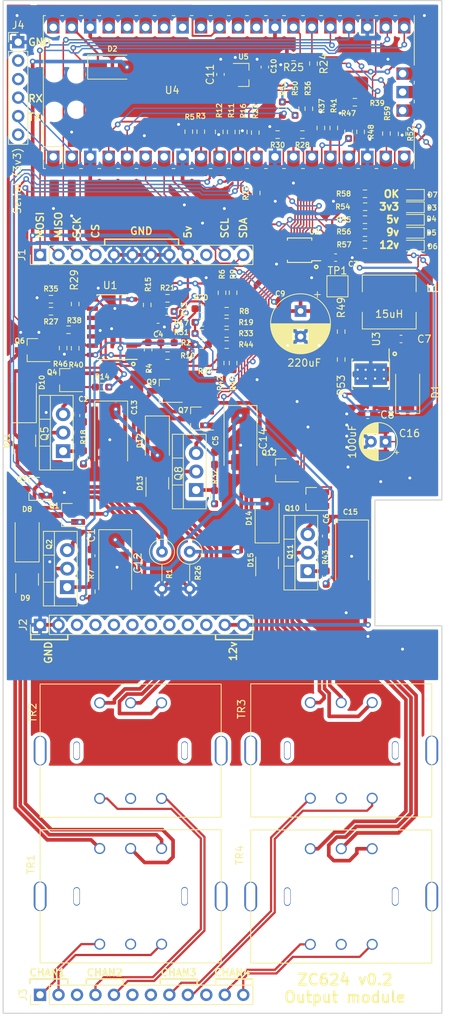
<source format=kicad_pcb>
(kicad_pcb (version 20211014) (generator pcbnew)
  (layers (0 "F.Cu" signal) (31 "B.Cu" signal) (34 "B.Paste" user) (35 "F.Paste" user) (36 "B.SilkS" user "B.Silkscreen") (37 "F.SilkS" user "F.Silkscreen") (38 "B.Mask" user) (39 "F.Mask" user) (44 "Edge.Cuts" user))
  (net 0 "")
  (net 1 "+9v")
  (net 2 "Net-(C1-Pad1)")
  (net 3 "Net-(C2-Pad1)")
  (net 4 "GND")
  (net 5 "+3v3")
  (net 6 "Net-(C5-Pad1)")
  (net 7 "Net-(C6-Pad1)")
  (net 8 "Net-(C7-Pad2)")
  (net 9 "Net-(C7-Pad1)")
  (net 10 "+12v")
  (net 11 "+5v")
  (net 12 "Net-(D2-Pad1)")
  (net 13 "Net-(D3-Pad2)")
  (net 14 "Net-(D4-Pad2)")
  (net 15 "Net-(D5-Pad2)")
  (net 16 "Net-(D6-Pad2)")
  (net 17 "Net-(D7-Pad2)")
  (net 18 "I2C_SCL_MAIN")
  (net 19 "I2C_SDA_MAIN")
  (net 20 "Net-(D8-Pad1)")
  (net 21 "Net-(D9-Pad1)")
  (net 22 "Net-(D9-Pad2)")
  (net 23 "Net-(D10-Pad1)")
  (net 24 "Net-(D11-Pad1)")
  (net 25 "SERIAL_RX")
  (net 26 "SERIAL_TX")
  (net 27 "Net-(Q1-Pad1)")
  (net 28 "ADC0")
  (net 29 "Net-(Q2-Pad2)")
  (net 30 "Net-(Q3-Pad1)")
  (net 31 "Net-(Q4-Pad1)")
  (net 32 "Net-(Q5-Pad2)")
  (net 33 "Net-(Q6-Pad1)")
  (net 34 "ADC1")
  (net 35 "Net-(Q7-Pad1)")
  (net 36 "Net-(Q8-Pad2)")
  (net 37 "Net-(Q9-Pad1)")
  (net 38 "Net-(Q10-Pad1)")
  (net 39 "Net-(Q11-Pad2)")
  (net 40 "Net-(Q12-Pad1)")
  (net 41 "Net-(R10-Pad2)")
  (net 42 "C1-GA")
  (net 43 "Net-(R4-Pad1)")
  (net 44 "Net-(R6-Pad1)")
  (net 45 "DAC-C1")
  (net 46 "C1-GB")
  (net 47 "Net-(R13-Pad2)")
  (net 48 "C2-GA")
  (net 49 "Net-(R15-Pad2)")
  (net 50 "Net-(R17-Pad1)")
  (net 51 "DAC-C2")
  (net 52 "C2-GB")
  (net 53 "RDY")
  (net 54 "LDAC")
  (net 55 "Net-(R27-Pad1)")
  (net 56 "C3-GA")
  (net 57 "Net-(R29-Pad1)")
  (net 58 "Net-(R31-Pad1)")
  (net 59 "DAC-C3")
  (net 60 "C3-GB")
  (net 61 "Net-(R38-Pad1)")
  (net 62 "C4-GA")
  (net 63 "Net-(R40-Pad1)")
  (net 64 "Net-(R42-Pad1)")
  (net 65 "DAC-C4")
  (net 66 "C4-GB")
  (net 67 "Net-(R49-Pad2)")
  (net 68 "I2C_SDA_PER")
  (net 69 "I2C_SCL_PER")
  (net 70 "REG_EN")
  (net 71 "OK_LED")
  (net 83 "MOSI")
  (net 84 "MISO")
  (net 85 "SCK")
  (net 86 "CS")
  (net 87 "Net-(D11-Pad2)")
  (net 88 "Net-(D12-Pad1)")
  (net 89 "Net-(D13-Pad1)")
  (net 90 "Net-(R59-Pad1)")
  (net 113 "Net-(D13-Pad2)")
  (net 114 "Net-(D14-Pad1)")
  (net 115 "Net-(D15-Pad1)")
  (net 116 "Net-(D15-Pad2)")
  (net 117 "C1-OUT-A")
  (net 118 "C1-OUT-B")
  (net 119 "C2-OUT-A")
  (net 120 "C2-OUT-B")
  (net 121 "C3-OUT-A")
  (net 122 "C3-OUT-B")
  (net 123 "C4-OUT-A")
  (net 124 "C4-OUT-B")
  (footprint "Capacitor_SMD:C_0603_1608Metric_Pad1.08x0.95mm_HandSolder" (layer "F.Cu") (at 123.2905 73.915651 180)
    (fp_text reference "C7")
    (fp_text value "10nF")
  )
  (footprint "Capacitor_SMD:C_0603_1608Metric_Pad1.08x0.95mm_HandSolder" (layer "F.Cu") (at 118.7185 84.329651 180)
    (fp_text reference "C8")
    (fp_text value "10uF")
  )
  (footprint "Package_SO:TI_SO-PowerPAD-8_ThermalVias" (layer "F.Cu") (at 119.126 78.741651 -90)
    (fp_text reference "U3")
    (fp_text value "TPS5430DDA")
  )
  (footprint "Resistor_SMD:R_0603_1608Metric_Pad0.98x0.95mm_HandSolder" (layer "F.Cu") (at 115.062 76.727651 -90)
    (fp_text reference "R53")
    (fp_text value "1.5k")
  )
  (footprint "Diode_SMD:D_SMA" (layer "F.Cu") (at 124.206 80.741651 90)
    (fp_text reference "D1")
    (fp_text value "SS34")
  )
  (footprint "Resistor_SMD:R_0603_1608Metric_Pad0.98x0.95mm_HandSolder" (layer "F.Cu") (at 115.062 72.899651 -90)
    (fp_text reference "R49")
    (fp_text value "10k")
  )
  (footprint "Capacitor_THT:CP_Radial_D8.0mm_P3.50mm" (layer "F.Cu") (at 109.474 70.074349 -90)
    (fp_text reference "C9")
    (fp_text value "220uF")
  )
  (footprint "TestPoint:TestPoint_Pad_2.5x2.5mm" (layer "F.Cu") (at 114.554 66.675)
    (fp_text reference "TP1")
    (fp_text value "9.36v")
  )
  (footprint "LED_SMD:LED_0603_1608Metric_Pad1.05x0.95mm_HandSolder" (layer "F.Cu") (at 124.827 59.326 180)
    (fp_text reference "D5")
    (fp_text value "9v")
  )
  (footprint "LED_SMD:LED_0603_1608Metric_Pad1.05x0.95mm_HandSolder" (layer "F.Cu") (at 124.827 61.087 180)
    (fp_text reference "D6")
    (fp_text value "12v")
  )
  (footprint "Resistor_SMD:R_0603_1608Metric_Pad0.98x0.95mm_HandSolder" (layer "F.Cu") (at 108.722 42.293953 90)
    (fp_text reference "R50")
    (fp_text value "4k7")
  )
  (footprint "Resistor_SMD:R_0603_1608Metric_Pad0.98x0.95mm_HandSolder" (layer "F.Cu") (at 106.975666 42.279953 90)
    (fp_text reference "R51")
    (fp_text value "4k7")
  )
  (footprint "Capacitor_SMD:C_0603_1608Metric_Pad1.08x0.95mm_HandSolder" (layer "F.Cu") (at 104.562666 36.578953 90)
    (fp_text reference "C10")
    (fp_text value "1uF")
  )
  (footprint "Capacitor_SMD:C_0603_1608Metric_Pad1.08x0.95mm_HandSolder" (layer "F.Cu") (at 98.466666 37.585953 90)
    (fp_text reference "C11")
    (fp_text value "1uF")
  )
  (footprint "Diode_SMD:D_SMA" (layer "F.Cu") (at 83.607666 36.578953)
    (fp_text reference "D2")
    (fp_text value "SS34")
  )
  (footprint "LED_SMD:LED_0603_1608Metric_Pad1.05x0.95mm_HandSolder" (layer "F.Cu") (at 124.827 57.548 180)
    (fp_text reference "D4")
    (fp_text value "5v")
  )
  (footprint "LED_SMD:LED_0603_1608Metric_Pad1.05x0.95mm_HandSolder" (layer "F.Cu") (at 124.827 54.119 180)
    (fp_text reference "D7")
    (fp_text value "OK")
  )
  (footprint "Connector_PinHeader_2.54mm:PinHeader_1x12_P2.54mm_Vertical" (layer "F.Cu") (at 73.66 163.964953 90)
    (fp_text reference "J3")
    (fp_text value "MAIN_BOARD_FP")
  )
  (footprint "Connector_PinHeader_2.54mm:PinHeader_1x06_P2.54mm_Vertical" (layer "F.Cu") (at 70.653666 33.149953)
    (fp_text reference "J4")
    (fp_text value "Serial (3v3)")
  )
  (footprint "Resistor_THT:R_Axial_DIN0309_L9.0mm_D3.2mm_P5.08mm_Vertical" (layer "F.Cu") (at 90.424 103.124 -90)
    (fp_text reference "R1")
    (fp_text value "0.5R")
  )
  (footprint "Resistor_SMD:R_0603_1608Metric_Pad0.98x0.95mm_HandSolder" (layer "F.Cu") (at 111.252 36.094453 -90)
    (fp_text reference "R24")
    (fp_text value "100k")
  )
  (footprint "Resistor_SMD:R_0603_1608Metric_Pad0.98x0.95mm_HandSolder" (layer "F.Cu") (at 108.508666 35.181953 180)
    (fp_text reference "R25")
    (fp_text value "100k")
  )
  (footprint "Resistor_THT:R_Axial_DIN0309_L9.0mm_D3.2mm_P5.08mm_Vertical" (layer "F.Cu") (at 94.234 103.124 -90)
    (fp_text reference "R26")
    (fp_text value "0.5R")
  )
  (footprint "Resistor_SMD:R_0603_1608Metric_Pad0.98x0.95mm_HandSolder" (layer "F.Cu") (at 123.444 45.7435 -90)
    (fp_text reference "R52")
    (fp_text value "100k")
  )
  (footprint "Resistor_SMD:R_0603_1608Metric_Pad0.98x0.95mm_HandSolder" (layer "F.Cu") (at 118.3585 55.753 180)
    (fp_text reference "R54")
    (fp_text value "1.5k")
  )
  (footprint "Resistor_SMD:R_0603_1608Metric_Pad0.98x0.95mm_HandSolder" (layer "F.Cu") (at 118.335 57.531)
    (fp_text reference "R55")
    (fp_text value "4k7")
  )
  (footprint "Resistor_SMD:R_0603_1608Metric_Pad0.98x0.95mm_HandSolder" (layer "F.Cu") (at 118.335 59.309 180)
    (fp_text reference "R56")
    (fp_text value "10k")
  )
  (footprint "Resistor_SMD:R_0603_1608Metric_Pad0.98x0.95mm_HandSolder" (layer "F.Cu") (at 118.335 60.96 180)
    (fp_text reference "R57")
    (fp_text value "10k")
  )
  (footprint "out:42TL+U" (layer "F.Cu") (at 86.116 150.084953 -90)
    (fp_text reference "TR1")
    (fp_text value "TRANSF5")
  )
  (footprint "out:42TL+U" (layer "F.Cu") (at 86.116 130.084953 -90)
    (fp_text reference "TR2")
    (fp_text value "TRANSF5")
  )
  (footprint "out:42TL+U" (layer "F.Cu") (at 115.072 130.050953 -90)
    (fp_text reference "TR3")
    (fp_text value "TRANSF5")
  )
  (footprint "out:42TL+U" (layer "F.Cu") (at 115.072 150.116953 -90)
    (fp_text reference "TR4")
    (fp_text value "TRANSF5")
  )
  (footprint "Package_SO:MSOP-10_3x3mm_P0.5mm" (layer "F.Cu") (at 109.347 61.722 180)
    (fp_text reference "U2")
    (fp_text value "MCP4728")
  )
  (footprint "MCU_RaspberryPi_and_Boards:RPi_Pico_SMD_TH" (layer "F.Cu") (at 99.609666 40.007953 90)
    (fp_text reference "U4")
    (fp_text value "Pico")
  )
  (footprint "Package_TO_SOT_SMD:SOT-23" (layer "F.Cu") (at 101.625666 37.655953)
    (fp_text reference "U5")
    (fp_text value "XC6206P332MR")
  )
  (footprint "Connector_PinHeader_2.54mm:PinHeader_1x12_P2.54mm_Vertical" (layer "F.Cu") (at 73.66 62.364953 90)
    (fp_text reference "J1")
    (fp_text value "MAIN_BOARD_IO")
  )
  (footprint "Package_TO_SOT_THT:TO-220-3_Vertical" (layer "F.Cu") (at 77.391472 107.986 90)
    (fp_text reference "Q2")
    (fp_text value "IRF9Z24NPBF")
  )
  (footprint "Resistor_SMD:R_0603_1608Metric_Pad0.98x0.95mm_HandSolder" (layer "F.Cu") (at 100.203 67.555 -90)
    (fp_text reference "R9")
    (fp_text value "150k")
  )
  (footprint "Resistor_SMD:R_0603_1608Metric_Pad0.98x0.95mm_HandSolder" (layer "F.Cu") (at 98.679 67.564 90)
    (fp_text reference "R6")
    (fp_text value "150k")
  )
  (footprint "Package_TO_SOT_THT:TO-220-3_Vertical" (layer "F.Cu") (at 76.835 89.317 90)
    (fp_text reference "Q5")
    (fp_text value "IRF9Z24NPBF")
  )
  (footprint "Package_TO_SOT_THT:TO-220-3_Vertical" (layer "F.Cu") (at 95.123 94.651 90)
    (fp_text reference "Q8")
    (fp_text value "IRF9Z24NPBF")
  )
  (footprint "Resistor_SMD:R_0603_1608Metric_Pad0.98x0.95mm_HandSolder" (layer "F.Cu") (at 118.335 53.975 180)
    (fp_text reference "R58")
    (fp_text value "1.5k")
  )
  (footprint "Resistor_SMD:R_0603_1608Metric_Pad0.98x0.95mm_HandSolder" (layer "F.Cu") (at 91.186 68.326)
    (fp_text reference "R21")
    (fp_text value "100k")
  )
  (footprint "Resistor_SMD:R_0603_1608Metric_Pad0.98x0.95mm_HandSolder" (layer "F.Cu") (at 91.186 70.129048 180)
    (fp_text reference "R13")
    (fp_text value "100k")
  )
  (footprint "Capacitor_SMD:C_0603_1608Metric_Pad1.08x0.95mm_HandSolder" (layer "F.Cu") (at 89.8895 72.263)
    (fp_text reference "C4")
    (fp_text value "100nF")
  )
  (footprint "Resistor_SMD:R_0603_1608Metric_Pad0.98x0.95mm_HandSolder" (layer "F.Cu") (at 98.425 77.216 -90)
    (fp_text reference "R42")
    (fp_text value "150k")
  )
  (footprint "Resistor_SMD:R_0603_1608Metric_Pad0.98x0.95mm_HandSolder" (layer "F.Cu") (at 77.5735 72.644 180)
    (fp_text reference "R38")
    (fp_text value "100k")
  )
  (footprint "Resistor_SMD:R_0603_1608Metric_Pad0.98x0.95mm_HandSolder" (layer "F.Cu") (at 99.314 70.104 180)
    (fp_text reference "R8")
    (fp_text value "100k")
  )
  (footprint "Resistor_SMD:R_0603_1608Metric_Pad0.98x0.95mm_HandSolder" (layer "F.Cu") (at 99.314 71.628 180)
    (fp_text reference "R19")
    (fp_text value "100k")
  )
  (footprint "Capacitor_SMD:C_0603_1608Metric_Pad1.08x0.95mm_HandSolder" (layer "F.Cu") (at 114.3 62.738)
    (fp_text reference "C3")
    (fp_text value "100nF")
  )
  (footprint "Resistor_SMD:R_0603_1608Metric_Pad0.98x0.95mm_HandSolder" (layer "F.Cu") (at 95.885 73.152 180)
    (fp_text reference "R31")
    (fp_text value "150k")
  )
  (footprint "Resistor_SMD:R_0603_1608Metric_Pad0.98x0.95mm_HandSolder" (layer "F.Cu") (at 99.314 74.676 180)
    (fp_text reference "R44")
    (fp_text value "100k")
  )
  (footprint "Resistor_SMD:R_0603_1608Metric_Pad0.98x0.95mm_HandSolder" (layer "F.Cu") (at 99.314 73.152 180)
    (fp_text reference "R33")
    (fp_text value "100k")
  )
  (footprint "Resistor_SMD:R_0603_1608Metric_Pad0.98x0.95mm_HandSolder" (layer "F.Cu") (at 95.885 69.75)
    (fp_text reference "R20")
    (fp_text value "150k")
  )
  (footprint "Resistor_SMD:R_0603_1608Metric_Pad0.98x0.95mm_HandSolder" (layer "F.Cu") (at 76.835 75.1605 90)
    (fp_text reference "R46")
    (fp_text value "100k")
  )
  (footprint "Resistor_SMD:R_0603_1608Metric_Pad0.98x0.95mm_HandSolder" (layer "F.Cu") (at 95.885 74.676)
    (fp_text reference "R34")
    (fp_text value "150k")
  )
  (footprint "Resistor_SMD:R_0603_1608Metric_Pad0.98x0.95mm_HandSolder" (layer "F.Cu") (at 78.486 69.1115 -90)
    (fp_text reference "R29")
    (fp_text value "100k")
  )
  (footprint "Resistor_SMD:R_0603_1608Metric_Pad0.98x0.95mm_HandSolder" (layer "F.Cu") (at 100.203 77.216 90)
    (fp_text reference "R45")
    (fp_text value "150k")
  )
  (footprint "Resistor_SMD:R_0603_1608Metric_Pad0.98x0.95mm_HandSolder" (layer "F.Cu") (at 91.186 74.422)
    (fp_text reference "R2")
    (fp_text value "100k")
  )
  (footprint "Package_SO:SOIC-14_3.9x8.7mm_P1.27mm" (layer "F.Cu") (at 83.566 72.288048 180)
    (fp_text reference "U1")
    (fp_text value "LM324")
  )
  (footprint "Resistor_SMD:R_0603_1608Metric_Pad0.98x0.95mm_HandSolder" (layer "F.Cu") (at 78.486 75.184 90)
    (fp_text reference "R40")
    (fp_text value "100k")
  )
  (footprint "Resistor_SMD:R_0603_1608Metric_Pad0.98x0.95mm_HandSolder" (layer "F.Cu") (at 88.519 75.311 90)
    (fp_text reference "R4")
    (fp_text value "100k")
  )
  (footprint "Resistor_SMD:R_0603_1608Metric_Pad0.98x0.95mm_HandSolder" (layer "F.Cu") (at 91.186 76.2 180)
    (fp_text reference "R10")
    (fp_text value "100k")
  )
  (footprint "Resistor_SMD:R_0603_1608Metric_Pad0.98x0.95mm_HandSolder" (layer "F.Cu") (at 75.1605 70.104 180)
    (fp_text reference "R27")
    (fp_text value "100k")
  )
  (footprint "Resistor_SMD:R_0603_1608Metric_Pad0.98x0.95mm_HandSolder" (layer "F.Cu") (at 95.885 71.628 180)
    (fp_text reference "R17")
    (fp_text value "150k")
  )
  (footprint "Resistor_SMD:R_0603_1608Metric_Pad0.98x0.95mm_HandSolder" (layer "F.Cu") (at 88.392 69.2385 90)
    (fp_text reference "R15")
    (fp_text value "100k")
  )
  (footprint "Resistor_SMD:R_0603_1608Metric_Pad0.98x0.95mm_HandSolder" (layer "F.Cu") (at 75.1605 68.453)
    (fp_text reference "R35")
    (fp_text value "100k")
  )
  (footprint "Resistor_SMD:R_0603_1608Metric_Pad0.98x0.95mm_HandSolder" (layer "F.Cu") (at 113.006 106.68 -90)
    (fp_text reference "R43")
    (fp_text value "10k")
  )
  (footprint "Capacitor_SMD:C_0603_1608Metric_Pad1.08x0.95mm_HandSolder" (layer "F.Cu") (at 113.006 100.965 90)
    (fp_text reference "C6")
    (fp_text value "100nF")
  )
  (footprint "Resistor_SMD:R_0603_1608Metric_Pad0.98x0.95mm_HandSolder" (layer "F.Cu") (at 116.078 45.466 90)
    (fp_text reference "R47")
    (fp_text value "10k")
  )
  (footprint "Resistor_SMD:R_0603_1608Metric_Pad0.98x0.95mm_HandSolder" (layer "F.Cu") (at 117.729 45.466 -90)
    (fp_text reference "R48")
    (fp_text value "100k")
  )
  (footprint "Resistor_SMD:R_0603_1608Metric_Pad0.98x0.95mm_HandSolder" (layer "F.Cu") (at 116.9435 41.402 180)
    (fp_text reference "R39")
    (fp_text value "10k")
  )
  (footprint "Resistor_SMD:R_0603_1608Metric_Pad0.98x0.95mm_HandSolder" (layer "F.Cu") (at 114.046 44.9345 90)
    (fp_text reference "R41")
    (fp_text value "100k")
  )
  (footprint "Package_TO_SOT_THT:TO-220-3_Vertical" (layer "F.Cu") (at 110.466 105.791 90)
    (fp_text reference "Q11")
    (fp_text value "IRF9Z24NPBF")
  )
  (footprint "Capacitor_Tantalum_SMD:CP_EIA-7343-43_Kemet-X_Pad2.25x2.55mm_HandSolder" (layer "F.Cu") (at 83.995472 104.684 -90)
    (fp_text reference "C12")
    (fp_text value "220uF")
  )
  (footprint "Capacitor_Tantalum_SMD:CP_EIA-7343-43_Kemet-X_Pad2.25x2.55mm_HandSolder" (layer "F.Cu") (at 83.439 87.02 -90)
    (fp_text reference "C13")
    (fp_text value "220uF")
  )
  (footprint "Capacitor_Tantalum_SMD:CP_EIA-7343-43_Kemet-X_Pad2.25x2.55mm_HandSolder" (layer "F.Cu") (at 101.219 87.63 -90)
    (fp_text reference "C14")
    (fp_text value "220uF")
  )
  (footprint "Capacitor_Tantalum_SMD:CP_EIA-7343-43_Kemet-X_Pad2.25x2.55mm_HandSolder" (layer "F.Cu") (at 116.562 103.353 -90)
    (fp_text reference "C15")
    (fp_text value "220uF")
  )
  (footprint "Diode_SMD:D_SMA" (layer "F.Cu") (at 71.882 101.124 90)
    (fp_text reference "D8")
    (fp_text value "SMAJ13A")
  )
  (footprint "Package_TO_SOT_SMD:SOT-23-3" (layer "F.Cu") (at 71.882 106.934 90)
    (fp_text reference "D9")
    (fp_text value "BAV23CL")
  )
  (footprint "Diode_SMD:D_SMA" (layer "F.Cu") (at 71.501 82.01 90)
    (fp_text reference "D10")
    (fp_text value "SMAJ13A")
  )
  (footprint "Package_TO_SOT_SMD:SOT-23-3" (layer "F.Cu") (at 71.501 87.884 90)
    (fp_text reference "D11")
    (fp_text value "BAV23CL")
  )
  (footprint "Diode_SMD:D_SMA" (layer "F.Cu") (at 89.789 87.884 -90)
    (fp_text reference "D12")
    (fp_text value "SMAJ13A")
  )
  (footprint "Package_TO_SOT_SMD:SOT-23-3" (layer "F.Cu") (at 89.789 93.726 90)
    (fp_text reference "D13")
    (fp_text value "BAV23CL")
  )
  (footprint "Diode_SMD:D_SMA" (layer "F.Cu") (at 104.878 98.52 90)
    (fp_text reference "D14")
    (fp_text value "SMAJ13A")
  )
  (footprint "Package_TO_SOT_SMD:SOT-23-3" (layer "F.Cu") (at 104.878 104.648 90)
    (fp_text reference "D15")
    (fp_text value "BAV23CL")
  )
  (footprint "Resistor_SMD:R_0603_1608Metric_Pad0.98x0.95mm_HandSolder" (layer "F.Cu") (at 121.285 45.6965 90)
    (fp_text reference "R59")
    (fp_text value "680")
  )
  (footprint "Package_TO_SOT_SMD:SOT-23_Handsoldering" (layer "F.Cu") (at 77.391472 98.08 180)
    (fp_text reference "Q1")
    (fp_text value "AO3400A")
  )
  (footprint "Package_TO_SOT_SMD:SOT-23_Handsoldering" (layer "F.Cu") (at 72.898 94.488 180)
    (fp_text reference "Q3")
    (fp_text value "AO3400A")
  )
  (footprint "Package_TO_SOT_SMD:SOT-23_Handsoldering" (layer "F.Cu") (at 77.113 79.563 180)
    (fp_text reference "Q4")
    (fp_text value "AO3400A")
  )
  (footprint "Package_TO_SOT_SMD:SOT-23_Handsoldering" (layer "F.Cu") (at 72.644 75.438 180)
    (fp_text reference "Q6")
    (fp_text value "AO3400A")
  )
  (footprint "Package_TO_SOT_SMD:SOT-23_Handsoldering" (layer "F.Cu") (at 95.123 84.836 180)
    (fp_text reference "Q7")
    (fp_text value "AO3400A")
  )
  (footprint "Package_TO_SOT_SMD:SOT-23_Handsoldering" (layer "F.Cu") (at 90.805 81.026 180)
    (fp_text reference "Q9")
    (fp_text value "AO3400A")
  )
  (footprint "Package_TO_SOT_SMD:SOT-23_Handsoldering" (layer "F.Cu") (at 110.974 95.885 180)
    (fp_text reference "Q10")
    (fp_text value "AO3400A")
  )
  (footprint "Package_TO_SOT_SMD:SOT-23_Handsoldering" (layer "F.Cu") (at 106.807 91.948 180)
    (fp_text reference "Q12")
    (fp_text value "AO3400A")
  )
  (footprint "Resistor_SMD:R_0603_1608Metric_Pad0.98x0.95mm_HandSolder" (layer "F.Cu") (at 101.6 45.4895 90)
    (fp_text reference "R16")
    (fp_text value "100k")
  )
  (footprint "Resistor_SMD:R_0603_1608Metric_Pad0.98x0.95mm_HandSolder" (layer "F.Cu") (at 106.3225 45.847 180)
    (fp_text reference "R30")
    (fp_text value "100k")
  )
  (footprint "Resistor_SMD:R_0603_1608Metric_Pad0.98x0.95mm_HandSolder" (layer "F.Cu") (at 112.268 44.9345 90)
    (fp_text reference "R37")
    (fp_text value "100k")
  )
  (footprint "Resistor_SMD:R_0603_1608Metric_Pad0.98x0.95mm_HandSolder" (layer "F.Cu") (at 94.107 45.4425 90)
    (fp_text reference "R5")
    (fp_text value "100k")
  )
  (footprint "Resistor_SMD:R_0603_1608Metric_Pad0.98x0.95mm_HandSolder" (layer "F.Cu") (at 97.663 95.631 -90)
    (fp_text reference "R32")
    (fp_text value "10k")
  )
  (footprint "Capacitor_SMD:C_0603_1608Metric_Pad1.08x0.95mm_HandSolder" (layer "F.Cu") (at 79.629 84.4285 90)
    (fp_text reference "C2")
    (fp_text value "100nF")
  )
  (footprint "Resistor_SMD:R_0603_1608Metric_Pad0.98x0.95mm_HandSolder" (layer "F.Cu") (at 99.949 45.4895 90)
    (fp_text reference "R11")
    (fp_text value "10k")
  )
  (footprint "Resistor_SMD:R_0603_1608Metric_Pad0.98x0.95mm_HandSolder" (layer "F.Cu") (at 103.251 45.5695 90)
    (fp_text reference "R23")
    (fp_text value "100k")
  )
  (footprint "Capacitor_SMD:C_0603_1608Metric_Pad1.08x0.95mm_HandSolder" (layer "F.Cu") (at 97.663 90.297 90)
    (fp_text reference "C5")
    (fp_text value "100nF")
  )
  (footprint "Resistor_SMD:R_0603_1608Metric_Pad0.98x0.95mm_HandSolder" (layer "F.Cu") (at 95.758 45.4425 -90)
    (fp_text reference "R3")
    (fp_text value "10k")
  )
  (footprint "Resistor_SMD:R_0603_1608Metric_Pad0.98x0.95mm_HandSolder" (layer "F.Cu") (at 103.378 53.8715 90)
    (fp_text reference "R22")
    (fp_text value "10k")
  )
  (footprint "Resistor_SMD:R_0603_1608Metric_Pad0.98x0.95mm_HandSolder" (layer "F.Cu") (at 110.617 42.291 -90)
    (fp_text reference "R36")
    (fp_text value "10k")
  )
  (footprint "Resistor_SMD:R_0603_1608Metric_Pad0.98x0.95mm_HandSolder" (layer "F.Cu") (at 79.629 90.17 -90)
    (fp_text reference "R18")
    (fp_text value "10k")
  )
  (footprint "Resistor_SMD:R_0603_1608Metric_Pad0.98x0.95mm_HandSolder" (layer "F.Cu") (at 109.728 45.847 180)
    (fp_text reference "R28")
    (fp_text value "10k")
  )
  (footprint "Resistor_SMD:R_0603_1608Metric_Pad0.98x0.95mm_HandSolder" (layer "F.Cu") (at 82.1925 80.518)
    (fp_text reference "R14")
    (fp_text value "10k")
  )
  (footprint "Resistor_SMD:R_0603_1608Metric_Pad0.98x0.95mm_HandSolder" (layer "F.Cu") (at 98.298 45.466 -90)
    (fp_text reference "R12")
    (fp_text value "100k")
  )
  (footprint "Capacitor_SMD:C_0603_1608Metric_Pad1.08x0.95mm_HandSolder" (layer "F.Cu") (at 80.693472 103.668 90)
    (fp_text reference "C1")
    (fp_text value "100nF")
  )
  (footprint "Resistor_SMD:R_0603_1608Metric_Pad0.98x0.95mm_HandSolder" (layer "F.Cu") (at 80.693472 108.5975 -90)
    (fp_text reference "R7")
    (fp_text value "10k")
  )
  (footprint "Connector_PinHeader_2.54mm:PinHeader_1x12_P2.54mm_Vertical" (layer "F.Cu") (at 73.66 113.164953 90)
    (fp_text reference "J2")
    (fp_text value "MAIN_BOARD_POWER" hide)
  )
  (footprint "LED_SMD:LED_0603_1608Metric_Pad1.05x0.95mm_HandSolder" (layer "F.Cu") (at 124.827 55.823349 180)
    (fp_text reference "D3")
    (fp_text value "3v3")
  )
  (footprint "Capacitor_THT:CP_Radial_D5.0mm_P2.00mm" (layer "F.Cu") (at 121.158 88.011 180)
    (fp_text reference "C16")
    (fp_text value "100uF")
  )
  (footprint "Inductor_SMD:L_7.3x7.3_H3.5" (layer "F.Cu") (at 121.666 68.835651 180)
    (fp_text reference "L1")
    (fp_text value "15uH")
  )
  (gr_circle (center 86.487 77.343) (end 86.36 77.1525) (layer "F.SilkS") (width 0.2) (fill none))
  (gr_circle (center 111.633 64.008) (end 111.506 63.8175) (layer "F.SilkS") (width 0.2) (fill none))
  (gr_line (start 72.39 114.434953) (end 72.39 115.196953) (layer "F.SilkS") (width 0.2))
  (gr_line (start 102.87 114.561953) (end 102.87 115.196953) (layer "F.SilkS") (width 0.2))
  (gr_line (start 77.473 161.786) (end 77.473 162.421) (layer "F.SilkS") (width 0.2))
  (gr_line (start 80.013 161.786) (end 80.013 162.421) (layer "F.SilkS") (width 0.2))
  (gr_line (start 85.093 161.786) (end 85.093 162.421) (layer "F.SilkS") (width 0.2))
  (gr_line (start 90.173 161.786) (end 90.173 162.421) (layer "F.SilkS") (width 0.2))
  (gr_line (start 95.253 161.786) (end 95.253 162.421) (layer "F.SilkS") (width 0.2))
  (gr_line (start 97.793 161.786) (end 97.793 162.421) (layer "F.SilkS") (width 0.2))
  (gr_line (start 102.873 161.786) (end 102.873 162.421) (layer "F.SilkS") (width 0.2))
  (gr_line (start 72.266 161.786) (end 72.266 162.421) (layer "F.SilkS") (width 0.2))
  (gr_circle (center 122.428 75.947651) (end 122.6185 75.820651) (layer "F.SilkS") (width 0.2) (fill none))
  (gr_line (start 72.266 161.786) (end 77.473 161.786) (layer "F.SilkS") (width 0.2))
  (gr_line (start 77.47 114.561953) (end 77.47 115.196953) (layer "F.SilkS") (width 0.2))
  (gr_line (start 97.793 161.786) (end 102.873 161.786) (layer "F.SilkS") (width 0.2))
  (gr_line (start 92.71 60.205953) (end 92.71 60.967953) (layer "F.SilkS") (width 0.2))
  (gr_line (start 80.013 161.786) (end 85.093 161.786) (layer "F.SilkS") (width 0.2))
  (gr_line (start 77.346 161.786) (end 77.473 161.786) (layer "F.SilkS") (width 0.2))
  (gr_line (start 102.87 115.196953) (end 97.79 115.196953) (layer "F.SilkS") (width 0.2))
  (gr_line (start 77.47 115.196953) (end 72.39 115.196953) (layer "F.SilkS") (width 0.2))
  (gr_line (start 90.173 161.786) (end 95.253 161.786) (layer "F.SilkS") (width 0.2))
  (gr_line (start 82.55 60.205953) (end 92.71 60.205953) (layer "F.SilkS") (width 0.2))
  (gr_line (start 97.79 115.196953) (end 97.79 114.561953) (layer "F.SilkS") (width 0.2))
  (gr_line (start 82.55 60.967953) (end 82.55 60.205953) (layer "F.SilkS") (width 0.2))
  (gr_line (start 77.473 161.786) (end 77.346 161.786) (layer "F.SilkS") (width 0.2))
  (gr_line (start 68.58 166.504953) (end 68.58 49.664953) (layer "Edge.Cuts") (width 0.15))
  (gr_line (start 68.58 49.664953) (end 68.58 27.439953) (layer "Edge.Cuts") (width 0.15))
  (gr_line (start 68.58 166.504953) (end 128.905 166.504953) (layer "Edge.Cuts") (width 0.15))
  (gr_line (start 119.7 113.291953) (end 128.905 113.291953) (layer "Edge.Cuts") (width 0.15))
  (gr_line (start 128.905 96.019953) (end 128.905 49.664953) (layer "Edge.Cuts") (width 0.15))
  (gr_line (start 128.905 49.664953) (end 128.905 27.439953) (layer "Edge.Cuts") (width 0.15))
  (gr_line (start 119.7 96.019953) (end 128.905 96.019953) (layer "Edge.Cuts") (width 0.15))
  (gr_line (start 128.905 27.439953) (end 68.58 27.439953) (layer "Edge.Cuts") (width 0.15))
  (gr_line (start 119.7 113.291953) (end 119.7 99.829953) (layer "Edge.Cuts") (width 0.15))
  (gr_line (start 119.7 99.829953) (end 119.7 96.019953) (layer "Edge.Cuts") (width 0.15))
  (gr_line (start 128.905 113.291953) (end 128.905 166.504953) (layer "Edge.Cuts") (width 0.15))
  (gr_text "9v" (at 122.143191 59.25) (layer "F.SilkS") (effects (font (size 1 1) (thickness 0.25))))
  (gr_text "12v" (at 121.667 61) (layer "F.SilkS") (effects (font (size 1 1) (thickness 0.25))))
  (gr_text "5v" (at 122.143191 57.5) (layer "F.SilkS") (effects (font (size 1 1) (thickness 0.25))))
  (gr_text "OK" (at 121.976524 54) (layer "F.SilkS") (effects (font (size 1 1) (thickness 0.25))))
  (gr_text "MISO" (at 76.2 58.269238 90) (layer "F.SilkS") (effects (font (size 1 1) (thickness 0.2))))
  (gr_text "SCK" (at 78.74 58.602572 90) (layer "F.SilkS") (effects (font (size 1 1) (thickness 0.2))))
  (gr_text "CS" (at 81.28 59.102572 90) (layer "F.SilkS") (effects (font (size 1 1) (thickness 0.2))))
  (gr_text "5v" (at 93.98 59.221619 90) (layer "F.SilkS") (effects (font (size 1 1) (thickness 0.2))))
  (gr_text "SCL" (at 99.06 58.69781 90) (layer "F.SilkS") (effects (font (size 1 1) (thickness 0.2))))
  (gr_text "SDA" (at 101.6 58.674 90) (layer "F.SilkS") (effects (font (size 1 1) (thickness 0.2))))
  (gr_text "GND" (at 87.58 59.084953) (layer "F.SilkS") (effects (font (size 1 1) (thickness 0.2))))
  (gr_text "GND" (at 74.803 116.974953 90) (layer "F.SilkS") (effects (font (size 1 1) (thickness 0.2))))
  (gr_text "12v" (at 100.203 116.784477 90) (layer "F.SilkS") (effects (font (size 1 1) (thickness 0.2))))
  (gr_text "CHAN2" (at 82.55 160.909) (layer "F.SilkS") (effects (font (size 1 1) (thickness 0.2))))
  (gr_text "CHAN3" (at 92.71 160.909) (layer "F.SilkS") (effects (font (size 1 1) (thickness 0.2))))
  (gr_text "CHAN4" (at 100.076 160.909) (layer "F.SilkS") (effects (font (size 1 1) (thickness 0.2))))
  (gr_text "RX" (at 73.027047 40.896953) (layer "F.SilkS") (effects (font (size 1 1) (thickness 0.2))))
  (gr_text "TX" (at 72.908 43.436953) (layer "F.SilkS") (effects (font (size 1 1) (thickness 0.2))))
  (gr_text "GND" (at 73.574666 33.149953) (layer "F.SilkS") (effects (font (size 1 1) (thickness 0.2))))
  (gr_text "MOSI" (at 73.66 58.269238 90) (layer "F.SilkS") (effects (font (size 1 1) (thickness 0.2))))
  (gr_text "ZC624 v0.2\nOutput module" (at 115.58 163.084953) (layer "F.SilkS") (effects (font (size 1.5 1.5) (thickness 0.3))))
  (gr_text "CHAN1" (at 74.676 160.909) (layer "F.SilkS") (effects (font (size 1 1) (thickness 0.2))))
  (gr_text "3v3" (at 121.667 55.75) (layer "F.SilkS") (effects (font (size 1 1) (thickness 0.25))))
  (segment (start 105.655 82.594496) (end 105.655 70.748) (width 0.5) (layer "F.Cu") (net 1))
  (segment (start 105.655 70.748) (end 106.299 70.104) (width 0.5) (layer "F.Cu") (net 1))
  (segment (start 80.693472 102.8055) (end 80.693472 101.382) (width 0.5) (layer "F.Cu") (net 1))
  (segment (start 105.8045 68.8475) (end 106.299 69.342) (width 0.2) (layer "F.Cu") (net 1))
  (segment (start 114.149 98.298) (end 114.53 98.298) (width 0.5) (layer "F.Cu") (net 1))
  (segment (start 101.090021 64.895021) (end 101.090021 64.708364) (width 0.2) (layer "F.Cu") (net 1))
  (segment (start 110.507 87.446496) (end 105.655 82.594496) (width 0.5) (layer "F.Cu") (net 1))
  (segment (start 78.089472 102.97) (end 77.455472 102.97) (width 0.5) (layer "F.Cu") (net 1))
  (segment (start 78.153472 102.906) (end 78.153472 101.89) (width 0.5) (layer "F.Cu") (net 1))
  (segment (start 97.663 88.392) (end 98.679 87.376) (width 0.5) (layer "F.Cu") (net 1))
  (segment (start 105.816007 68.808993) (end 106.426 68.199) (width 0.2) (layer "F.Cu") (net 1))
  (segment (start 94.9725 71.628) (end 95.123 71.628) (width 0.3) (layer "F.Cu") (net 1))
  (segment (start 86.422552 66.231448) (end 92.889009 66.231448) (width 0.3) (layer "F.Cu") (net 1))
  (segment (start 85.949154 72.288048) (end 84.709 71.047894) (width 0.3) (layer "F.Cu") (net 1))
  (segment (start 97.663 89.4345) (end 97.663 88.392) (width 0.5) (layer "F.Cu") (net 1))
  (segment (start 86.291048 72.263) (end 86.266 72.288048) (width 0.3) (layer "F.Cu") (net 1))
  (segment (start 84.709 67.945) (end 86.422552 66.231448) (width 0.3) (layer "F.Cu") (net 1))
  (segment (start 89.789 89.884) (end 91.345 89.884) (width 0.5) (layer "F.Cu") (net 1))
  (segment (start 106.553 67.598429) (end 110.016429 64.135) (width 0.2) (layer "F.Cu") (net 1))
  (segment (start 113.006 99.441) (end 114.149 98.298) (width 0.5) (layer "F.Cu") (net 1))
  (segment (start 115.062 71.987151) (end 114.9585 71.883651) (width 0.3) (layer "F.Cu") (net 1))
  (segment (start 73.914 82.423) (end 77.597 82.423) (width 0.5) (layer "F.Cu") (net 1))
  (segment (start 113.006 100.1025) (end 113.006 99.441) (width 0.5) (layer "F.Cu") (net 1))
  (segment (start 107.569 71.247) (end 107.569 70.104) (width 0.3) (layer "F.Cu") (net 1))
  (segment (start 111.99 98.298) (end 114.149 98.298) (width 0.5) (layer "F.Cu") (net 1))
  (segment (start 80.693472 101.382) (end 81.709472 100.366) (width 0.5) (layer "F.Cu") (net 1))
  (segment (start 83.439 83.82) (end 83.82 83.82) (width 0.5) (layer "F.Cu") (net 1))
  (segment (start 79.629 83.058) (end 80.264 82.423) (width 0.5) (layer "F.Cu") (net 1))
  (segment (start 82.877472 100.366) (end 83.995472 101.484) (width 0.5) (layer "F.Cu") (net 1))
  (segment (start 91.345 89.884) (end 93.853 87.376) (width 0.5) (layer "F.Cu") (net 1))
  (segment (start 94.9725 73.152) (end 94.9725 71.628) (width 0.3) (layer "F.Cu") (net 1))
  (segment (start 101.219 84.836) (end 101.219 84.43) (width 0.5) (layer "F.Cu") (net 1))
  (segment (start 110.466 99.822) (end 111.99 98.298) (width 0.5) (layer "F.Cu") (net 1))
  (segment (start 114.9585 71.883651) (end 108.205651 71.883651) (width 0.3) (layer "F.Cu") (net 1))
  (segment (start 110.466 100.711) (end 110.466 99.822) (width 0.5) (layer "F.Cu") (net 1))
  (segment (start 93.853 87.376) (end 96.266 87.376) (width 0.5) (layer "F.Cu") (net 1))
  (segment (start 78.153472 102.906) (end 78.089472 102.97) (width 0.5) (layer "F.Cu") (net 1))
  (segment (start 98.425 78.1285) (end 97.2585 78.1285) (width 0.2) (layer "F.Cu") (net 1))
  (segment (start 80.264 82.423) (end 82.804 82.423) (width 0.5) (layer "F.Cu") (net 1))
  (segment (start 114.275 60.858) (end 115.824 59.309) (width 0.2) (layer "F.Cu") (net 1))
  (segment (start 106.553 68.072) (end 106.553 67.598429) (width 0.2) (layer "F.Cu") (net 1))
  (segment (start 83.82 83.82) (end 84.074 83.566) (width 0.5) (layer "F.Cu") (net 1))
  (segment (start 77.597 82.423) (end 80.264 82.423) (width 0.5) (layer "F.Cu") (net 1))
  (segment (start 105.8045 68.808993) (end 105.816007 68.808993) (width 0.2) (layer "F.Cu") (net 1))
  (segment (start 94.996 66.294) (end 98.3215 66.294) (width 0.3) (layer "F.Cu") (net 1))
  (segment (start 113.792 64.135) (end 114.275 63.652) (width 0.2) (layer "F.Cu") (net 1))
  (segment (start 82.804 82.423) (end 83.439 83.058) (width 0.5) (layer "F.Cu") (net 1))
  (segment (start 108.205651 71.883651) (end 107.569 71.247) (width 0.3) (layer "F.Cu") (net 1))
  (segment (start 106.656 98.298) (end 111.99 98.298) (width 0.5) (layer "F.Cu") (net 1))
  (segment (start 95.123 89.571) (end 95.123 88.265) (width 0.5) (layer "F.Cu") (net 1))
  (segment (start 71.501 80.01) (end 73.914 82.423) (width 0.5) (layer "F.Cu") (net 1))
  (segment (start 97.2585 78.1285) (end 96.901 78.486) (width 0.2) (layer "F.Cu") (net 1))
  (segment (start 105.8045 68.808993) (end 105.8045 68.8475) (width 0.2) (layer "F.Cu") (net 1))
  (segment (start 98.3215 66.294) (end 98.679 66.6515) (width 0.3) (layer "F.Cu") (net 1))
  (segment (start 114.275 63.652) (end 114.275 60.858) (width 0.2) (layer "F.Cu") (net 1))
  (segment (start 95.123 88.265) (end 96.012 87.376) (width 0.5) (layer "F.Cu") (net 1))
  (segment (start 104.878 96.52) (end 106.656 98.298) (width 0.5) (layer "F.Cu") (net 1))
  (segment (start 89.027 72.263) (end 86.291048 72.263) (width 0.3) (layer "F.Cu") (net 1))
  (segment (start 98.679 65.83105) (end 100.195079 64.314971) (width 0.2) (layer "F.Cu") (net 1))
  (segment (start 98.679 87.376) (end 101.219 84.836) (width 0.5) (layer "F.Cu") (net 1))
  (segment (start 96.012 87.376) (end 96.266 87.376) (width 0.5) (layer "F.Cu") (net 1))
  (segment (start 84.709 71.047894) (end 84.709 67.945) (width 0.3) (layer "F.Cu") (net 1))
  (segment (start 114.53 98.298) (end 114.707 98.298) (width 0.5) (layer "F.Cu") (net 1))
  (segment (start 81.709472 100.366) (end 82.877472 100.366) (width 0.5) (layer "F.Cu") (net 1))
  (segment (start 115.824 59.309) (end 117.4225 59.309) (width 0.2) (layer "F.Cu") (net 1))
  (segment (start 79.629 83.566) (end 79.629 83.058) (width 0.5) (layer "F.Cu") (net 1))
  (segment (start 110.507 88.917) (end 110.507 87.446496) (width 0.5) (layer "F.Cu") (net 1))
  (segment (start 100.509971 64.314971) (end 101.090021 64.895021) (width 0.2) (layer "F.Cu") (net 1))
  (segment (start 72.783472 99.124) (end 74.025472 100.366) (width 0.5) (layer "F.Cu") (net 1))
  (segment (start 110.016429 64.135) (end 113.792 64.135) (width 0.2) (layer "F.Cu") (net 1))
  (segment (start 78.153472 101.89) (end 79.677472 100.366) (width 0.5) (layer "F.Cu") (net 1))
  (segment (start 114.974 93.384) (end 110.507 88.917) (width 0.5) (layer "F.Cu") (net 1))
  (segment (start 96.266 87.376) (end 98.679 87.376) (width 0.5) (layer "F.Cu") (net 1))
  (segment (start 100.195079 64.314971) (end 100.509971 64.314971) (width 0.2) (layer "F.Cu") (net 1))
  (segment (start 76.835 83.185) (end 77.597 82.423) (width 0.5) (layer "F.Cu") (net 1))
  (segment (start 86.266 72.288048) (end 85.949154 72.288048) (width 0.3) (layer "F.Cu") (net 1))
  (segment (start 98.679 66.6515) (end 98.679 65.83105) (width 0.2) (layer "F.Cu") (net 1))
  (segment (start 76.835 84.237) (end 76.835 83.185) (width 0.5) (layer "F.Cu") (net 1))
  (segment (start 116.562 100.153) (end 114.974 98.565) (width 0.5) (layer "F.Cu") (net 1))
  (segment (start 114.707 98.298) (end 116.562 100.153) (width 0.5) (layer "F.Cu") (net 1))
  (segment (start 74.025472 100.366) (end 79.677472 100.366) (width 0.5) (layer "F.Cu") (net 1))
  (segment (start 114.974 98.565) (end 114.974 93.384) (width 0.5) (layer "F.Cu") (net 1))
  (segment (start 71.882 99.124) (end 72.783472 99.124) (width 0.5) (layer "F.Cu") (net 1))
  (segment (start 83.439 83.058) (end 83.439 83.82) (width 0.5) (layer "F.Cu") (net 1))
  (segment (start 79.677472 100.366) (end 81.709472 100.366) (width 0.5) (layer "F.Cu") (net 1))
  (via (at 94.9725 73.152) (size 0.8) (drill 0.4) (layers "F.Cu" "B.Cu") (net 1))
  (via (at 104.878 96.52) (size 0.8) (drill 0.4) (layers "F.Cu" "B.Cu") (net 1))
  (via (at 94.996 66.294) (size 0.8) (drill 0.4) (layers "F.Cu" "B.Cu") (net 1))
  (via (at 92.889009 66.231448) (size 0.8) (drill 0.4) (layers "F.Cu" "B.Cu") (net 1))
  (via (at 89.789 89.884) (size 0.8) (drill 0.4) (layers "F.Cu" "B.Cu") (net 1))
  (via (at 95.123 71.628) (size 0.8) (drill 0.4) (layers "F.Cu" "B.Cu") (net 1))
  (via (at 105.8045 68.808993) (size 0.8) (drill 0.4) (layers "F.Cu" "B.Cu") (net 1))
  (via (at 101.090021 64.708364) (size 0.8) (drill 0.4) (layers "F.Cu" "B.Cu") (net 1))
  (via (at 96.901 78.486) (size 0.8) (drill 0.4) (layers "F.Cu" "B.Cu") (net 1))
  (via (at 101.219 84.43) (size 0.8) (drill 0.4) (layers "F.Cu" "B.Cu") (net 1))
  (via (at 83.995472 101.484) (size 0.8) (drill 0.4) (layers "F.Cu" "B.Cu") (net 1))
  (via (at 84.074 83.566) (size 0.8) (drill 0.4) (layers "F.Cu" "B.Cu") (net 1))
  (segment (start 97.409 75.5885) (end 94.9725 73.152) (width 0.2) (layer "B.Cu") (net 1))
  (segment (start 101.703871 64.708364) (end 105.8045 68.808993) (width 0.2) (layer "B.Cu") (net 1))
  (segment (start 101.090021 64.708364) (end 101.703871 64.708364) (width 0.2) (layer "B.Cu") (net 1))
  (segment (start 87.921472 105.41) (end 83.995472 101.484) (width 0.5) (layer "B.Cu") (net 1))
  (segment (start 94.933448 66.231448) (end 94.996 66.294) (width 0.3) (layer "B.Cu") (net 1))
  (segment (start 101.219 84.43) (end 100.33 85.319) (width 0.5) (layer "B.Cu") (net 1))
  (segment (start 92.71 104.14) (end 91.44 105.41) (width 0.5) (layer "B.Cu") (net 1))
  (segment (start 95.123 71.628) (end 95.619 71.132) (width 0.3) (layer "B.Cu") (net 1))
  (segment (start 95.619 71.132) (end 95.619 66.917) (width 0.3) (layer "B.Cu") (net 1))
  (segment (start 91.44 105.41) (end 87.921472 105.41) (width 0.5) (layer "B.Cu") (net 1))
  (segment (start 84.074 84.169) (end 89.789 89.884) (width 0.5) (layer "B.Cu") (net 1))
  (segment (start 95.619 66.917) (end 94.996 66.294) (width 0.3) (layer "B.Cu") (net 1))
  (segment (start 96.901 78.486) (end 97.409 77.978) (width 0.2) (layer "B.Cu") (net 1))
  (segment (start 92.889009 66.231448) (end 94.933448 66.231448) (width 0.3) (layer "B.Cu") (net 1))
  (segment (start 98.044 97.917) (end 97.282 97.917) (width 0.5) (layer "B.Cu") (net 1))
  (segment (start 92.71 102.489) (end 92.71 104.14) (width 0.5) (layer "B.Cu") (net 1))
  (segment (start 97.409 77.978) (end 97.409 75.5885) (width 0.2) (layer "B.Cu") (net 1))
  (segment (start 100.33 95.123) (end 101.727 96.52) (width 0.5) (layer "B.Cu") (net 1))
  (segment (start 100.33 85.319) (end 100.33 95.123) (width 0.5) (layer "B.Cu") (net 1))
  (segment (start 84.074 83.566) (end 84.074 84.169) (width 0.5) (layer "B.Cu") (net 1))
  (segment (start 100.457 95.504) (end 98.044 97.917) (width 0.5) (layer "B.Cu") (net 1))
  (segment (start 101.727 96.52) (end 104.878 96.52) (width 0.5) (layer "B.Cu") (net 1))
  (segment (start 97.282 97.917) (end 92.71 102.489) (width 0.5) (layer "B.Cu") (net 1))
  (segment (start 100.457 95.377) (end 100.457 95.504) (width 0.5) (layer "B.Cu") (net 1))
  (segment (start 80.392472 107.986) (end 80.693472 107.685) (width 0.5) (layer "F.Cu") (net 2))
  (segment (start 80.693472 104.5305) (end 80.693472 107.685) (width 0.5) (layer "F.Cu") (net 2))
  (segment (start 77.391472 107.986) (end 80.392472 107.986) (width 0.5) (layer "F.Cu") (net 2))
  (segment (start 79.5695 89.317) (end 79.629 89.2575) (width 0.5) (layer "F.Cu") (net 3))
  (segment (start 76.835 89.317) (end 79.5695 89.317) (width 0.5) (layer "F.Cu") (net 3))
  (segment (start 79.629 89.2575) (end 79.629 85.291) (width 0.5) (layer "F.Cu") (net 3))
  (segment (start 94.107 44.53) (end 92.79 44.53) (width 0.2) (layer "F.Cu") (net 4))
  (segment (start 86.25 80.5) (end 88.4035 78.3465) (width 0.3) (layer "F.Cu") (net 4))
  (segment (start 127.081 54.119) (end 127.098 54.102) (width 0.2) (layer "F.Cu") (net 4))
  (segment (start 101.6 45.188) (end 101.473 45.315) (width 0.2) (layer "F.Cu") (net 4))
  (segment (start 104.562666 35.716453) (end 103.716453 35.716453) (width 0.3) (layer "F.Cu") (net 4))
  (segment (start 103.251 44.657) (end 105.157 44.657) (width 0.2) (layer "F.Cu") (net 4))
  (segment (start 120.926 79.341651) (end 121.699349 79.341651) (width 0.75) (layer "F.Cu") (net 4))
  (segment (start 121.699349 79.341651) (end 122.428 78.613) (width 0.75) (layer "F.Cu") (net 4))
  (segment (start 107.147 62.722) (end 107.077 62.722) (width 0.2) (layer "F.Cu") (net 4))
  (segment (start 92.0985 68.326) (end 92.0985 67.1515) (width 0.3) (layer "F.Cu") (net 4))
  (segment (start 94.9725 69.75) (end 94.874692 69.847808) (width 0.3) (layer "F.Cu") (net 4))
  (segment (start 100.203 65.297) (end 100.25 65.25) (width 0.3) (layer "F.Cu") (net 4))
  (segment (start 83.947 69.723) (end 83.947 69.215) (width 0.5) (layer "F.Cu") (net 4))
  (segment (start 98.466666 36.723453) (end 98.466666 35.533334) (width 0.3) (layer "F.Cu") (net 4))
  (segment (start 118.8785 46.3785) (end 119 46.5) (width 0.3) (layer "F.Cu") (net 4))
  (segment (start 100.625666 36.705953) (end 100.625666 35.375666) (width 0.3) (layer "F.Cu") (net 4))
  (segment (start 107.596166 35.181953) (end 107.596166 35.403834) (width 0.3) (layer "F.Cu") (net 4))
  (segment (start 107.077 62.722) (end 106.172 63.627) (width 0.2) (layer "F.Cu") (net 4))
  (segment (start 101.6 44.577) (end 101.6 45.188) (width 0.2) (layer "F.Cu") (net 4))
  (segment (start 94.9725 74.7775) (end 94 75.75) (width 0.3) (layer "F.Cu") (net 4))
  (segment (start 83.439 87.939) (end 83.25 87.75) (width 0.5) (layer "F.Cu") (net 4))
  (segment (start 116.447 62.726) (end 116.459 62.738) (width 0.3) (layer "F.Cu") (net 4))
  (segment (start 98.298 46.3785) (end 98.298 45.9225) (width 0.2) (layer "F.Cu") (net 4))
  (segment (start 116.562 103.812) (end 116.5 103.75) (width 0.5) (layer "F.Cu") (net 4))
  (segment (start 83.947 69.215) (end 81.661 66.929) (width 0.5) (layer "F.Cu") (net 4))
  (segment (start 125.702 55.823349) (end 127.041349 55.823349) (width 0.2) (layer "F.Cu") (net 4))
  (segment (start 115.75 111.75) (end 118.75 114.75) (width 0.75) (layer "F.Cu") (net 4))
  (segment (start 105.41 44.91) (end 105.25 44.75) (width 0.3) (layer "F.Cu") (net 4))
  (segment (start 105.157 44.657) (end 105.25 44.75) (width 0.2) (layer "F.Cu") (net 4))
  (segment (start 81.469719 72.288048) (end 81.9275 72.745829) (width 0.3) (layer "F.Cu") (net 4))
  (segment (start 125.702 54.119) (end 127.081 54.119) (width 0.2) (layer "F.Cu") (net 4))
  (segment (start 125.702 59.326) (end 127.081 59.326) (width 0.2) (layer "F.Cu") (net 4))
  (segment (start 98.298 45.9225) (end 98.2225 45.847) (width 0.2) (layer "F.Cu") (net 4))
  (segment (start 94.107 71.17515) (end 94.107 73.8105) (width 0.3) (layer "F.Cu") (net 4))
  (segment (start 94.107 73.8105) (end 94.9725 74.676) (width 0.3) (layer "F.Cu") (net 4))
  (segment (start 99.8715 78.1285) (end 98 80) (width 0.3) (layer "F.Cu") (net 4))
  (segment (start 121.956651 78.141651) (end 120.926 78.141651) (width 0.75) (layer "F.Cu") (net 4))
  (segment (start 83.995472 107.884) (end 83.995472 105.504528) (width 0.5) (layer "F.Cu") (net 4))
  (segment (start 90.424 108.204) (end 91.421 107.207) (width 0.5) (layer "F.Cu") (net 4))
  (segment (start 115.75 111.5) (end 115.75 111.75) (width 0.3) (layer "F.Cu") (net 4))
  (segment (start 101.219 88.531) (end 101.25 88.5) (width 0.5) (layer "F.Cu") (net 4))
  (segment (start 94.9725 74.676) (end 94.9725 74.7775) (width 0.3) (layer "F.Cu") (net 4))
  (segment (start 114.046 44.022) (end 114.046 43.763604) (width 0.3) (layer "F.Cu") (net 4))
  (segment (start 103.716453 35.716453) (end 103.5 35.5) (width 0.3) (layer "F.Cu") (net 4))
  (segment (start 100.203 66.6425) (end 100.203 65.297) (width 0.3) (layer "F.Cu") (net 4))
  (segment (start 94.9725 69.75) (end 94.9725 70.30965) (width 0.3) (layer "F.Cu") (net 4))
  (segment (start 117.729 46.3785) (end 118.8785 46.3785) (width 0.3) (layer "F.Cu") (net 4))
  (segment (start 94.9725 74.676) (end 95.041745 74.676) (width 0.3) (layer "F.Cu") (net 4))
  (segment (start 117.856 84.329651) (end 117.981349 84.329651) (width 0.3) (layer "F.Cu") (net 4))
  (segment (start 127.041349 55.823349) (end 127.098 55.88) (width 0.2) (layer "F.Cu") (net 4))
  (segment (start 123.444 46.656) (end 123.444 45.918) (width 0.2) (layer "F.Cu") (net 4))
  (segment (start 127.081 59.326) (end 127.098 59.309) (width 0.2) (layer "F.Cu") (net 4))
  (segment (start 76.927 76.073) (end 77 76) (width 0.3) (layer "F.Cu") (net 4))
  (segment (start 91.421 107.207) (end 93.237 107.207) (width 0.5) (layer "F.Cu") (net 4))
  (segment (start 73.66 113.164953) (end 76.2 113.164953) (width 0.5) (layer "F.Cu") (net 4))
  (segment (start 118.491 82.804) (end 117.856 83.439) (width 0.75) (layer "F.Cu") (net 4))
  (segment (start 122.428 78.613) (end 121.956651 78.141651) (width 0.75) (layer "F.Cu") (net 4))
  (segment (start 107.596166 35.403834) (end 106.75 36.25) (width 0.3) (layer "F.Cu") (net 4))
  (segment (start 95.041745 74.676) (end 95.04418 74.673565) (width 0.3) (layer "F.Cu") (net 4))
  (segment (start 83.439 90.22) (end 83.439 87.939) (width 0.5) (layer "F.Cu") (net 4))
  (segment (start 118.491 81.441651) (end 118.491 82.804) (width 0.75) (layer "F.Cu") (net 4))
  (segment (start 115.238 62.726) (end 116.447 62.726) (width 0.3) (layer "F.Cu") (net 4))
  (segment (start 100.625666 35.375666) (end 100.5 35.25) (width 0.3) (layer "F.Cu") (net 4))
  (segment (start 92.0985 76.2) (end 93.55 76.2) (width 0.3) (layer "F.Cu") (net 4))
  (segment (start 100.203 78.1285) (end 99.8715 78.1285) (width 0.3) (layer "F.Cu") (net 4))
  (segment (start 93.237 107.207) (end 94.234 108.204) (width 0.5) (layer "F.Cu") (net 4))
  (segment (start 112.268 42.768) (end 112.25 42.75) (width 0.3) (layer "F.Cu") (net 4))
  (segment (start 117.856 83.439) (end 117.856 84.329651) (width 0.75) (layer "F.Cu") (net 4))
  (segment (start 116.562 106.553) (end 116.562 103.812) (width 0.5) (layer "F.Cu") (net 4))
  (segment (start 73.453 68.453) (end 73.25 68.25) (width 0.3) (layer "F.Cu") (net 4))
  (segment (start 125.702 61.087) (end 127.098 61.087) (width 0.2) (layer "F.Cu") (net 4))
  (segment (start 101.219 90.83) (end 101.219 88.531) (width 0.5) (layer "F.Cu") (net 4))
  (segment (start 105.41 45.847) (end 105.41 44.91) (width 0.3) (layer "F.Cu") (net 4))
  (segment (start 127.081 57.548) (end 127.098 57.531) (width 0.2) (layer "F.Cu") (net 4))
  (segment (start 88.4035 78.3465) (end 88.75 78.3465) (width 0.3) (layer "F.Cu") (net 4))
  (segment (start 83.995472 105.504528) (end 84.25 105.25) (width 0.5) (layer "F.Cu") (net 4))
  (segment (start 92.79 44.53) (end 92.71 44.45) (width 0.2) (layer "F.Cu") (net 4))
  (segment (start 94.874692 69.847808) (end 94.874692 70.104) (width 0.3) (layer "F.Cu") (net 4))
  (segment (start 92.0985 67.1515) (end 92.25 67) (width 0.3) (layer "F.Cu") (net 4))
  (segment (start 93.55 76.2) (end 94 75.75) (width 0.3) (layer "F.Cu") (net 4))
  (segment (start 80.866 72.288048) (end 81.469719 72.288048) (width 0.3) (layer "F.Cu") (net 4))
  (segment (start 76.835 76.073) (end 76.927 76.073) (width 0.3) (layer "F.Cu") (net 4))
  (segment (start 114.046 43.763604) (end 114.904802 42.904802) (width 0.3) (layer "F.Cu") (net 4))
  (segment (start 125.702 57.548) (end 127.081 57.548) (width 0.2) (layer "F.Cu") (net 4))
  (segment (start 98.466666 35.533334) (end 98.5 35.5) (width 0.3) (layer "F.Cu") (net 4))
  (segment (start 94.9725 70.30965) (end 94.107 71.17515) (width 0.3) (layer "F.Cu") (net 4))
  (segment (start 74.248 68.453) (end 73.453 68.453) (width 0.3) (layer "F.Cu") (net 4))
  (segment (start 112.268 44.022) (end 112.268 42.768) (width 0.3) (layer "F.Cu") (net 4))
  (via (at 93.5 55.5) (size 0.8) (drill 0.4) (layers "F.Cu" "B.Cu") (net 4))
  (via (at 112.25 42.75) (size 0.8) (drill 0.4) (layers "F.Cu" "B.Cu") (net 4))
  (via (at 96.5 65.5) (size 0.8) (drill 0.4) (layers "F.Cu" "B.Cu") (net 4))
  (via (at 107.696 74.803) (size 0.8) (drill 0.4) (layers "F.Cu" "B.Cu") (net 4))
  (via (at 106.75 36.25) (size 0.8) (drill 0.4) (layers "F.Cu" "B.Cu") (net 4))
  (via (at 123.444 45.918) (size 0.8) (drill 0.4) (layers "F.Cu" "B.Cu") (net 4))
  (via (at 100.25 65.25) (size 0.8) (drill 0.4) (layers "F.Cu" "B.Cu") (net 4))
  (via (at 92.71 44.45) (size 0.8) (drill 0.4) (layers "F.Cu" "B.Cu") (net 4))
  (via (at 75 104.5) (size 0.8) (drill 0.4) (layers "F.Cu" "B.Cu") (net 4))
  (via (at 94 75.75) (size 0.8) (drill 0.4) (layers "F.Cu" "B.Cu") (net 4))
  (via (at 115.824 87.249) (size 0.8) (drill 0.4) (layers "F.Cu" "B.Cu") (net 4))
  (via (at 101.25 88.5) (size 0.8) (drill 0.4) (layers "F.Cu" "B.Cu") (net 4))
  (via (at 92.25 67) (size 0.8) (drill 0.4) (layers "F.Cu" "B.Cu") (net 4))
  (via (at 81.9275 72.745829) (size 0.8) (drill 0.4) (layers "F.Cu" "B.Cu") (net 4))
  (via (at 77 95) (size 0.8) (drill 0.4) (layers "F.Cu" "B.Cu") (net 4))
  (via (at 106 55) (size 0.8) (drill 0.4) (layers "F.Cu" "B.Cu") (net 4))
  (via (at 98.2225 45.847) (size 0.8) (drill 0.4) (layers "F.Cu" "B.Cu") (net 4))
  (via (at 88 46) (size 0.8) (drill 0.4) (layers "F.Cu" "B.Cu") (net 4))
  (via (at 111 65.5) (size 0.8) (drill 0.4) (layers "F.Cu" "B.Cu") (net 4))
  (via (at 73.5 73) (size 0.8) (drill 0.4) (layers "F.Cu" "B.Cu") (net 4))
  (via (at 110.5 86) (size 0.8) (drill 0.4) (layers "F.Cu" "B.Cu") (net 4))
  (via (at 118.75 114.75) (size 0.8) (drill 0.4) (layers "F.Cu" "B.Cu") (net 4))
  (via (at 116 91.5) (size 0.8) (drill 0.4) (layers "F.Cu" "B.Cu") (net 4))
  (via (at 98.5 35.5) (size 0.8) (drill 0.4) (layers "F.Cu" "B.Cu") (net 4))
  (via (at 114 55) (size 0.8) (drill 0.4) (layers "F.Cu" "B.Cu") (net 4))
  (via (at 88.75 78.3465) (size 0.8) (drill 0.4) (layers "F.Cu" "B.Cu") (net 4))
  (via (at 78 57) (size 0.8) (drill 0.4) (layers "F.Cu" "B.Cu") (net 4))
  (via (at 103.5 79.5) (size 0.8) (drill 0.4) (layers "F.Cu" "B.Cu") (net 4))
  (via (at 127.127 57.531) (size 0.8) (drill 0.4) (layers "F.Cu" "B.Cu") (net 4))
  (via (at 71 73) (size 0.8) (drill 0.4) (layers "F.Cu" "B.Cu") (net 4))
  (via (at 103.5 35.5) (size 0.8) (drill 0.4) (layers "F.Cu" "B.Cu") (net 4))
  (via (at 83.947 69.723) (size 0.8) (drill 0.4) (layers "F.Cu" "B.Cu") (net 4))
  (via (at 99 56) (size 0.8) (drill 0.4) (layers "F.Cu" "B.Cu") (net 4))
  (via (at 116.5 103.75) (size 0.8) (drill 0.4) (layers "F.Cu" "B.Cu") (net 4))
  (via (at 114.904802 42.904802) (size 0.8) (drill 0.4) (layers "F.Cu" "B.Cu") (net 4))
  (via (at 127.127 55.88) (size 0.8) (drill 0.4) (layers "F.Cu" "B.Cu") (net 4))
  (via (at 78 45.5) (size 0.8) (drill 0.4) (layers "F.Cu" "B.Cu") (net 4))
  (via (at 119 46.5) (size 0.8) (drill 0.4) (layers "F.Cu" "B.Cu") (net 4))
  (via (at 124.5 93) (size 0.8) (drill 0.4) (layers "F.Cu" "B.Cu") (net 4))
  (via (at 123.5 116.5) (size 0.8) (drill 0.4) (layers "F.Cu" "B.Cu") (net 4))
  (via (at 116.586 62.75) (size 0.8) (drill 0.4) (layers "F.Cu" "B.Cu") (net 4))
  (via (at 100.5 35.25) (size 0.8) (drill 0.4) (layers "F.Cu" "B.Cu") (net 4))
  (via (at 112.014 74.803) (size 0.8) (drill 0.4) (layers "F.Cu" "B.Cu") (net 4))
  (via (at 84.25 105.25) (size 0.8) (drill 0.4) (layers "F.Cu" "B.Cu") (net 4))
  (via (at 108.5 52.5) (size 0.8) (drill 0.4) (layers "F.Cu" "B.Cu") (net 4))
  (via (at 127.127 61.087) (size 0.8) (drill 0.4) (layers "F.Cu" "B.Cu") (net 4))
  (via (at 81.661 66.929) (size 0.8) (drill 0.4) (layers "F.Cu" "B.Cu") (net 4))
  (via (at 86.25 80.5) (size 0.8) (drill 0.4) (layers "F.Cu" "B.Cu") (net 4))
  (via (at 115.75 111.5) (size 0.8) (drill 0.4) (layers "F.Cu" "B.Cu") (net 4))
  (via (at 127.127 59.309) (size 0.8) (drill 0.4) (layers "F.Cu" "B.Cu") (net 4))
  (via (at 105.25 44.75) (size 0.8) (drill 0.4) (layers "F.Cu" "B.Cu") (net 4))
  (via (at 96 58) (size 0.8) (drill 0.4) (layers "F.Cu" "B.Cu") (net 4))
  (via (at 109 82.5) (size 0.8) (drill 0.4) (layers "F.Cu" "B.Cu") (net 4))
  (via (at 106.172 63.627) (size 0.8) (drill 0.4) (layers "F.Cu" "B.Cu") (net 4))
  (via (at 98 80) (size 0.8) (drill 0.4) (layers "F.Cu" "B.Cu") (net 4))
  (via (at 73.25 68.25) (size 0.8) (drill 0.4) (layers "F.Cu" "B.Cu") (net 4))
  (via (at 83.25 87.75) (size 0.8) (drill 0.4) (layers "F.Cu" "B.Cu") (net 4))
  (via (at 83.5 72.5) (size 0.8) (drill 0.4) (layers "F.Cu" "B.Cu") (net 4))
  (via (at 95.04418 74.673565) (size 0.8) (drill 0.4) (layers "F.Cu" "B.Cu") (net 4))
  (via (at 75.5 56) (size 0.8) (drill 0.4) (layers "F.Cu" "B.Cu") (net 4))
  (via (at 70.5 29.5) (size 0.8) (drill 0.4) (layers "F.Cu" "B.Cu") (net 4))
  (via (at 115.824 84.201) (size 0.8) (drill 0.4) (layers "F.Cu" "B.Cu") (net 4))
  (via (at 90.752 72.263) (size 0.8) (drill 0.4) (layers "F.Cu" "B.Cu") (net 4))
  (via (at 115.824 88.773) (size 0.8) (drill 0.4) (layers "F.Cu" "B.Cu") (net 4))
  (via (at 77 76) (size 0.8) (drill 0.4) (layers "F.Cu" "B.Cu") (net 4))
  (via (at 115.824 85.725) (size 0.8) (drill 0.4) (layers "F.Cu" "B.Cu") (net 4))
  (via (at 105.5 89) (size 0.8) (drill 0.4) (layers "F.Cu" "B.Cu") (net 4))
  (via (at 74.5 84) (size 0.8) (drill 0.4) (layers "F.Cu" "B.Cu") (net 4))
  (via (at 101.473 45.315) (size 0.8) (drill 0.4) (layers "F.Cu" "B.Cu") (net 4))
  (via (at 121.5 35.5) (size 0.8) (drill 0.4) (layers "F.Cu" "B.Cu") (net 4))
  (via (at 120.5 93.5) (size 0.8) (drill 0.4) (layers "F.Cu" "B.Cu") (net 4))
  (via (at 127.127 54.102) (size 0.8) (drill 0.4) (layers "F.Cu" "B.Cu") (net 4))
  (via (at 126.5 29.5) (size 0.8) (drill 0.4) (layers "F.Cu" "B.Cu") (net 4))
  (segment (start 76.2 113.164953) (end 76.2 111.887) (width 0.5) (layer "B.Cu") (net 4))
  (segment (start 76.962 111.125) (end 84.201 111.125) (width 0.5) (layer "B.Cu") (net 4))
  (segment (start 87.122 108.204) (end 90.424 108.204) (width 0.5) (layer "B.Cu") (net 4))
  (segment (start 76.2 111.887) (end 76.962 111.125) (width 0.5) (layer "B.Cu") (net 4))
  (segment (start 84.201 111.125) (end 87.122 108.204) (width 0.5) (layer "B.Cu") (net 4))
  (segment (start 86.25 80.75) (end 86.25 80.5) (width 0.3) (layer "B.Cu") (net 4))
  (segment (start 115.697707 55.753) (end 117.446 55.753) (width 0.3) (layer "F.Cu") (net 5))
  (segment (start 127 36.449) (end 127 45.390287) (width 0.3) (layer "F.Cu") (net 5))
  (segment (start 119.110166 37.211) (end 111.456047 37.211) (width 0.3) (layer "F.Cu") (net 5))
  (segment (start 125.476 52.25615) (end 124.856 52.87615) (width 0.3) (layer "F.Cu") (net 5))
  (segment (start 121.412 37.211) (end 122.809 35.814) (width 0.3) (layer "F.Cu") (net 5))
  (segment (start 113.825 57.625707) (end 115.697707 55.753) (width 0.3) (layer "F.Cu") (net 5))
  (segment (start 111.252 37.006953) (end 109.142953 39.116) (width 0.3) (layer "F.Cu") (net 5))
  (segment (start 118.221 54.978) (end 124.473 54.978) (width 0.2) (layer "F.Cu") (net 5))
  (segment (start 109.142953 39.116) (end 101.135713 39.116) (width 0.3) (layer "F.Cu") (net 5))
  (segment (start 117.446 55.753) (end 118.221 54.978) (width 0.2) (layer "F.Cu") (net 5))
  (segment (start 111.456047 37.211) (end 111.252 37.006953) (width 0.3) (layer "F.Cu") (net 5))
  (segment (start 127 45.390287) (end 125.476 46.914287) (width 0.3) (layer "F.Cu") (net 5))
  (segment (start 113.825 62.3505) (end 113.825 57.625707) (width 0.3) (layer "F.Cu") (net 5))
  (segment (start 113.4375 62.738) (end 113.825 62.3505) (width 0.3) (layer "F.Cu") (net 5))
  (segment (start 124.856 54.595) (end 124.856 52.87615) (width 0.2) (layer "F.Cu") (net 5))
  (segment (start 122.809 35.814) (end 126.365 35.814) (width 0.3) (layer "F.Cu") (net 5))
  (segment (start 101.135713 39.116) (end 100.625666 38.605953) (width 0.3) (layer "F.Cu") (net 5))
  (segment (start 98.624166 38.605953) (end 100.625666 38.605953) (width 0.2) (layer "F.Cu") (net 5))
  (segment (start 106.975666 41.367453) (end 108.708 41.367453) (width 0.3) (layer "F.Cu") (net 5))
  (segment (start 124.473 54.978) (end 124.856 54.595) (width 0.2) (layer "F.Cu") (net 5))
  (segment (start 111.547 62.722) (end 113.4215 62.722) (width 0.2) (layer "F.Cu") (net 5))
  (segment (start 125.476 46.914287) (end 125.476 52.25615) (width 0.3) (layer "F.Cu") (net 5))
  (segment (start 113.4215 62.722) (end 113.4375 62.738) (width 0.2) (layer "F.Cu") (net 5))
  (segment (start 126.365 35.814) (end 127 36.449) (width 0.3) (layer "F.Cu") (net 5))
  (segment (start 98.466666 38.448453) (end 98.624166 38.605953) (width 0.2) (layer "F.Cu") (net 5))
  (segment (start 108.708 41.367453) (end 108.722 41.381453) (width 0.3) (layer "F.Cu") (net 5))
  (via (at 106.975666 41.367453) (size 0.8) (drill 0.4) (layers "F.Cu" "B.Cu") (net 5))
  (via (at 119.110166 37.211) (size 0.8) (drill 0.4) (layers "F.Cu" "B.Cu") (net 5))
  (via (at 107.442 39.0515) (size 0.8) (drill 0.4) (layers "F.Cu" "B.Cu") (net 5))
  (via (at 121.412 37.211) (size 0.8) (drill 0.4) (layers "F.Cu" "B.Cu") (net 5))
  (segment (start 106.975666 41.367453) (end 106.975666 39.517834) (width 0.3) (layer "B.Cu") (net 5))
  (segment (start 121.412 37.211) (end 119.110166 37.211) (width 0.3) (layer "B.Cu") (net 5))
  (segment (start 106.975666 39.517834) (end 107.442 39.0515) (width 0.3) (layer "B.Cu") (net 5))
  (segment (start 97.663 91.1595) (end 97.663 94.7185) (width 0.5) (layer "F.Cu") (net 6))
  (segment (start 97.5955 94.651) (end 97.663 94.7185) (width 0.5) (layer "F.Cu") (net 6))
  (segment (start 95.123 94.651) (end 97.5955 94.651) (width 0.5) (layer "F.Cu") (net 6))
  (segment (start 112.9825 105.791) (end 113.006 105.7675) (width 0.5) (layer "F.Cu") (net 7))
  (segment (start 110.466 105.791) (end 112.9825 105.791) (width 0.5) (layer "F.Cu") (net 7))
  (segment (start 113.006 105.7675) (end 113.006 101.8275) (width 0.5) (layer "F.Cu") (net 7))
  (segment (start 121.791349 73.915651) (end 121.031 74.676) (width 0.3) (layer "F.Cu") (net 8))
  (segment (start 121.031 74.676) (end 121.031 76.041651) (width 0.3) (layer "F.Cu") (net 8))
  (segment (start 122.428 73.915651) (end 121.791349 73.915651) (width 0.3) (layer "F.Cu") (net 8))
  (segment (start 128.27 86.36) (end 126.619 88.011) (width 0.2) (layer "F.Cu") (net 10))
  (segment (start 128.27 65.024) (end 128.27 86.36) (width 0.2) (layer "F.Cu") (net 10))
  (segment (start 126.338597 63.092597) (end 128.27 65.024) (width 0.2) (layer "F.Cu") (net 10))
  (segment (start 118.883353 62.420853) (end 117.4225 60.96) (width 0.2) (layer "F.Cu") (net 10))
  (segment (start 126.619 88.011) (end 121.158 88.011) (width 0.2) (layer "F.Cu") (net 10))
  (segment (start 99.06 113.164953) (end 101.6 113.164953) (width 0.5) (layer "F.Cu") (net 10))
  (segment (start 118.364 92.075) (end 120.396 90.043) (width 0.5) (layer "F.Cu") (net 10))
  (segment (start 118.625953 113.164953) (end 118.364 112.903) (width 0.5) (layer "F.Cu") (net 10))
  (segment (start 118.752953 113.164953) (end 118.625953 113.164953) (width 0.5) (layer "F.Cu") (net 10))
  (segment (start 125.031853 62.420853) (end 118.883353 62.420853) (width 0.2) (layer "F.Cu") (net 10))
  (segment (start 118.364 112.903) (end 118.364 92.075) (width 0.5) (layer "F.Cu") (net 10))
  (via (at 125.031853 62.420853) (size 0.8) (drill 0.4) (layers "F.Cu" "B.Cu") (net 10))
  (via (at 126.338597 63.092597) (size 0.8) (drill 0.4) (layers "F.Cu" "B.Cu") (net 10))
  (via (at 118.752953 113.164953) (size 0.8) (drill 0.4) (layers "F.Cu" "B.Cu") (net 10))
  (segment (start 125.031853 62.420853) (end 125.666853 62.420853) (width 0.2) (layer "B.Cu") (net 10))
  (segment (start 125.666853 62.420853) (end 126.338597 63.092597) (width 0.2) (layer "B.Cu") (net 10))
  (segment (start 118.752953 113.164953) (end 101.6 113.164953) (width 0.5) (layer "B.Cu") (net 10))
  (segment (start 108.0125 57.578799) (end 105.41 60.181299) (width 0.2) (layer "F.Cu") (net 11))
  (segment (start 74.248 70.104) (end 74.549 70.104) (width 0.3) (layer "F.Cu") (net 11))
  (segment (start 72.46 59.874) (end 72.644 59.69) (width 0.3) (layer "F.Cu") (net 11))
  (segment (start 108.0125 57.531) (end 108.0125 57.578799) (width 0.2) (layer "F.Cu") (net 11))
  (segment (start 92.0985 70.129048) (end 93.98 68.247548) (width 0.3) (layer "F.Cu") (net 11))
  (segment (start 72.644 59.69) (end 72.644 35.814) (width 0.5) (layer "F.Cu") (net 11))
  (segment (start 74.549 70.104) (end 76.661 72.216) (width 0.3) (layer "F.Cu") (net 11))
  (segment (start 86.639666 37.610953) (end 85.607666 36.578953) (width 0.2) (layer "F.Cu") (net 11))
  (segment (start 92.0985 72.544048) (end 92.0985 74.422) (width 0.2) (layer "F.Cu") (net 11))
  (segment (start 104.348166 37.655953) (end 104.562666 37.441453) (width 0.2) (layer "F.Cu") (net 11))
  (segment (start 105.41 60.181299) (end 105.41 60.811942) (width 0.2) (layer "F.Cu") (net 11))
  (segment (start 92.475 72.167548) (end 92.0985 72.544048) (width 0.2) (layer "F.Cu") (net 11))
  (segment (start 93.98 68.247548) (end 93.98 62.364953) (width 0.3) (layer "F.Cu") (net 11))
  (segment (start 72.771 70.104) (end 72.46 69.793) (width 0.3) (layer "F.Cu") (net 11))
  (segment (start 95.53 63.914953) (end 93.98 62.364953) (width 0.2) (layer "F.Cu") (net 11))
  (segment (start 74.248 70.104) (end 72.771 70.104) (width 0.3) (layer "F.Cu") (net 11))
  (segment (start 102.625666 37.655953) (end 102.580666 37.610953) (width 0.2) (layer "F.Cu") (net 11))
  (segment (start 114.957331 57.553331) (end 117.400169 57.553331) (width 0.2) (layer "F.Cu") (net 11))
  (segment (start 102.580666 37.610953) (end 86.639666 37.610953) (width 0.2) (layer "F.Cu") (net 11))
  (segment (start 72.46 69.793) (end 72.46 59.874) (width 0.3) (layer "F.Cu") (net 11))
  (segment (start 105.41 60.811942) (end 102.306989 63.914953) (width 0.2) (layer "F.Cu") (net 11))
  (segment (start 102.625666 37.655953) (end 104.348166 37.655953) (width 0.2) (layer "F.Cu") (net 11))
  (segment (start 117.400169 57.553331) (end 117.4225 57.531) (width 0.2) (layer "F.Cu") (net 11))
  (segment (start 102.306989 63.914953) (end 95.53 63.914953) (width 0.2) (layer "F.Cu") (net 11))
  (segment (start 76.661 72.216) (end 76.661 72.644) (width 0.3) (layer "F.Cu") (net 11))
  (via (at 72.644 35.814) (size 0.8) (drill 0.4) (layers "F.Cu" "B.Cu") (net 11))
  (via (at 72.644 59.69) (size 0.8) (drill 0.4) (layers "F.Cu" "B.Cu") (net 11))
  (via (at 114.957331 57.553331) (size 0.8) (drill 0.4) (layers "F.Cu" "B.Cu") (net 11))
  (via (at 85.607666 36.578953) (size 0.8) (drill 0.4) (layers "F.Cu" "B.Cu") (net 11))
  (via (at 92.475 72.167548) (size 0.8) (drill 0.4) (layers "F.Cu" "B.Cu") (net 11))
  (via (at 92.0985 70.129048) (size 0.8) (drill 0.4) (layers "F.Cu" "B.Cu") (net 11))
  (via (at 108.0125 57.531) (size 0.8) (drill 0.4) (layers "F.Cu" "B.Cu") (net 11))
  (segment (start 91.305047 59.69) (end 93.98 62.364953) (width 0.5) (layer "B.Cu") (net 11))
  (segment (start 84.842713 35.814) (end 85.607666 36.578953) (width 0.5) (layer "B.Cu") (net 11))
  (segment (start 114.957331 57.553331) (end 114.935 57.531) (width 0.2) (layer "B.Cu") (net 11))
  (segment (start 92.475 72.167548) (end 92.475 70.505548) (width 0.2) (layer "B.Cu") (net 11))
  (segment (start 92.329 70.359548) (end 92.264726 70.295274) (width 0.3) (layer "B.Cu") (net 11))
  (segment (start 72.644 35.814) (end 84.842713 35.814) (width 0.5) (layer "B.Cu") (net 11))
  (segment (start 92.264726 70.295274) (end 92.0985 70.129048) (width 0.3) (layer "B.Cu") (net 11))
  (segment (start 72.644 59.69) (end 91.305047 59.69) (width 0.5) (layer "B.Cu") (net 11))
  (segment (start 114.935 57.531) (end 108.0125 57.531) (width 0.2) (layer "B.Cu") (net 11))
  (segment (start 92.475 70.505548) (end 92.264726 70.295274) (width 0.2) (layer "B.Cu") (net 11))
  (segment (start 78.019666 31.117953) (end 81.607666 34.705953) (width 0.3) (layer "F.Cu") (net 12))
  (segment (start 81.607666 34.705953) (end 81.607666 36.578953) (width 0.3) (layer "F.Cu") (net 12))
  (segment (start 119.341349 55.823349) (end 123.952 55.823349) (width 0.2) (layer "F.Cu") (net 13))
  (segment (start 119.271 55.753) (end 119.341349 55.823349) (width 0.2) (layer "F.Cu") (net 13))
  (segment (start 119.2475 57.531) (end 123.935 57.531) (width 0.2) (layer "F.Cu") (net 14))
  (segment (start 123.935 57.531) (end 123.952 57.548) (width 0.2) (layer "F.Cu") (net 14))
  (segment (start 119.2475 59.309) (end 123.935 59.309) (width 0.2) (layer "F.Cu") (net 15))
  (segment (start 123.935 59.309) (end 123.952 59.326) (width 0.2) (layer "F.Cu") (net 15))
  (segment (start 123.825 60.96) (end 123.952 61.087) (width 0.2) (layer "F.Cu") (net 16))
  (segment (start 119.2475 60.96) (end 123.825 60.96) (width 0.2) (layer "F.Cu") (net 16))
  (segment (start 123.808 53.975) (end 123.952 54.119) (width 0.2) (layer "F.Cu") (net 17))
  (segment (start 119.2475 53.975) (end 123.808 53.975) (width 0.2) (layer "F.Cu") (net 17))
  (segment (start 90.719666 54.024619) (end 90.719666 48.897953) (width 0.2) (layer "F.Cu") (net 18))
  (segment (start 99.06 62.364953) (end 90.719666 54.024619) (width 0.2) (layer "F.Cu") (net 18))
  (segment (start 97.79 62.961299) (end 97.79 61.800334) (width 0.2) (layer "F.Cu") (net 19))
  (segment (start 98.343654 63.514953) (end 97.79 62.961299) (width 0.2) (layer "F.Cu") (net 19))
  (segment (start 97.79 61.800334) (end 88.179666 52.19) (width 0.2) (layer "F.Cu") (net 19))
  (segment (start 101.6 62.364953) (end 100.45 63.514953) (width 0.2) (layer "F.Cu") (net 19))
  (segment (start 88.179666 52.19) (end 88.179666 48.897953) (width 0.2) (layer "F.Cu") (net 19))
  (segment (start 100.45 63.514953) (end 98.343654 63.514953) (width 0.2) (layer "F.Cu") (net 19))
  (segment (start 71.882 105.7965) (end 71.882 103.124) (width 0.5) (layer "F.Cu") (net 20))
  (segment (start 70.238 138.276901) (end 70.238 109.848) (width 0.5) (layer "F.Cu") (net 21))
  (segment (start 74.647099 142.686) (end 70.238 138.276901) (width 0.5) (layer "F.Cu") (net 21))
  (segment (start 80.672847 142.686) (end 74.647099 142.686) (width 0.5) (layer "F.Cu") (net 21))
  (segment (start 81.8615 143.874653) (end 80.672847 142.686) (width 0.5) (layer "F.Cu") (net 21))
  (segment (start 70.932 108.0715) (end 69.658 106.7975) (width 0.5) (layer "F.Cu") (net 21))
  (segment (start 69.658 96.228) (end 71.398 94.488) (width 0.5) (layer "F.Cu") (net 21))
  (segment (start 70.932 108.0715) (end 70.238 108.7655) (width 0.5) (layer "F.Cu") (net 21))
  (segment (start 69.658 106.7975) (end 69.658 96.228) (width 0.5) (layer "F.Cu") (net 21))
  (segment (start 70.238 108.7655) (end 70.238 109.848) (width 0.5) (layer "F.Cu") (net 21))
  (segment (start 73.712025 98.044) (end 72.696025 97.028) (width 0.5) (layer "F.Cu") (net 22))
  (segment (start 89.669047 141.986) (end 74.937049 141.986) (width 0.5) (layer "F.Cu") (net 22))
  (segment (start 74.954 98.044) (end 73.712025 98.044) (width 0.5) (layer "F.Cu") (net 22))
  (segment (start 90.3705 143.874653) (end 90.3705 142.687453) (width 0.5) (layer "F.Cu") (net 22))
  (segment (start 70.938 137.98695) (end 70.938 110.562) (width 0.5) (layer "F.Cu") (net 22))
  (segment (start 70.358 97.536) (end 70.358 105.918) (width 0.5) (layer "F.Cu") (net 22))
  (segment (start 70.866 97.028) (end 70.358 97.536) (width 0.5) (layer "F.Cu") (net 22))
  (segment (start 90.3705 142.687453) (end 89.669047 141.986) (width 0.5) (layer "F.Cu") (net 22))
  (segment (start 70.938 109.9655) (end 72.832 108.0715) (width 0.5) (layer "F.Cu") (net 22))
  (segment (start 72.5115 108.0715) (end 72.832 108.0715) (width 0.5) (layer "F.Cu") (net 22))
  (segment (start 72.696025 97.028) (end 70.866 97.028) (width 0.5) (layer "F.Cu") (net 22))
  (segment (start 74.937049 141.986) (end 70.938 137.98695) (width 0.5) (layer "F.Cu") (net 22))
  (segment (start 70.938 110.562) (end 70.938 109.9655) (width 0.5) (layer "F.Cu") (net 22))
  (segment (start 70.358 105.918) (end 72.5115 108.0715) (width 0.5) (layer "F.Cu") (net 22))
  (segment (start 71.501 86.7465) (end 71.501 84.01) (width 0.5) (layer "F.Cu") (net 23))
  (segment (start 71.628 92.329) (end 70.551 91.252) (width 0.5) (layer "F.Cu") (net 24))
  (segment (start 85.324024 121.962653) (end 87.385448 121.962653) (width 0.5) (layer "F.Cu") (net 24))
  (segment (start 86.614 108.966) (end 86.614 100.6589) (width 0.5) (layer "F.Cu") (net 24))
  (segment (start 69.451 77.131) (end 69.451 87.9215) (width 0.5) (layer "F.Cu") (net 24))
  (segment (start 79.375 95.631) (end 76.073 92.329) (width 0.5) (layer "F.Cu") (net 24))
  (segment (start 103.121047 115.826953) (end 103.388 115.56) (width 0.5) (layer "F.Cu") (net 24))
  (segment (start 71.144 75.438) (end 69.451 77.131) (width 0.5) (layer "F.Cu") (net 24))
  (segment (start 81.5861 95.631) (end 79.375 95.631) (width 0.5) (layer "F.Cu") (net 24))
  (segment (start 93.521148 115.826953) (end 103.121047 115.826953) (width 0.5) (layer "F.Cu") (net 24))
  (segment (start 76.073 92.329) (end 71.628 92.329) (width 0.5) (layer "F.Cu") (net 24))
  (segment (start 87.385448 121.962653) (end 93.521148 115.826953) (width 0.5) (layer "F.Cu") (net 24))
  (segment (start 88.783 111.135) (end 86.614 108.966) (width 0.5) (layer "F.Cu") (net 24))
  (segment (start 83.882 123.404676) (end 85.324024 121.962653) (width 0.5) (layer "F.Cu") (net 24))
  (segment (start 103.388 111.135) (end 88.783 111.135) (width 0.5) (layer "F.Cu") (net 24))
  (segment (start 81.8615 123.874653) (end 83.882 123.874653) (width 0.5) (layer "F.Cu") (net 24))
  (segment (start 103.388 115.56) (end 103.388 111.135) (width 0.5) (layer "F.Cu") (net 24))
  (segment (start 70.551 91.252) (end 70.551 89.0215) (width 0.5) (layer "F.Cu") (net 24))
  (segment (start 69.451 87.9215) (end 70.551 89.0215) (width 0.5) (layer "F.Cu") (net 24))
  (segment (start 86.614 100.6589) (end 81.5861 95.631) (width 0.5) (layer "F.Cu") (net 24))
  (segment (start 83.882 123.874653) (end 83.882 123.404676) (width 0.5) (layer "F.Cu") (net 24))
  (segment (start 78.019666 48.897953) (end 78.019666 48.135953) (width 0.2) (layer "B.Cu") (net 25))
  (segment (start 78.019666 48.135953) (end 70.653666 40.769953) (width 0.2) (layer "B.Cu") (net 25))
  (segment (start 70.653666 44.071953) (end 70.653666 43.309953) (width 0.2) (layer "B.Cu") (net 26))
  (segment (start 75.479666 48.897953) (end 70.653666 44.071953) (width 0.2) (layer "B.Cu") (net 26))
  (segment (start 96.774 44.704) (end 96.6 44.53) (width 0.3) (layer "F.Cu") (net 27))
  (segment (start 78.891472 99.03) (end 79.091 99.03) (width 0.3) (layer "F.Cu") (net 27))
  (segment (start 96.774 46.879956) (end 96.774 44.704) (width 0.3) (layer "F.Cu") (net 27))
  (segment (start 96.647 52.202226) (end 96.999666 51.84956) (width 0.3) (layer "F.Cu") (net 27))
  (segment (start 79.091 99.03) (end 79.121 99.06) (width 0.3) (layer "F.Cu") (net 27))
  (segment (start 96.647 52.3525) (end 96.647 52.202226) (width 0.3) (layer "F.Cu") (net 27))
  (segment (start 96.6 44.53) (end 95.758 44.53) (width 0.3) (layer "F.Cu") (net 27))
  (segment (start 96.999666 51.84956) (end 96.999666 47.105622) (width 0.3) (layer "F.Cu") (net 27))
  (segment (start 96.999666 47.105622) (end 96.774 46.879956) (width 0.3) (layer "F.Cu") (net 27))
  (via (at 96.647 52.3525) (size 0.8) (drill 0.4) (layers "F.Cu" "B.Cu") (net 27))
  (via (at 79.121 99.06) (size 0.8) (drill 0.4) (layers "F.Cu" "B.Cu") (net 27))
  (segment (start 71.237233 50.693) (end 72.272767 50.693) (width 0.2) (layer "B.Cu") (net 27))
  (segment (start 73.776767 52.197) (end 96.4915 52.197) (width 0.2) (layer "B.Cu") (net 27))
  (segment (start 96.4915 52.197) (end 96.647 52.3525) (width 0.3) (layer "B.Cu") (net 27))
  (segment (start 74.422 96.393) (end 69.604 91.575) (width 0.2) (layer "B.Cu") (net 27))
  (segment (start 69.604 52.326233) (end 71.237233 50.693) (width 0.2) (layer "B.Cu") (net 27))
  (segment (start 79.121 99.06) (end 77.298339 99.06) (width 0.2) (layer "B.Cu") (net 27))
  (segment (start 72.272767 50.693) (end 73.776767 52.197) (width 0.2) (layer "B.Cu") (net 27))
  (segment (start 74.631339 96.393) (end 74.422 96.393) (width 0.2) (layer "B.Cu") (net 27))
  (segment (start 77.298339 99.06) (end 74.631339 96.393) (width 0.2) (layer "B.Cu") (net 27))
  (segment (start 69.604 91.575) (end 69.604 52.326233) (width 0.2) (layer "B.Cu") (net 27))
  (segment (start 73.848 93.538) (end 74.398 93.538) (width 0.5) (layer "F.Cu") (net 28))
  (segment (start 69.215 32.238619) (end 69.215 48.006) (width 0.25) (layer "F.Cu") (net 28))
  (segment (start 74.144 74.488) (end 74.048 74.488) (width 0.5) (layer "F.Cu") (net 28))
  (segment (start 74.048 74.488) (end 72.617 75.919) (width 0.5) (layer "F.Cu") (net 28))
  (segment (start 90.424 101.49905) (end 85.344 96.41905) (width 0.5) (layer "F.Cu") (net 28))
  (segment (start 73.853 74.488) (end 72.4535 73.0885) (width 0.2) (layer "F.Cu") (net 28))
  (segment (start 74.144 74.488) (end 73.853 74.488) (width 0.5) (layer "F.Cu") (net 28))
  (segment (start 72.4535 73.0885) (end 70.104 70.739) (width 0.2) (layer "F.Cu") (net 28))
  (segment (start 85.344 96.41905) (end 85.344 80.391) (width 0.5) (layer "F.Cu") (net 28))
  (segment (start 70.104 70.739) (end 70.104 48.895) (width 0.2) (layer "F.Cu") (net 28))
  (segment (start 77.954 97.094) (end 73.804 97.094) (width 0.5) (layer "F.Cu") (net 28))
  (segment (start 98.339666 31.117953) (end 97.164666 32.292953) (width 0.25) (layer "F.Cu") (net 28))
  (segment (start 73.103 77.597) (end 77.597 77.597) (width 0.5) (layer "F.Cu") (net 28))
  (segment (start 69.215 48.006) (end 70.104 48.895) (width 0.25) (layer "F.Cu") (net 28))
  (segment (start 72.898 96.188) (end 72.898 94.488) (width 0.5) (layer "F.Cu") (net 28))
  (segment (start 72.898 94.488) (end 73.848 93.538) (width 0.5) (layer "F.Cu") (net 28))
  (segment (start 82.673862 97.920138) (end 79.68161 97.920138) (width 0.5) (layer "F.Cu") (net 28))
  (segment (start 72.617 77.111) (end 73.103 77.597) (width 0.5) (layer "F.Cu") (net 28))
  (segment (start 94.624666 32.292953) (end 94.624666 28.332953) (width 0.25) (layer "F.Cu") (net 28))
  (segment (start 85.344 80.391) (end 83.566 78.613) (width 0.5) (layer "F.Cu") (net 28))
  (segment (start 77.597 77.597) (end 78.613 78.613) (width 0.5) (layer "F.Cu") (net 28))
  (segment (start 97.164666 32.292953) (end 94.624666 32.292953) (width 0.25) (layer "F.Cu") (net 28))
  (segment (start 94.434666 28.142953) (end 73.310666 28.142953) (width 0.25) (layer "F.Cu") (net 28))
  (segment (start 73.804 97.094) (end 72.898 96.188) (width 0.5) (layer "F.Cu") (net 28))
  (segment (start 72.617 75.919) (end 72.617 77.111) (width 0.5) (layer "F.Cu") (net 28))
  (segment (start 79.68161 97.920138) (end 78.891472 97.13) (width 0.5) (layer "F.Cu") (net 28))
  (segment (start 90.424 103.124) (end 90.424 101.49905) (width 0.5) (layer "F.Cu") (net 28))
  (segment (start 73.310666 28.142953) (end 69.215 32.238619) (width 0.25) (layer "F.Cu") (net 28))
  (segment (start 94.624666 28.332953) (end 94.434666 28.142953) (width 0.25) (layer "F.Cu") (net 28))
  (segment (start 83.566 78.613) (end 78.613 78.613) (width 0.5) (layer "F.Cu") (net 28))
  (via (at 82.673862 97.920138) (size 0.8) (drill 0.4) (layers "F.Cu" "B.Cu") (net 28))
  (segment (start 90.424 100.203) (end 90.424 103.124) (width 0.5) (layer "B.Cu") (net 28))
  (segment (start 82.673862 97.920138) (end 83.439 97.155) (width 0.5) (layer "B.Cu") (net 28))
  (segment (start 83.439 97.155) (end 87.376 97.155) (width 0.5) (layer "B.Cu") (net 28))
  (segment (start 87.376 97.155) (end 90.424 100.203) (width 0.5) (layer "B.Cu") (net 28))
  (segment (start 91.186 145.796) (end 91.948 145.034) (width 0.5) (layer "F.Cu") (net 29))
  (segment (start 90.486 141.286) (end 75.226999 141.286) (width 0.5) (layer "F.Cu") (net 29))
  (segment (start 86.116 143.874653) (end 88.037347 145.796) (width 0.5) (layer "F.Cu") (net 29))
  (segment (start 71.638 137.697001) (end 71.638 111.242) (width 0.5) (layer "F.Cu") (net 29))
  (segment (start 91.948 145.034) (end 91.948 142.748) (width 0.5) (layer "F.Cu") (net 29))
  (segment (start 91.948 142.748) (end 90.486 141.286) (width 0.5) (layer "F.Cu") (net 29))
  (segment (start 74.676 106.426) (end 75.656 105.446) (width 0.5) (layer "F.Cu") (net 29))
  (segment (start 88.037347 145.796) (end 91.186 145.796) (width 0.5) (layer "F.Cu") (net 29))
  (segment (start 75.226999 141.286) (end 71.638 137.697001) (width 0.5) (layer "F.Cu") (net 29))
  (segment (start 75.656 105.446) (end 77.391472 105.446) (width 0.5) (layer "F.Cu") (net 29))
  (segment (start 74.676 108.204) (end 74.676 106.426) (width 0.5) (layer "F.Cu") (net 29))
  (segment (start 71.638 111.242) (end 74.676 108.204) (width 0.5) (layer "F.Cu") (net 29))
  (segment (start 99.113619 52.324) (end 99.679666 51.757953) (width 0.3) (layer "F.Cu") (net 30))
  (segment (start 74.398 95.401) (end 74.549 95.25) (width 0.3) (layer "F.Cu") (net 30))
  (segment (start 98.425 52.324) (end 99.113619 52.324) (width 0.3) (layer "F.Cu") (net 30))
  (segment (start 99.679666 51.757953) (end 99.679666 46.671334) (width 0.3) (layer "F.Cu") (net 30))
  (segment (start 74.398 95.438) (end 74.398 95.401) (width 0.3) (layer "F.Cu") (net 30))
  (segment (start 99.679666 46.671334) (end 99.949 46.402) (width 0.3) (layer "F.Cu") (net 30))
  (via (at 74.549 95.25) (size 0.8) (drill 0.4) (layers "F.Cu" "B.Cu") (net 30))
  (via (at 98.425 52.324) (size 0.8) (drill 0.4) (layers "F.Cu" "B.Cu") (net 30))
  (segment (start 72.505 51.985894) (end 73.216106 52.697) (width 0.2) (layer "B.Cu") (net 30))
  (segment (start 74.549 95.25) (end 70.004 90.705) (width 0.2) (layer "B.Cu") (net 30))
  (segment (start 70.004 90.705) (end 70.004 52.633339) (width 0.2) (layer "B.Cu") (net 30))
  (segment (start 96.336339 53.1025) (end 97.6465 53.1025) (width 0.2) (layer "B.Cu") (net 30))
  (segment (start 72.065661 51.193) (end 72.505 51.632339) (width 0.2) (layer "B.Cu") (net 30))
  (segment (start 73.216106 52.697) (end 95.930839 52.697) (width 0.2) (layer "B.Cu") (net 30))
  (segment (start 72.505 51.632339) (end 72.505 51.985894) (width 0.2) (layer "B.Cu") (net 30))
  (segment (start 70.004 52.633339) (end 71.444339 51.193) (width 0.2) (layer "B.Cu") (net 30))
  (segment (start 71.444339 51.193) (end 72.065661 51.193) (width 0.2) (layer "B.Cu") (net 30))
  (segment (start 97.6465 53.1025) (end 98.425 52.324) (width 0.2) (layer "B.Cu") (net 30))
  (segment (start 95.930839 52.697) (end 96.336339 53.1025) (width 0.2) (layer "B.Cu") (net 30))
  (segment (start 81.28 80.518) (end 78.618 80.518) (width 0.3) (layer "F.Cu") (net 31))
  (segment (start 78.618 80.518) (end 78.613 80.513) (width 0.3) (layer "F.Cu") (net 31))
  (segment (start 74.549 90.805) (end 74.549 87.122) (width 0.5) (layer "F.Cu") (net 32))
  (segment (start 76.528899 90.805) (end 74.549 90.805) (width 0.5) (layer "F.Cu") (net 32))
  (segment (start 82.166 94.231) (end 79.9549 94.231) (width 0.5) (layer "F.Cu") (net 32))
  (segment (start 103.66795 117.286) (end 104.788 116.165949) (width 0.5) (layer "F.Cu") (net 32))
  (segment (start 87.453347 123.874653) (end 94.042 117.286) (width 0.5) (layer "F.Cu") (net 32))
  (segment (start 104.788 110.555101) (end 103.967898 109.735) (width 0.5) (layer "F.Cu") (net 32))
  (segment (start 89.3629 109.735) (end 88.014 108.3861) (width 0.5) (layer "F.Cu") (net 32))
  (segment (start 104.788 116.165949) (end 104.788 110.555101) (width 0.5) (layer "F.Cu") (net 32))
  (segment (start 103.967898 109.735) (end 89.3629 109.735) (width 0.5) (layer "F.Cu") (net 32))
  (segment (start 79.9549 94.231) (end 76.528899 90.805) (width 0.5) (layer "F.Cu") (net 32))
  (segment (start 88.014 100.079) (end 82.166 94.231) (width 0.5) (layer "F.Cu") (net 32))
  (segment (start 88.014 108.3861) (end 88.014 100.079) (width 0.5) (layer "F.Cu") (net 32))
  (segment (start 94.042 117.286) (end 103.66795 117.286) (width 0.5) (layer "F.Cu") (net 32))
  (segment (start 86.116 123.874653) (end 87.453347 123.874653) (width 0.5) (layer "F.Cu") (net 32))
  (segment (start 74.549 87.122) (end 74.894 86.777) (width 0.5) (layer "F.Cu") (net 32))
  (segment (start 74.894 86.777) (end 76.835 86.777) (width 0.5) (layer "F.Cu") (net 32))
  (segment (start 70.8655 52.8325) (end 71.755 51.943) (width 0.3) (layer "F.Cu") (net 33))
  (segment (start 74.144 76.388) (end 75.444 75.088) (width 0.3) (layer "F.Cu") (net 33))
  (segment (start 75.444 75.088) (end 75.444 73.492106) (width 0.3) (layer "F.Cu") (net 33))
  (segment (start 70.8655 53.482138) (end 70.8655 52.8325) (width 0.3) (layer "F.Cu") (net 33))
  (segment (start 75.444 73.492106) (end 74.684 72.732106) (width 0.3) (layer "F.Cu") (net 33))
  (segment (start 101.981 53.387) (end 103.378 54.784) (width 0.3) (layer "F.Cu") (net 33))
  (segment (start 74.684 72.732106) (end 74.684 71.858351) (width 0.3) (layer "F.Cu") (net 33))
  (segment (start 71.882 71.755) (end 71.394 71.267) (width 0.3) (layer "F.Cu") (net 33))
  (segment (start 71.394 71.267) (end 71.394 54.010638) (width 0.3) (layer "F.Cu") (net 33))
  (segment (start 101.981 53.34) (end 101.981 53.387) (width 0.3) (layer "F.Cu") (net 33))
  (segment (start 74.58065 71.755) (end 71.882 71.755) (width 0.3) (layer "F.Cu") (net 33))
  (segment (start 71.394 54.010638) (end 70.8655 53.482138) (width 0.3) (layer "F.Cu") (net 33))
  (segment (start 74.684 71.858351) (end 74.58065 71.755) (width 0.3) (layer "F.Cu") (net 33))
  (via (at 101.981 53.34) (size 0.8) (drill 0.4) (layers "F.Cu" "B.Cu") (net 33))
  (via (at 71.755 51.943) (size 0.8) (drill 0.4) (layers "F.Cu" "B.Cu") (net 33))
  (segment (start 100.146339 52.844) (end 101.485 52.844) (width 0.2) (layer "B.Cu") (net 33))
  (segment (start 95.723733 53.197) (end 96.129233 53.6025) (width 0.2) (layer "B.Cu") (net 33))
  (segment (start 73.009 53.197) (end 95.723733 53.197) (width 0.2) (layer "B.Cu") (net 33))
  (segment (start 99.707 53.6025) (end 99.707 53.283339) (width 0.2) (layer "B.Cu") (net 33))
  (segment (start 96.129233 53.6025) (end 99.707 53.6025) (width 0.2) (layer "B.Cu") (net 33))
  (segment (start 101.485 52.844) (end 101.981 53.34) (width 0.3) (layer "B.Cu") (net 33))
  (segment (start 99.707 53.283339) (end 100.146339 52.844) (width 0.2) (layer "B.Cu") (net 33))
  (segment (start 71.755 51.943) (end 73.009 53.197) (width 0.2) (layer "B.Cu") (net 33))
  (segment (start 110.3125 58.48369) (end 110.3125 54.856489) (width 0.2) (layer "F.Cu") (net 34))
  (segment (start 117.174619 51.943) (end 117.509666 51.607953) (width 0.2) (layer "F.Cu") (net 34))
  (segment (start 109.804 63.78174) (end 109.804 58.992191) (width 0.2) (layer "F.Cu") (net 34))
  (segment (start 103.940949 90.998) (end 108.307 90.998) (width 0.5) (layer "F.Cu") (net 34))
  (segment (start 111.555991 53.613) (end 112.921038 52.247953) (width 0.2) (layer "F.Cu") (net 34))
  (segment (start 102.914307 77.006307) (end 102.914307 76.58275) (width 0.2) (layer "F.Cu") (net 34))
  (segment (start 117.509666 51.607953) (end 117.509666 47.845474) (width 0.2) (layer "F.Cu") (net 34))
  (segment (start 103.886 91.052948) (end 103.438474 91.500474) (width 0.5) (layer "F.Cu") (net 34))
  (segment (start 105.105 74.392055) (end 105.105 68.480743) (width 0.2) (layer "F.Cu") (net 34))
  (segment (start 90.802 82.907475) (end 90.852425 82.907475) (width 0.5) (layer "F.Cu") (net 34))
  (segment (start 90.852425 82.907475) (end 91.83095 83.886) (width 0.5) (layer "F.Cu") (net 34))
  (segment (start 105.105 68.480743) (end 109.804 63.78174) (width 0.2) (layer "F.Cu") (net 34))
  (segment (start 103.438474 91.500474) (end 103.940949 90.998) (width 0.5) (layer "F.Cu") (net 34))
  (segment (start 114.895352 52.247953) (end 115.200305 51.943) (width 0.2) (layer "F.Cu") (net 34))
  (segment (start 97.189666 28.167953) (end 95.799666 29.557953) (width 0.2) (layer "F.Cu") (net 34))
  (segment (start 107.267 90.998) (end 108.307 90.998) (width 0.5) (layer "F.Cu") (net 34))
  (segment (start 117.509666 47.845474) (end 118.15514 47.2) (width 0.2) (layer "F.Cu") (net 34))
  (segment (start 109.59 94.12) (end 110.405 94.935) (width 0.5) (layer "F.Cu") (net 34))
  (segment (start 119.38 37.931116) (end 119.809666 37.50145) (width 0.2) (layer "F.Cu") (net 34))
  (segment (start 95.799666 29.557953) (end 95.799666 31.117953) (width 0.2) (layer "F.Cu") (net 34))
  (segment (start 118.15514 47.2) (end 119.306953 47.2) (width 0.2) (layer "F.Cu") (net 34))
  (segment (start 103.886 83.947) (end 103.886 91.052948) (width 0.5) (layer "F.Cu") (net 34))
  (segment (start 119.38 45.89005) (end 119.38 37.931116) (width 0.2) (layer "F.Cu") (net 34))
  (segment (start 96.623 83.886) (end 97.832 82.677) (width 0.5) (layer "F.Cu") (net 34))
  (segment (start 110.3125 54.856489) (end 111.089666 54.079322) (width 0.2) (layer "F.Cu") (net 34))
  (segment (start 119.7 46.806953) (end 119.7 46.21005) (width 0.2) (layer "F.Cu") (net 34))
  (segment (start 101.319 103.124) (end 101.319 94.642) (width 0.5) (layer "F.Cu") (net 34))
  (segment (start 119.7 46.21005) (end 119.38 45.89005) (width 0.2) (layer "F.Cu") (net 34))
  (segment (start 103.438474 92.522526) (end 103.438474 91.500474) (width 0.5) (layer "F.Cu") (net 34))
  (segment (start 102.616 82.677) (end 103.886 83.947) (width 0.5) (layer "F.Cu") (net 34))
  (segment (start 90.802 80.987) (end 90.802 82.907475) (width 0.5) (layer "F.Cu") (net 34))
  (segment (start 107.279 94.12) (end 106.907 93.748) (width 0.5) (layer "F.Cu") (net 34))
  (segment (start 91.83095 83.886) (end 96.623 83.886) (width 0.5) (layer "F.Cu") (net 34))
  (segment (start 91.652 80.137) (end 90.802 80.987) (width 0.5) (layer "F.Cu") (net 34))
  (segment (start 119.306953 47.2) (end 119.7 46.806953) (width 0.2) (layer "F.Cu") (net 34))
  (segment (start 92.929 80.7) (end 92.305 80.076) (width 0.2) (layer "F.Cu") (net 34))
  (segment (start 111.089666 54.06802) (end 111.544686 53.613) (width 0.2) (layer "F.Cu") (net 34))
  (segment (start 99.513 80.7) (end 92.929 80.7) (width 0.2) (layer "F.Cu") (net 34))
  (segment (start 102.914307 76.58275) (end 105.105 74.392055) (width 0.2) (layer "F.Cu") (net 34))
  (segment (start 106.907 91.358) (end 107.267 90.998) (width 0.5) (layer "F.Cu") (net 34))
  (segment (start 112.921038 52.247953) (end 114.895352 52.247953) (width 0.2) (layer "F.Cu") (net 34))
  (segment (start 100.838 103.124) (end 101.319 103.124) (width 0.5) (layer "F.Cu") (net 34))
  (segment (start 110.405 94.935) (end 112.474 94.935) (width 0.5) (layer "F.Cu") (net 34))
  (segment (start 100.097977 79.480023) (end 100.097977 80.115023) (width 0.2) (layer "F.Cu") (net 34))
  (segment (start 109.804 58.992191) (end 110.3125 58.48369) (width 0.2) (layer "F.Cu") (net 34))
  (segment (start 115.200305 51.943) (end 117.174619 51.943) (width 0.2) (layer "F.Cu") (net 34))
  (segment (start 119.809666 28.167953) (end 97.189666 28.167953) (width 0.2) (layer "F.Cu") (net 34))
  (segment (start 97.832 82.677) (end 102.616 82.677) (width 0.5) (layer "F.Cu") (net 34))
  (segment (start 106.907 93.748) (end 106.907 91.358) (width 0.5) (layer "F.Cu") (net 34))
  (segment (start 100.097977 80.115023) (end 99.513 80.7) (width 0.2) (layer "F.Cu") (net 34))
  (segment (start 111.544686 53.613) (end 111.555991 53.613) (width 0.2) (layer "F.Cu") (net 34))
  (segment (start 92.202 80.137) (end 91.652 80.137) (width 0.5) (layer "F.Cu") (net 34))
  (segment (start 101.319 94.642) (end 103.438474 92.522526) (width 0.5) (layer "F.Cu") (net 34))
  (segment (start 111.089666 54.079322) (end 111.089666 54.06802) (width 0.2) (layer "F.Cu") (net 34))
  (segment (start 119.809666 37.50145) (end 119.809666 28.167953) (width 0.2) (layer "F.Cu") (net 34))
  (segment (start 109.59 94.12) (end 107.279 94.12) (width 0.5) (layer "F.Cu") (net 34))
  (via (at 100.838 103.124) (size 0.8) (drill 0.4) (layers "F.Cu" "B.Cu") (net 34))
  (via (at 100.097977 79.480023) (size 0.8) (drill 0.4) (layers "F.Cu" "B.Cu") (net 34))
  (via (at 102.914307 77.006307) (size 0.8) (drill 0.4) (layers "F.Cu" "B.Cu") (net 34))
  (segment (start 100.097977 79.42216) (end 102.51383 77.006307) (width 0.2) (layer "B.Cu") (net 34))
  (segment (start 94.234 103.124) (end 100.838 103.124) (width 0.5) (layer "B.Cu") (net 34))
  (segment (start 100.097977 79.480023) (end 100.097977 79.42216) (width 0.2) (layer "B.Cu") (net 34))
  (segment (start 102.51383 77.006307) (end 102.914307 77.006307) (width 0.2) (layer "B.Cu") (net 34))
  (segment (start 99.5285 81.8275) (end 101.378 79.978) (width 0.2) (layer "F.Cu") (net 35))
  (segment (start 101.378 79.978) (end 101.378 76.422) (width 0.2) (layer "F.Cu") (net 35))
  (segment (start 98.933 81.8275) (end 99.5285 81.8275) (width 0.2) (layer "F.Cu") (net 35))
  (segment (start 108.604 63.284685) (end 108.604 58.495136) (width 0.2) (layer "F.Cu") (net 35))
  (segment (start 101.378 76.422) (end 103.905 73.895) (width 0.2) (layer "F.Cu") (net 35))
  (segment (start 109.889666 46.597834) (end 110.6405 45.847) (width 0.2) (layer "F.Cu") (net 35))
  (segment (start 96.454 85.786) (end 96.393 85.725) (width 0.2) (layer "F.Cu") (net 35))
  (segment (start 109.889666 53.582267) (end 109.889666 46.597834) (width 0.2) (layer "F.Cu") (net 35))
  (segment (start 109.1125 57.986635) (end 109.1125 54.359433) (width 0.2) (layer "F.Cu") (net 35))
  (segment (start 103.905 73.895) (end 103.905 67.983686) (width 0.2) (layer "F.Cu") (net 35))
  (segment (start 96.623 85.786) (end 96.454 85.786) (width 0.2) (layer "F.Cu") (net 35))
  (segment (start 108.604 58.495136) (end 109.1125 57.986635) (width 0.2) (layer "F.Cu") (net 35))
  (segment (start 103.905 67.983686) (end 108.604 63.284685) (width 0.2) (layer "F.Cu") (net 35))
  (segment (start 109.1125 54.359433) (end 109.889666 53.582267) (width 0.2) (layer "F.Cu") (net 35))
  (via (at 96.393 85.725) (size 0.8) (drill 0.4) (layers "F.Cu" "B.Cu") (net 35))
  (via (at 98.933 81.8275) (size 0.8) (drill 0.4) (layers "F.Cu" "B.Cu") (net 35))
  (segment (start 96.393 85.725) (end 98.933 83.185) (width 0.2) (layer "B.Cu") (net 35))
  (segment (start 98.933 83.185) (end 98.933 81.8275) (width 0.2) (layer "B.Cu") (net 35))
  (segment (start 97.92 102.5441) (end 92.329 96.9531) (width 0.5) (layer "F.Cu") (net 36))
  (segment (start 106.937 109.734253) (end 104.837745 107.635) (width 0.5) (layer "F.Cu") (net 36))
  (segment (start 115.072 123.840653) (end 115.072 123.073) (width 0.5) (layer "F.Cu") (net 36))
  (segment (start 106.937 113.279952) (end 106.937 109.734253) (width 0.5) (layer "F.Cu") (net 36))
  (segment (start 109.965951 116.308903) (end 106.937 113.279952) (width 0.5) (layer "F.Cu") (net 36))
  (segment (start 97.92 107.6241) (end 97.92 102.5441) (width 0.5) (layer "F.Cu") (net 36))
  (segment (start 92.329 96.9531) (end 92.329 93.218) (width 0.5) (layer "F.Cu") (net 36))
  (segment (start 104.837745 107.635) (end 97.9309 107.635) (width 0.5) (layer "F.Cu") (net 36))
  (segment (start 97.9309 107.635) (end 97.92 107.6241) (width 0.5) (layer "F.Cu") (net 36))
  (segment (start 93.436 92.111) (end 95.123 92.111) (width 0.5) (layer "F.Cu") (net 36))
  (segment (start 110.059852 116.308903) (end 109.965951 116.308903) (width 0.5) (layer "F.Cu") (net 36))
  (segment (start 92.329 93.218) (end 93.436 92.111) (width 0.5) (layer "F.Cu") (net 36))
  (segment (start 115.072 123.073) (end 113.476 121.477) (width 0.5) (layer "F.Cu") (net 36))
  (segment (start 113.476 119.72505) (end 110.059852 116.308903) (width 0.5) (layer "F.Cu") (net 36))
  (segment (start 113.476 121.477) (end 113.476 119.72505) (width 0.5) (layer "F.Cu") (net 36))
  (segment (start 100.978 79.812314) (end 100.978 76.187) (width 0.2) (layer "F.Cu") (net 37))
  (segment (start 102.362 54.404396) (end 101.997604 54.04) (width 0.2) (layer "F.Cu") (net 37))
  (segment (start 108.204 55.88) (end 102.997 55.88) (width 0.2) (layer "F.Cu") (net 37))
  (segment (start 98.64305 81.1275) (end 99.662814 81.1275) (width 0.2) (layer "F.Cu") (net 37))
  (segment (start 101.281 52.596619) (end 102.029666 51.847953) (width 0.2) (layer "F.Cu") (net 37))
  (segment (start 101.281 53.62995) (end 101.281 52.596619) (width 0.2) (layer "F.Cu") (net 37))
  (segment (start 102.029666 47.747953) (end 102.375 47.402619) (width 0.2) (layer "F.Cu") (net 37))
  (segment (start 102.362 55.245) (end 102.362 54.404396) (width 0.2) (layer "F.Cu") (net 37))
  (segment (start 102.375 47.402619) (end 102.375 42.659) (width 0.2) (layer "F.Cu") (net 37))
  (segment (start 103.505 67.818) (end 108.204 63.119) (width 0.2) (layer "F.Cu") (net 37))
  (segment (start 102.997 55.88) (end 102.362 55.245) (width 0.2) (layer "F.Cu") (net 37))
  (segment (start 105.283 39.751) (end 108.9895 39.751) (width 0.2) (layer "F.Cu") (net 37))
  (segment (start 102.029666 51.847953) (end 102.029666 47.747953) (width 0.2) (layer "F.Cu") (net 37))
  (segment (start 98.233 81.976) (end 98.233 81.53755) (width 0.2) (layer "F.Cu") (net 37))
  (segment (start 101.69105 54.04) (end 101.281 53.62995) (width 0.2) (layer "F.Cu") (net 37))
  (segment (start 99.662814 81.1275) (end 100.978 79.812314) (width 0.2) (layer "F.Cu") (net 37))
  (segment (start 102.375 42.659) (end 105.283 39.751) (width 0.2) (layer "F.Cu") (net 37))
  (segment (start 108.7125 56.3885) (end 108.204 55.88) (width 0.2) (layer "F.Cu") (net 37))
  (segment (start 98.233 81.53755) (end 98.64305 81.1275) (width 0.2) (layer "F.Cu") (net 37))
  (segment (start 108.7125 57.82095) (end 108.7125 56.3885) (width 0.2) (layer "F.Cu") (net 37))
  (segment (start 92.305 81.976) (end 98.233 81.976) (width 0.2) (layer "F.Cu") (net 37))
  (segment (start 108.204 58.32945) (end 108.7125 57.82095) (width 0.2) (layer "F.Cu") (net 37))
  (segment (start 108.204 63.119) (end 108.204 58.32945) (width 0.2) (layer "F.Cu") (net 37))
  (segment (start 108.9895 39.751) (end 110.617 41.3785) (width 0.2) (layer "F.Cu") (net 37))
  (segment (start 100.978 76.187) (end 103.505 73.66) (width 0.2) (layer "F.Cu") (net 37))
  (segment (start 101.997604 54.04) (end 101.69105 54.04) (width 0.2) (layer "F.Cu") (net 37))
  (segment (start 103.505 73.66) (end 103.505 67.818) (width 0.2) (layer "F.Cu") (net 37))
  (segment (start 109.404 63.616055) (end 109.404 58.826506) (width 0.2) (layer "F.Cu") (net 38))
  (segment (start 113.724 94.235) (end 110.999 94.235) (width 0.2) (layer "F.Cu") (net 38))
  (segment (start 102.178 79.895314) (end 102.178 76.753371) (width 0.2) (layer "F.Cu") (net 38))
  (segment (start 109.957 93.193) (end 109.957 87.674314) (width 0.2) (layer "F.Cu") (net 38))
  (segment (start 110.689666 53.902334) (end 111.379 53.213) (width 0.2) (layer "F.Cu") (net 38))
  (segment (start 114.821 44.437) (end 117.856 41.402) (width 0.2) (layer "F.Cu") (net 38))
  (segment (start 104.705 74.22637) (end 104.705 68.315058) (width 0.2) (layer "F.Cu") (net 38))
  (segment (start 109.9125 58.318005) (end 109.9125 54.690803) (width 0.2) (layer "F.Cu") (net 38))
  (segment (start 109.9125 54.690803) (end 110.689666 53.913637) (width 0.2) (layer "F.Cu") (net 38))
  (segment (start 112.755352 51.847953) (end 114.729666 51.847953) (width 0.2) (layer "F.Cu") (net 38))
  (segment (start 109.957 87.674314) (end 102.178 79.895314) (width 0.2) (layer "F.Cu") (net 38))
  (segment (start 112.474 96.835) (end 113.724 95.585) (width 0.2) (layer "F.Cu") (net 38))
  (segment (start 110.689666 53.913637) (end 110.689666 53.902334) (width 0.2) (layer "F.Cu") (net 38))
  (segment (start 114.821 46.713) (end 114.821 44.437) (width 0.2) (layer "F.Cu") (net 38))
  (segment (start 110.999 94.235) (end 109.957 93.193) (width 0.2) (layer "F.Cu") (net 38))
  (segment (start 113.724 95.585) (end 113.724 94.235) (width 0.2) (layer "F.Cu") (net 38))
  (segment (start 114.803 51.774619) (end 114.803 46.731) (width 0.2) (layer "F.Cu") (net 38))
  (segment (start 104.705 68.315058) (end 109.404 63.616055) (width 0.2) (layer "F.Cu") (net 38))
  (segment (start 109.404 58.826506) (end 109.9125 58.318005) (width 0.2) (layer "F.Cu") (net 38))
  (segment (start 102.178 76.753371) (end 104.705 74.22637) (width 0.2) (layer "F.Cu") (net 38))
  (segment (start 114.803 46.731) (end 114.803 46.609) (width 0.2) (layer "F.Cu") (net 38))
  (segment (start 111.390305 53.213) (end 112.755352 51.847953) (width 0.2) (layer "F.Cu") (net 38))
  (segment (start 111.379 53.213) (end 111.390305 53.213) (width 0.2) (layer "F.Cu") (net 38))
  (segment (start 114.729666 51.847953) (end 114.803 51.774619) (width 0.2) (layer "F.Cu") (net 38))
  (segment (start 110.929702 114.208903) (end 111.909799 115.189) (width 0.5) (layer "F.Cu") (net 39))
  (segment (start 109.037 108.864405) (end 109.037 112.410102) (width 0.5) (layer "F.Cu") (net 39))
  (segment (start 107.569 104.648) (end 107.569 107.396405) (width 0.5) (layer "F.Cu") (net 39))
  (segment (start 110.835801 114.208903) (end 110.929702 114.208903) (width 0.5) (layer "F.Cu") (net 39))
  (segment (start 122.945999 141.734953) (end 117.2437 141.734953) (width 0.5) (layer "F.Cu") (net 39))
  (segment (start 117.2437 141.734953) (end 115.072 143.906653) (width 0.5) (layer "F.Cu") (net 39))
  (segment (start 125.362 139.318951) (end 122.945999 141.734953) (width 0.5) (layer "F.Cu") (net 39))
  (segment (start 111.909799 115.189) (end 117.70295 115.189) (width 0.5) (layer "F.Cu") (net 39))
  (segment (start 110.466 103.251) (end 108.966 103.251) (width 0.5) (layer "F.Cu") (net 39))
  (segment (start 117.70295 115.189) (end 125.362 122.84805) (width 0.5) (layer "F.Cu") (net 39))
  (segment (start 109.037 112.410102) (end 110.835801 114.208903) (width 0.5) (layer "F.Cu") (net 39))
  (segment (start 125.362 122.84805) (end 125.362 139.318951) (width 0.5) (layer "F.Cu") (net 39))
  (segment (start 108.966 103.251) (end 107.569 104.648) (width 0.5) (layer "F.Cu") (net 39))
  (segment (start 107.569 107.396405) (end 109.037 108.864405) (width 0.5) (layer "F.Cu") (net 39))
  (segment (start 112.395 51.642619) (end 112.395 47.371) (width 0.2) (layer "F.Cu") (net 40))
  (segment (start 108.307 92.898) (end 109.557 91.648) (width 0.2) (layer "F.Cu") (net 40))
  (segment (start 101.778 76.587686) (end 104.305 74.060685) (width 0.2) (layer "F.Cu") (net 40))
  (segment (start 104.305 68.149372) (end 109.004 63.45037) (width 0.2) (layer "F.Cu") (net 40))
  (segment (start 109.5125 54.525118) (end 110.289666 53.747952) (width 0.2) (layer "F.Cu") (net 40))
  (segment (start 112.395 47.371) (end 112.4585 47.3075) (width 0.2) (layer "F.Cu") (net 40))
  (segment (start 110.289666 53.747952) (end 110.289666 53.736648) (width 0.2) (layer "F.Cu") (net 40))
  (segment (start 101.778 80.060999) (end 101.778 76.587686) (width 0.2) (layer "F.Cu") (net 40))
  (segment (start 111.224619 52.813) (end 112.395 51.642619) (width 0.2) (layer "F.Cu") (net 40))
  (segment (start 110.289666 53.736648) (end 111.213314 52.813) (width 0.2) (layer "F.Cu") (net 40))
  (segment (start 109.004 58.660821) (end 109.5125 58.15232) (width 0.2) (layer "F.Cu") (net 40))
  (segment (start 109.004 63.45037) (end 109.004 58.660821) (width 0.2) (layer "F.Cu") (net 40))
  (segment (start 104.305 74.060685) (end 104.305 68.149372) (width 0.2) (layer "F.Cu") (net 40))
  (segment (start 111.213314 52.813) (end 111.224619 52.813) (width 0.2) (layer "F.Cu") (net 40))
  (segment (start 109.5125 58.15232) (end 109.5125 54.525118) (width 0.2) (layer "F.Cu") (net 40))
  (segment (start 109.557 91.648) (end 109.557 87.84) (width 0.2) (layer "F.Cu") (net 40))
  (segment (start 109.557 87.84) (end 101.778 80.060999) (width 0.2) (layer "F.Cu") (net 40))
  (via (at 112.4585 47.3075) (size 0.8) (drill 0.4) (layers "F.Cu" "B.Cu") (net 40))
  (via (at 116.078 46.3785) (size 0.8) (drill 0.4) (layers "F.Cu" "B.Cu") (net 40))
  (segment (start 115.149 47.3075) (end 116.078 46.3785) (width 0.2) (layer "B.Cu") (net 40))
  (segment (start 112.4585 47.3075) (end 115.149 47.3075) (width 0.2) (layer "B.Cu") (net 40))
  (segment (start 88.4155 74.295) (end 88.519 74.3985) (width 0.3) (layer "F.Cu") (net 41))
  (segment (start 87.884 74.295) (end 88.4155 74.295) (width 0.3) (layer "F.Cu") (net 41))
  (segment (start 90.2735 76.2) (end 90.2735 74.422) (width 0.3) (layer "F.Cu") (net 41))
  (segment (start 86.266 74.828048) (end 87.350952 74.828048) (width 0.3) (layer "F.Cu") (net 41))
  (segment (start 90.2735 74.422) (end 88.5425 74.422) (width 0.3) (layer "F.Cu") (net 41))
  (segment (start 88.5425 74.422) (end 88.519 74.3985) (width 0.3) (layer "F.Cu") (net 41))
  (segment (start 87.350952 74.828048) (end 87.884 74.295) (width 0.3) (layer "F.Cu") (net 41))
  (segment (start 95.799666 48.897953) (end 95.799666 46.396666) (width 0.3) (layer "F.Cu") (net 42))
  (segment (start 95.799666 46.396666) (end 95.758 46.355) (width 0.3) (layer "F.Cu") (net 42))
  (segment (start 95.758 46.355) (end 94.107 46.355) (width 0.3) (layer "F.Cu") (net 42))
  (segment (start 80.693472 109.51) (end 79.538 109.51) (width 0.3) (layer "F.Cu") (net 43))
  (segment (start 83.4265 76.098048) (end 83.551952 76.2235) (width 0.3) (layer "F.Cu") (net 43))
  (segment (start 83.551952 76.2235) (end 88.519 76.2235) (width 0.3) (layer "F.Cu") (net 43))
  (segment (start 79.538 109.51) (end 79.502 109.474) (width 0.3) (layer "F.Cu") (net 43))
  (via (at 83.4265 76.098048) (size 0.8) (drill 0.4) (layers "F.Cu" "B.Cu") (net 43))
  (via (at 79.502 109.474) (size 0.8) (drill 0.4) (layers "F.Cu" "B.Cu") (net 43))
  (segment (start 80.01 108.966) (end 79.502 109.474) (width 0.3) (layer "B.Cu") (net 43))
  (segment (start 82.0175 76.3515) (end 82.0175 76.408709) (width 0.3) (layer "B.Cu") (net 43))
  (segment (start 81.153 98.552) (end 80.01 99.695) (width 0.3) (layer "B.Cu") (net 43))
  (segment (start 82.0175 76.408709) (end 81.578161 76.848048) (width 0.3) (layer "B.Cu") (net 43))
  (segment (start 81.520952 76.848048) (end 81.153 77.216) (width 0.3) (layer "B.Cu") (net 43))
  (segment (start 80.01 99.695) (end 80.01 108.966) (width 0.3) (layer "B.Cu") (net 43))
  (segment (start 82.270952 76.098048) (end 82.0175 76.3515) (width 0.3) (layer "B.Cu") (net 43))
  (segment (start 83.4265 76.098048) (end 82.270952 76.098048) (width 0.3) (layer "B.Cu") (net 43))
  (segment (start 81.578161 76.848048) (end 81.520952 76.848048) (width 0.3) (layer "B.Cu") (net 43))
  (segment (start 81.153 77.216) (end 81.153 98.552) (width 0.3) (layer "B.Cu") (net 43))
  (segment (start 86.266 73.558048) (end 90.754592 73.558048) (width 0.2) (layer "F.Cu") (net 44))
  (segment (start 91.853952 71.468048) (end 92.714246 71.468048) (width 0.2) (layer "F.Cu") (net 44))
  (segment (start 98.203 68.0005) (end 98.679 68.4765) (width 0.2) (layer "F.Cu") (net 44))
  (segment (start 90.754592 73.558048) (end 91.598548 72.714092) (width 0.2) (layer "F.Cu") (net 44))
  (segment (start 100.203 68.4675) (end 98.688 68.4675) (width 0.3) (layer "F.Cu") (net 44))
  (segment (start 98.679 68.4765) (end 98.679 69.8265) (width 0.3) (layer "F.Cu") (net 44))
  (segment (start 98.688 68.4675) (end 98.679 68.4765) (width 0.3) (layer "F.Cu") (net 44))
  (segment (start 94.869 68.0005) (end 98.203 68.0005) (width 0.2) (layer "F.Cu") (net 44))
  (segment (start 91.598548 71.723452) (end 91.853952 71.468048) (width 0.2) (layer "F.Cu") (net 44))
  (segment (start 98.679 69.8265) (end 98.4015 70.104) (width 0.3) (layer "F.Cu") (net 44))
  (segment (start 92.714246 71.468048) (end 93.713977 70.468317) (width 0.2) (layer "F.Cu") (net 44))
  (segment (start 91.598548 72.714092) (end 91.598548 71.723452) (width 0.2) (layer "F.Cu") (net 44))
  (segment (start 93.713977 70.468317) (end 93.713977 70.345977) (width 0.2) (layer "F.Cu") (net 44))
  (via (at 94.869 68.0005) (size 0.8) (drill 0.4) (layers "F.Cu" "B.Cu") (net 44))
  (via (at 93.713977 70.345977) (size 0.8) (drill 0.4) (layers "F.Cu" "B.Cu") (net 44))
  (segment (start 93.713977 70.345977) (end 93.713977 69.155523) (width 0.2) (layer "B.Cu") (net 44))
  (segment (start 93.713977 69.155523) (end 94.869 68.0005) (width 0.2) (layer "B.Cu") (net 44))
  (segment (start 101.219 69.1115) (end 101.219 65.568628) (width 0.2) (layer "F.Cu") (net 45))
  (segment (start 100.2265 70.104) (end 101.219 69.1115) (width 0.2) (layer "F.Cu") (net 45))
  (segment (start 106.065628 60.722) (end 107.147 60.722) (width 0.2) (layer "F.Cu") (net 45))
  (segment (start 101.219 65.568628) (end 106.065628 60.722) (width 0.2) (layer "F.Cu") (net 45))
  (segment (start 98.339666 48.897953) (end 97.917 48.475287) (width 0.3) (layer "F.Cu") (net 46))
  (segment (start 97.917 48.475287) (end 97.917 47.31585) (width 0.3) (layer "F.Cu") (net 46))
  (segment (start 98.298 44.5535) (end 99.9255 44.5535) (width 0.3) (layer "F.Cu") (net 46))
  (segment (start 97.473 45.3785) (end 98.298 44.5535) (width 0.3) (layer "F.Cu") (net 46))
  (segment (start 99.9255 44.5535) (end 99.949 44.577) (width 0.3) (layer "F.Cu") (net 46))
  (segment (start 97.473 46.87185) (end 97.473 45.3785) (width 0.3) (layer "F.Cu") (net 46))
  (segment (start 97.917 47.31585) (end 97.473 46.87185) (width 0.3) (layer "F.Cu") (net 46))
  (segment (start 87.655048 69.748048) (end 86.266 69.748048) (width 0.3) (layer "F.Cu") (net 47))
  (segment (start 88.392 70.151) (end 88.058 70.151) (width 0.3) (layer "F.Cu") (net 47))
  (segment (start 90.2735 70.129048) (end 90.2735 68.326) (width 0.3) (layer "F.Cu") (net 47))
  (segment (start 90.251548 70.151) (end 90.2735 70.129048) (width 0.3) (layer "F.Cu") (net 47))
  (segment (start 88.058 70.151) (end 87.655048 69.748048) (width 0.3) (layer "F.Cu") (net 47))
  (segment (start 88.392 70.151) (end 90.251548 70.151) (width 0.3) (layer "F.Cu") (net 47))
  (segment (start 100.879666 48.897953) (end 100.879666 47.122334) (width 0.3) (layer "F.Cu") (net 48))
  (segment (start 75.944 73.285) (end 75.184 72.525) (width 0.3) (layer "F.Cu") (net 48))
  (segment (start 100.457 53.594) (end 100.879666 53.171334) (width 0.2) (layer "F.Cu") (net 48))
  (segment (start 71.894 71.059894) (end 71.894 52.979) (width 0.3) (layer "F.Cu") (net 48))
  (segment (start 100.879666 47.122334) (end 101.6 46.402) (width 0.3) (layer "F.Cu") (net 48))
  (segment (start 83.105 80.518) (end 83.185 80.518) (width 0.3) (layer "F.Cu") (net 48))
  (segment (start 100.879666 53.171334) (end 100.879666 48.897953) (width 0.2) (layer "F.Cu") (net 48))
  (segment (start 71.894 52.979) (end 71.807977 52.979) (width 0.3) (layer "F.Cu") (net 48))
  (segment (start 84.34 77.863) (end 78.752 77.863) (width 0.3) (layer "F.Cu") (net 48))
  (segment (start 75.184 71.651244) (end 74.787757 71.255) (width 0.3) (layer "F.Cu") (net 48))
  (segment (start 74.787757 71.255) (end 72.089106 71.255) (width 0.3) (layer "F.Cu") (net 48))
  (segment (start 75.184 72.525) (end 75.184 71.651244) (width 0.3) (layer "F.Cu") (net 48))
  (segment (start 72.089106 71.255) (end 71.894 71.059894) (width 0.3) (layer "F.Cu") (net 48))
  (segment (start 78.752 77.863) (end 77.7995 76.9105) (width 0.3) (layer "F.Cu") (net 48))
  (segment (start 71.807977 52.979) (end 71.6155 53.171477) (width 0.3) (layer "F.Cu") (net 48))
  (segment (start 85.217 78.74) (end 84.34 77.863) (width 0.3) (layer "F.Cu") (net 48))
  (segment (start 76.35415 76.9105) (end 75.944 76.50035) (width 0.3) (layer "F.Cu") (net 48))
  (segment (start 75.944 76.50035) (end 75.944 73.285) (width 0.3) (layer "F.Cu") (net 48))
  (segment (start 77.7995 76.9105) (end 76.35415 76.9105) (width 0.3) (layer "F.Cu") (net 48))
  (via (at 71.6155 53.171477) (size 0.8) (drill 0.4) (layers "F.Cu" "B.Cu") (net 48))
  (via (at 85.217 78.74) (size 0.8) (drill 0.4) (layers "F.Cu" "B.Cu") (net 48))
  (via (at 100.457 53.594) (size 0.8) (drill 0.4) (layers "F.Cu" "B.Cu") (net 48))
  (via (at 83.185 80.518) (size 0.8) (drill 0.4) (layers "F.Cu" "B.Cu") (net 48))
  (segment (start 83.439 80.518) (end 85.217 78.74) (width 0.3) (layer "B.Cu") (net 48))
  (segment (start 95.516627 53.697) (end 72.141023 53.697) (width 0.2) (layer "B.Cu") (net 48))
  (segment (start 95.922127 54.1025) (end 95.516627 53.697) (width 0.2) (layer "B.Cu") (net 48))
  (segment (start 99.9485 54.1025) (end 95.922127 54.1025) (width 0.2) (layer "B.Cu") (net 48))
  (segment (start 83.185 80.518) (end 83.439 80.518) (width 0.3) (layer "B.Cu") (net 48))
  (segment (start 100.457 53.594) (end 99.9485 54.1025) (width 0.2) (layer "B.Cu") (net 48))
  (segment (start 72.141023 53.697) (end 71.6155 53.171477) (width 0.2) (layer "B.Cu") (net 48))
  (segment (start 86.266 68.478048) (end 88.239952 68.478048) (width 0.3) (layer "F.Cu") (net 49))
  (segment (start 79.629 91.0825) (end 79.629 90.932) (width 0.3) (layer "F.Cu") (net 49))
  (segment (start 88.239952 68.478048) (end 88.392 68.326) (width 0.3) (layer "F.Cu") (net 49))
  (via (at 79.629 90.932) (size 0.8) (drill 0.4) (layers "F.Cu" "B.Cu") (net 49))
  (via (at 86.266 68.478048) (size 0.8) (drill 0.4) (layers "F.Cu" "B.Cu") (net 49))
  (segment (start 82.270952 68.478048) (end 86.266 68.478048) (width 0.3) (layer "B.Cu") (net 49))
  (segment (start 80.518 70.231) (end 82.270952 68.478048) (width 0.3) (layer "B.Cu") (net 49))
  (segment (start 79.629 90.932) (end 80.518 90.043) (width 0.3) (layer "B.Cu") (net 49))
  (segment (start 80.518 90.043) (end 80.518 70.231) (width 0.3) (layer "B.Cu") (net 49))
  (segment (start 92.936 70.609898) (end 92.936 70.064) (width 0.3) (layer "F.Cu") (net 50))
  (segment (start 96.901 71.5245) (end 96.7975 71.628) (width 0.3) (layer "F.Cu") (net 50))
  (segment (start 96.901 70.104) (end 96.901 71.5245) (width 0.3) (layer "F.Cu") (net 50))
  (segment (start 98.4015 71.628) (end 96.7975 71.628) (width 0.3) (layer "F.Cu") (net 50))
  (segment (start 92.52785 71.018048) (end 92.936 70.609898) (width 0.3) (layer "F.Cu") (net 50))
  (segment (start 95.7975 68.75) (end 96.7975 69.75) (width 0.3) (layer "F.Cu") (net 50))
  (segment (start 86.266 71.018048) (end 92.52785 71.018048) (width 0.3) (layer "F.Cu") (net 50))
  (segment (start 92.936 70.064) (end 94.25 68.75) (width 0.3) (layer "F.Cu") (net 50))
  (segment (start 94.25 68.75) (end 95.7975 68.75) (width 0.3) (layer "F.Cu") (net 50))
  (segment (start 106.131314 61.222) (end 101.619 65.734314) (width 0.2) (layer "F.Cu") (net 51))
  (segment (start 101.619 65.734314) (end 101.619 70.2355) (width 0.2) (layer "F.Cu") (net 51))
  (segment (start 101.619 70.2355) (end 100.2265 71.628) (width 0.2) (layer "F.Cu") (net 51))
  (segment (start 107.147 61.222) (end 106.131314 61.222) (width 0.2) (layer "F.Cu") (net 51))
  (segment (start 103.419666 46.650666) (end 103.251 46.482) (width 0.3) (layer "F.Cu") (net 52))
  (segment (start 103.378 52.959) (end 103.419666 52.917334) (width 0.25) (layer "F.Cu") (net 52))
  (segment (start 103.419666 48.897953) (end 103.419666 46.650666) (width 0.3) (layer "F.Cu") (net 52))
  (segment (start 103.419666 52.917334) (end 103.419666 48.897953) (width 0.25) (layer "F.Cu") (net 52))
  (segment (start 119.899305 52.324) (end 122.174 52.324) (width 0.2) (layer "F.Cu") (net 53))
  (segment (start 121.031 43.79036) (end 121.031 38.862) (width 0.2) (layer "F.Cu") (net 53))
  (segment (start 121.031 38.862) (end 120.523 38.354) (width 0.2) (layer "F.Cu") (net 53))
  (segment (start 122.174 45.593) (end 120.523 45.593) (width 0.2) (layer "F.Cu") (net 53))
  (segment (start 110.998 58.92956) (end 111.1125 58.81506) (width 0.2) (layer "F.Cu") (net 53))
  (segment (start 116.576453 35.181953) (end 117.856 36.4615) (width 0.2) (layer "F.Cu") (net 53))
  (segment (start 120.51 45.58) (end 120.51 44.31136) (width 0.2) (layer "F.Cu") (net 53))
  (segment (start 122.428 45.847) (end 122.174 45.593) (width 0.2) (layer "F.Cu") (net 53))
  (segment (start 111.252 35.181953) (end 111.039666 34.969619) (width 0.2) (layer "F.Cu") (net 53))
  (segment (start 110.998 60.173) (end 110.998 58.92956) (width 0.2) (layer "F.Cu") (net 53))
  (segment (start 113.252408 53.047953) (end 115.226724 53.047953) (width 0.2) (layer "F.Cu") (net 53))
  (segment (start 119.480305 52.743) (end 119.899305 52.324) (width 0.2) (layer "F.Cu") (net 53))
  (segment (start 120.51 44.31136) (end 121.031 43.79036) (width 0.2) (layer "F.Cu") (net 53))
  (segment (start 111.039666 34.969619) (end 111.039666 31.117953) (width 0.2) (layer "F.Cu") (net 53))
  (segment (start 111.252 35.181953) (end 116.576453 35.181953) (width 0.2) (layer "F.Cu") (net 53))
  (segment (start 111.1125 55.187861) (end 113.252408 53.047953) (width 0.2) (layer "F.Cu") (net 53))
  (segment (start 120.523 45.593) (end 120.51 45.58) (width 0.2) (layer "F.Cu") (net 53))
  (segment (start 111.547 60.722) (end 110.998 60.173) (width 0.2) (layer "F.Cu") (net 53))
  (segment (start 122.174 52.324) (end 122.428 52.07) (width 0.2) (layer "F.Cu") (net 53))
  (segment (start 115.226724 53.047953) (end 115.531677 52.743) (width 0.2) (layer "F.Cu") (net 53))
  (segment (start 122.428 52.07) (end 122.428 45.847) (width 0.2) (layer "F.Cu") (net 53))
  (segment (start 115.531677 52.743) (end 119.480305 52.743) (width 0.2) (layer "F.Cu") (net 53))
  (segment (start 111.1125 58.81506) (end 111.1125 55.187861) (width 0.2) (layer "F.Cu") (net 53))
  (via (at 117.856 36.4615) (size 0.8) (drill 0.4) (layers "F.Cu" "B.Cu") (net 53))
  (via (at 120.523 38.354) (size 0.8) (drill 0.4) (layers "F.Cu" "B.Cu") (net 53))
  (segment (start 119.263216 38.354) (end 117.856 36.946784) (width 0.2) (layer "B.Cu") (net 53))
  (segment (start 117.856 36.946784) (end 117.856 36.4615) (width 0.2) (layer "B.Cu") (net 53))
  (segment (start 120.523 38.354) (end 119.263216 38.354) (width 0.2) (layer "B.Cu") (net 53))
  (segment (start 113.086722 52.647953) (end 115.061038 52.647953) (width 0.2) (layer "F.Cu") (net 54))
  (segment (start 115.061038 52.647953) (end 115.365991 52.343) (width 0.2) (layer "F.Cu") (net 54))
  (segment (start 119.78 45.415686) (end 119.78 40.513) (width 0.2) (layer "F.Cu") (net 54))
  (segment (start 119.809666 47.322334) (end 120.269 46.863) (width 0.2) (layer "F.Cu") (net 54))
  (segment (start 110.597 61.222) (end 110.204 60.829) (width 0.2) (layer "F.Cu") (net 54))
  (segment (start 120.269 45.904686) (end 119.78 45.415686) (width 0.2) (layer "F.Cu") (net 54))
  (segment (start 111.547 61.222) (end 110.597 61.222) (width 0.2) (layer "F.Cu") (net 54))
  (segment (start 108.499666 31.117953) (end 109.421166 32.039453) (width 0.2) (layer "F.Cu") (net 54))
  (segment (start 119.809666 51.847953) (end 119.809666 47.322334) (width 0.2) (layer "F.Cu") (net 54))
  (segment (start 110.204 60.829) (end 110.204 59.157876) (width 0.2) (layer "F.Cu") (net 54))
  (segment (start 110.7125 55.022175) (end 113.086722 52.647953) (width 0.2) (layer "F.Cu") (net 54))
  (segment (start 119.78 40.1775) (end 120.0795 39.878) (width 0.2) (layer "F.Cu") (net 54))
  (segment (start 115.365991 52.343) (end 119.314619 52.343) (width 0.2) (layer "F.Cu") (net 54))
  (segment (start 116.078 36.322) (end 115.824 36.068) (width 0.2) (layer "F.Cu") (net 54))
  (segment (start 115.824 36.068) (end 110.307213 36.068) (width 0.2) (layer "F.Cu") (net 54))
  (segment (start 119.314619 52.343) (end 119.809666 51.847953) (width 0.2) (layer "F.Cu") (net 54))
  (segment (start 110.7125 58.649375) (end 110.7125 55.022175) (width 0.2) (layer "F.Cu") (net 54))
  (segment (start 110.204 59.157876) (end 110.7125 58.649375) (width 0.2) (layer "F.Cu") (net 54))
  (segment (start 110.307213 36.068) (end 109.421166 35.181953) (width 0.2) (layer "F.Cu") (net 54))
  (segment (start 119.78 40.513) (end 119.78 40.1775) (width 0.2) (layer "F.Cu") (net 54))
  (segment (start 109.421166 32.039453) (end 109.421166 35.181953) (width 0.2) (layer "F.Cu") (net 54))
  (segment (start 120.269 46.863) (end 120.269 45.904686) (width 0.2) (layer "F.Cu") (net 54))
  (via (at 116.078 36.322) (size 0.8) (drill 0.4) (layers "F.Cu" "B.Cu") (net 54))
  (via (at 120.0795 39.878) (size 0.8) (drill 0.4) (layers "F.Cu" "B.Cu") (net 54))
  (segment (start 116.078 36.322) (end 119.634 39.878) (width 0.2) (layer "B.Cu") (net 54))
  (segment (start 119.634 39.878) (end 120.0795 39.878) (width 0.2) (layer "B.Cu") (net 54))
  (segment (start 76.073 68.453) (end 76.073 70.104) (width 0.3) (layer "F.Cu") (net 55))
  (segment (start 78.486 70.024) (end 79.168 70.024) (width 0.3) (layer "F.Cu") (net 55))
  (segment (start 79.168 70.024) (end 76.153 70.024) (width 0.3) (layer "F.Cu") (net 55))
  (segment (start 79.168 70.024) (end 79.443952 69.748048) (width 0.3) (layer "F.Cu") (net 55))
  (segment (start 79.443952 69.748048) (end 80.866 69.748048) (width 0.3) (layer "F.Cu") (net 55))
  (segment (start 76.153 70.024) (end 76.073 70.104) (width 0.3) (layer "F.Cu") (net 55))
  (segment (start 108.8155 45.847) (end 107.235 45.847) (width 0.3) (layer "F.Cu") (net 56))
  (segment (start 108.499666 48.897953) (end 108.499666 47.111666) (width 0.3) (layer "F.Cu") (net 56))
  (segment (start 108.499666 47.111666) (end 107.235 45.847) (width 0.3) (layer "F.Cu") (net 56))
  (segment (start 80.866 68.478048) (end 78.765048 68.478048) (width 0.3) (layer "F.Cu") (net 57))
  (segment (start 84.709 71.755) (end 81.432048 68.478048) (width 0.3) (layer "F.Cu") (net 57))
  (segment (start 97.663 96.5435) (end 97.5595 96.5435) (width 0.3) (layer "F.Cu") (net 57))
  (segment (start 78.765048 68.478048) (end 78.486 68.199) (width 0.3) (layer "F.Cu") (net 57))
  (segment (start 84.709 75.184) (end 84.709 71.755) (width 0.3) (layer "F.Cu") (net 57))
  (segment (start 97.5595 96.5435) (end 97.536 96.52) (width 0.3) (layer "F.Cu") (net 57))
  (segment (start 81.432048 68.478048) (end 80.866 68.478048) (width 0.3) (layer "F.Cu") (net 57))
  (via (at 84.709 75.184) (size 0.8) (drill 0.4) (layers "F.Cu" "B.Cu") (net 57))
  (via (at 97.536 96.52) (size 0.8) (drill 0.4) (layers "F.Cu" "B.Cu") (net 57))
  (segment (start 97.536 89.998339) (end 97.536 96.52) (width 0.3) (layer "B.Cu") (net 57))
  (segment (start 84.709 75.184) (end 84.709 77.171339) (width 0.3) (layer "B.Cu") (net 57))
  (segment (start 84.709 77.171339) (end 97.536 89.998339) (width 0.3) (layer "B.Cu") (net 57))
  (segment (start 82.677 72.379048) (end 82.677 76.508894) (width 0.3) (layer "F.Cu") (net 58))
  (segment (start 84.952214 77.061) (end 94.4125 77.061) (width 0.3) (layer "F.Cu") (net 58))
  (segment (start 94.4125 77.061) (end 96.7975 74.676) (width 0.3) (layer "F.Cu") (net 58))
  (segment (start 98.4015 73.152) (end 96.7975 73.152) (width 0.3) (layer "F.Cu") (net 58))
  (segment (start 81.316 71.018048) (end 82.677 72.379048) (width 0.3) (layer "F.Cu") (net 58))
  (segment (start 80.866 71.018048) (end 81.316 71.018048) (width 0.3) (layer "F.Cu") (net 58))
  (segment (start 83.031106 76.863) (end 84.754214 76.863) (width 0.3) (layer "F.Cu") (net 58))
  (segment (start 82.677 76.508894) (end 83.031106 76.863) (width 0.3) (layer "F.Cu") (net 58))
  (segment (start 84.754214 76.863) (end 84.952214 77.061) (width 0.3) (layer "F.Cu") (net 58))
  (segment (start 96.7975 74.676) (end 96.7975 73.152) (width 0.3) (layer "F.Cu") (net 58))
  (segment (start 106.197 61.722) (end 107.147 61.722) (width 0.2) (layer "F.Cu") (net 59))
  (segment (start 102.019 65.9) (end 106.197 61.722) (width 0.2) (layer "F.Cu") (net 59))
  (segment (start 100.2265 73.152) (end 102.019 71.3595) (width 0.2) (layer "F.Cu") (net 59))
  (segment (start 102.019 71.3595) (end 102.019 65.9) (width 0.2) (layer "F.Cu") (net 59))
  (segment (start 112.224332 45.847) (end 112.268 45.847) (width 0.3) (layer "F.Cu") (net 60))
  (segment (start 110.617 44.196) (end 112.268 45.847) (width 0.3) (layer "F.Cu") (net 60))
  (segment (start 111.039666 47.031666) (end 112.224332 45.847) (width 0.3) (layer "F.Cu") (net 60))
  (segment (start 111.039666 48.897953) (end 111.039666 47.031666) (width 0.3) (layer "F.Cu") (net 60))
  (segment (start 110.617 43.2035) (end 110.617 44.196) (width 0.3) (layer "F.Cu") (net 60))
  (segment (start 79.4785 74.2715) (end 80.035048 74.828048) (width 0.3) (layer "F.Cu") (net 61))
  (segment (start 80.035048 74.828048) (end 80.866 74.828048) (width 0.3) (layer "F.Cu") (net 61))
  (segment (start 76.8585 74.2715) (end 76.835 74.248) (width 0.3) (layer "F.Cu") (net 61))
  (segment (start 78.486 74.2715) (end 76.8585 74.2715) (width 0.3) (layer "F.Cu") (net 61))
  (segment (start 78.486 74.2715) (end 79.4785 74.2715) (width 0.3) (layer "F.Cu") (net 61))
  (segment (start 78.486 72.644) (end 78.486 74.2715) (width 0.3) (layer "F.Cu") (net 61))
  (segment (start 115.41836 41.402) (end 116.031 41.402) (width 0.2) (layer "F.Cu") (net 62))
  (segment (start 113.271 45.072) (end 113.271 43.54936) (width 0.2) (layer "F.Cu") (net 62))
  (segment (start 113.271 43.54936) (end 115.41836 41.402) (width 0.2) (layer "F.Cu") (net 62))
  (segment (start 113.579666 46.233334) (end 113.919 45.894) (width 0.3) (layer "F.Cu") (net 62))
  (segment (start 114.046 45.847) (end 113.271 45.072) (width 0.2) (layer "F.Cu") (net 62))
  (segment (start 113.579666 48.897953) (end 113.579666 46.233334) (width 0.3) (layer "F.Cu") (net 62))
  (segment (start 80.864452 76.0965) (end 80.866 76.098048) (width 0.3) (layer "F.Cu") (net 63))
  (segment (start 78.486 76.0965) (end 80.864452 76.0965) (width 0.3) (layer "F.Cu") (net 63))
  (segment (start 113.006 107.5925) (end 113.006 107.545) (width 0.3) (layer "F.Cu") (net 63))
  (segment (start 113.006 107.545) (end 112.903 107.442) (width 0.3) (layer "F.Cu") (net 63))
  (via (at 112.903 107.442) (size 0.8) (drill 0.4) (layers "F.Cu" "B.Cu") (net 63))
  (via (at 81.2675 76.098048) (size 0.8) (drill 0.4) (layers "F.Cu" "B.Cu") (net 63))
  (segment (start 85.134661 74.549) (end 85.019661 74.434) (width 0.3) (layer "B.Cu") (net 63))
  (segment (start 94.75 75.439339) (end 94.310661 75) (width 0.3) (layer "B.Cu") (net 63))
  (segment (start 98.310661 79.25) (end 95.506 79.25) (width 0.3) (layer "B.Cu") (net 63))
  (segment (start 112.903 107.442) (end 113.919 106.426) (width 0.3) (layer "B.Cu") (net 63))
  (segment (start 93.599 74.549) (end 85.134661 74.549) (width 0.3) (layer "B.Cu") (net 63))
  (segment (start 95.506 79.25) (end 94.75 78.494) (width 0.3) (layer "B.Cu") (net 63))
  (segment (start 82.931548 74.434) (end 81.2675 76.098048) (width 0.3) (layer "B.Cu") (net 63))
  (segment (start 113.919 94.858339) (end 98.310661 79.25) (width 0.3) (layer "B.Cu") (net 63))
  (segment (start 85.019661 74.434) (end 82.931548 74.434) (width 0.3) (layer "B.Cu") (net 63))
  (segment (start 94.310661 75) (end 94.05 75) (width 0.3) (layer "B.Cu") (net 63))
  (segment (start 94.75 78.494) (end 94.75 75.439339) (width 0.3) (layer "B.Cu") (net 63))
  (segment (start 94.05 75) (end 93.599 74.549) (width 0.3) (layer "B.Cu") (net 63))
  (segment (start 113.919 106.426) (end 113.919 94.858339) (width 0.3) (layer "B.Cu") (net 63))
  (segment (start 98.4015 76.28) (end 98.425 76.3035) (width 0.3) (layer "F.Cu") (net 64))
  (segment (start 84.781107 77.597) (end 97.1315 77.597) (width 0.3) (layer "F.Cu") (net 64))
  (segment (start 81.346 73.558048) (end 82.0175 74.229548) (width 0.3) (layer "F.Cu") (net 64))
  (segment (start 82.824 77.363) (end 84.547107 77.363) (width 0.3) (layer "F.Cu") (net 64))
  (segment (start 80.866 73.558048) (end 81.346 73.558048) (width 0.3) (layer "F.Cu") (net 64))
  (segment (start 98.425 76.3035) (end 100.203 76.3035) (width 0.3) (layer "F.Cu") (net 64))
  (segment (start 84.547107 77.363) (end 84.781107 77.597) (width 0.3) (layer "F.Cu") (net 64))
  (segment (start 98.4015 74.676) (end 98.4015 76.28) (width 0.3) (layer "F.Cu") (net 64))
  (segment (start 97.1315 77.597) (end 98.425 76.3035) (width 0.3) (layer "F.Cu") (net 64))
  (segment (start 82.0175 76.5565) (end 82.824 77.363) (width 0.3) (layer "F.Cu") (net 64))
  (segment (start 82.0175 74.229548) (end 82.0175 76.5565) (width 0.3) (layer "F.Cu") (net 64))
  (segment (start 102.419 73.025548) (end 102.419 66.065686) (width 0.2) (layer "F.Cu") (net 65))
  (segment (start 100.768548 74.676) (end 102.419 73.025548) (width 0.2) (layer "F.Cu") (net 65))
  (segment (start 102.419 66.065686) (end 106.262686 62.222) (width 0.2) (layer "F.Cu") (net 65))
  (segment (start 106.262686 62.222) (end 107.147 62.222) (width 0.2) (layer "F.Cu") (net 65))
  (segment (start 100.2265 74.676) (end 100.768548 74.676) (width 0.2) (layer "F.Cu") (net 65))
  (segment (start 117.729 44.5535) (end 116.078 44.5535) (width 0.3) (layer "F.Cu") (net 66))
  (segment (start 116.078 44.5535) (end 116.903 45.3785) (width 0.3) (layer "F.Cu") (net 66))
  (segment (start 116.903 45.3785) (end 116.903 48.114619) (width 0.3) (layer "F.Cu") (net 66))
  (segment (start 116.903 48.114619) (end 116.119666 48.897953) (width 0.3) (layer "F.Cu") (net 66))
  (segment (start 117.221 75.312651) (end 117.221 76.041651) (width 0.3) (layer "F.Cu") (net 67))
  (segment (start 115.062 73.812151) (end 115.062 74.931651) (width 0.3) (layer "F.Cu") (net 67))
  (segment (start 116.84 74.931651) (end 117.221 75.312651) (width 0.3) (layer "F.Cu") (net 67))
  (segment (start 115.062 74.931651) (end 116.84 74.931651) (width 0.3) (layer "F.Cu") (net 67))
  (segment (start 115.062 74.931651) (end 115.062 75.815151) (width 0.3) (layer "F.Cu") (net 67))
  (segment (start 84.721953 44.069) (end 84.338 44.452953) (width 0.25) (layer "F.Cu") (net 68))
  (segment (start 91.948 47.776287) (end 88.240713 44.069) (width 0.25) (layer "F.Cu") (net 68))
  (segment (start 83.099666 45.691287) (end 84.338 44.452953) (width 0.2) (layer "F.Cu") (net 68))
  (segment (start 97.917 58.166) (end 91.948 52.197) (width 0.25) (layer "F.Cu") (net 68))
  (segment (start 106.494528 58.107528) (end 106.436056 58.166) (width 0.25) (layer "F.Cu") (net 68))
  (segment (start 83.099666 45.945287) (end 83.099666 45.691287) (width 0.2) (layer "F.Cu") (net 68))
  (segment (start 112.014 58.674) (end 112.572 59.232) (width 0.2) (layer "F.Cu") (net 68))
  (segment (start 83.099666 48.897953) (end 83.099666 45.945287) (width 0.2) (layer "F.Cu") (net 68))
  (segment (start 91.948 52.197) (end 91.948 47.776287) (width 0.25) (layer "F.Cu") (net 68))
  (segment (start 112.547 61.722) (end 111.547 61.722) (width 0.2) (layer "F.Cu") (net 68))
  (segment (start 88.240713 44.069) (end 84.721953 44.069) (width 0.25) (layer "F.Cu") (net 68))
  (segment (start 106.436056 58.166) (end 97.917 58.166) (width 0.25) (layer "F.Cu") (net 68))
  (segment (start 112.572 59.232) (end 112.572 61.697) (width 0.2) (layer "F.Cu") (net 68))
  (via (at 84.338 44.452953) (size 0.8) (drill 0.4) (layers "F.Cu" "B.Cu") (net 68))
  (via (at 106.494528 58.107528) (size 0.8) (drill 0.4) (layers "F.Cu" "B.Cu") (net 68))
  (via (at 112.014 58.674) (size 0.8) (drill 0.4) (layers "F.Cu" "B.Cu") (net 68))
  (via (at 108.722 43.206453) (size 0.8) (drill 0.4) (layers "F.Cu" "B.Cu") (net 68))
  (segment (start 86.562 42.228953) (end 107.7445 42.228953) (width 0.2) (layer "B.Cu") (net 68))
  (segment (start 107.563723 58.107528) (end 106.494528 58.107528) (width 0.2) (layer "B.Cu") (net 68))
  (segment (start 108.130195 58.674) (end 107.563723 58.107528) (width 0.2) (layer "B.Cu") (net 68))
  (segment (start 107.7445 42.228953) (end 108.722 43.206453) (width 0.2) (layer "B.Cu") (net 68))
  (segment (start 112.014 58.674) (end 108.130195 58.674) (width 0.2) (layer "B.Cu") (net 68))
  (segment (start 84.338 44.452953) (end 86.562 42.228953) (width 0.2) (layer "B.Cu") (net 68))
  (segment (start 112.64804 62.222) (end 113.157 61.71304) (width 0.2) (layer "F.Cu") (net 69))
  (segment (start 85.639666 44.960953) (end 85.639666 48.897953) (width 0.2) (layer "F.Cu") (net 69))
  (segment (start 113.157 58.82705) (end 111.5125 57.18255) (width 0.2) (layer "F.Cu") (net 69))
  (segment (start 107.109666 53.769666) (end 107.109666 47.747953) (width 0.2) (layer "F.Cu") (net 69))
  (segment (start 106.426 47.064287) (end 106.426 43.742119) (width 0.2) (layer "F.Cu") (net 69))
  (segment (start 107.109666 47.747953) (end 106.426 47.064287) (width 0.2) (layer "F.Cu") (net 69))
  (segment (start 108.331 54.991) (end 107.109666 53.769666) (width 0.2) (layer "F.Cu") (net 69))
  (segment (start 106.975666 43.192453) (end 106.975666 43.151287) (width 0.2) (layer "F.Cu") (net 69))
  (segment (start 111.547 62.222) (end 112.64804 62.222) (width 0.2) (layer "F.Cu") (net 69))
  (segment (start 111.5125 56.1275) (end 112.014 55.626) (width 0.2) (layer "F.Cu") (net 69))
  (segment (start 113.157 61.71304) (end 113.157 58.82705) (width 0.2) (layer "F.Cu") (net 69))
  (segment (start 106.426 43.742119) (end 106.975666 43.192453) (width 0.2) (layer "F.Cu") (net 69))
  (segment (start 106.975666 43.151287) (end 107.198 42.928953) (width 0.2) (layer "F.Cu") (net 69))
  (segment (start 111.5125 57.18255) (end 111.5125 56.1275) (width 0.2) (layer "F.Cu") (net 69))
  (via (at 112.014 55.626) (size 0.8) (drill 0.4) (layers "F.Cu" "B.Cu") (net 69))
  (via (at 85.639666 44.960953) (size 0.8) (drill 0.4) (layers "F.Cu" "B.Cu") (net 69))
  (via (at 107.198 42.928953) (size 0.8) (drill 0.4) (layers "F.Cu" "B.Cu") (net 69))
  (via (at 108.331 54.991) (size 0.8) (drill 0.4) (layers "F.Cu" "B.Cu") (net 69))
  (segment (start 85.639666 44.960953) (end 87.671666 42.928953) (width 0.2) (layer "B.Cu") (net 69))
  (segment (start 87.671666 42.928953) (end 107.198 42.928953) (width 0.2) (layer "B.Cu") (net 69))
  (segment (start 108.966 55.626) (end 108.331 54.991) (width 0.2) (layer "B.Cu") (net 69))
  (segment (start 112.014 55.626) (end 108.966 55.626) (width 0.2) (layer "B.Cu") (net 69))
  (segment (start 127.827 47.944) (end 127.827 61.784) (width 0.2) (layer "F.Cu") (net 70))
  (segment (start 125.603 44.831) (end 125.73 44.704) (width 0.2) (layer "F.Cu") (net 70))
  (segment (start 126.746 46.863) (end 127.827 47.944) (width 0.2) (layer "F.Cu") (net 70))
  (segment (start 123.444 44.831) (end 123.397 44.784) (width 0.2) (layer "F.Cu") (net 70))
  (segment (start 126.048647 62.392597) (end 125.638597 62.802647) (width 0.2) (layer "F.Cu") (net 70))
  (segment (start 125.638597 62.802647) (end 125.638597 63.972403) (width 0.2) (layer "F.Cu") (net 70))
  (segment (start 117.221 81.441651) (end 115.789349 81.441651) (width 0.3) (layer "F.Cu") (net 70))
  (segment (start 127.827 61.784) (end 127.218403 62.392597) (width 0.2) (layer "F.Cu") (net 70))
  (segment (start 123.444 44.831) (end 125.603 44.831) (width 0.2) (layer "F.Cu") (net 70))
  (segment (start 115.789349 81.441651) (end 115.57 81.661) (width 0.3) (layer "F.Cu") (net 70))
  (segment (start 125.476 64.135) (end 117.602 64.135) (width 0.2) (layer "F.Cu") (net 70))
  (segment (start 123.397 44.784) (end 121.285 44.784) (width 0.2) (layer "F.Cu") (net 70))
  (segment (start 125.638597 63.972403) (end 125.476 64.135) (width 0.2) (layer "F.Cu") (net 70))
  (segment (start 127.218403 62.392597) (end 126.048647 62.392597) (width 0.2) (layer "F.Cu") (net 70))
  (via (at 126.746 46.863) (size 0.8) (drill 0.4) (layers "F.Cu" "B.Cu") (net 70))
  (via (at 117.602 64.135) (size 0.8) (drill 0.4) (layers "F.Cu" "B.Cu") (net 70))
  (via (at 125.73 44.704) (size 0.8) (drill 0.4) (layers "F.Cu" "B.Cu") (net 70))
  (via (at 115.57 81.661) (size 0.8) (drill 0.4) (layers "F.Cu" "B.Cu") (net 70))
  (segment (start 127.889 66.675) (end 125.349 64.135) (width 0.3) (layer "B.Cu") (net 70))
  (segment (start 115.57 81.661) (end 117.729 83.82) (width 0.3) (layer "B.Cu") (net 70))
  (segment (start 125.73 45.847) (end 126.746 46.863) (width 0.2) (layer "B.Cu") (net 70))
  (segment (start 125.73 44.704) (end 125.73 45.847) (width 0.2) (layer "B.Cu") (net 70))
  (segment (start 126.111 83.82) (end 127.889 82.042) (width 0.3) (layer "B.Cu") (net 70))
  (segment (start 117.729 83.82) (end 126.111 83.82) (width 0.3) (layer "B.Cu") (net 70))
  (segment (start 125.349 64.135) (end 117.602 64.135) (width 0.3) (layer "B.Cu") (net 70))
  (segment (start 127.889 82.042) (end 127.889 66.675) (width 0.3) (layer "B.Cu") (net 70))
  (segment (start 118.1975 53.2) (end 123.457 53.2) (width 0.2) (layer "F.Cu") (net 71))
  (segment (start 117.4225 53.975) (end 118.1975 53.2) (width 0.2) (layer "F.Cu") (net 71))
  (segment (start 123.739666 52.917334) (end 123.739666 48.897953) (width 0.2) (layer "F.Cu") (net 71))
  (segment (start 123.457 53.2) (end 123.739666 52.917334) (width 0.2) (layer "F.Cu") (net 71))
  (segment (start 123.739666 33.486334) (end 123.739666 31.117953) (width 0.2) (layer "F.Cu") (net 83))
  (segment (start 73.66 62.364953) (end 73.66 34.29) (width 0.2) (layer "F.Cu") (net 83))
  (segment (start 73.66 34.29) (end 73.630166 34.29) (width 0.2) (layer "F.Cu") (net 83))
  (via (at 73.630166 34.29) (size 0.8) (drill 0.4) (layers "F.Cu" "B.Cu") (net 83))
  (via (at 123.739666 33.486334) (size 0.8) (drill 0.4) (layers "F.Cu" "B.Cu") (net 83))
  (segment (start 112.677317 34.031453) (end 79.480497 34.031453) (width 0.2) (layer "B.Cu") (net 83))
  (segment (start 115.010135 33.928) (end 114.247635 34.6905) (width 0.2) (layer "B.Cu") (net 83))
  (segment (start 123.298 33.928) (end 115.010135 33.928) (width 0.2) (layer "B.Cu") (net 83))
  (segment (start 123.739666 33.486334) (end 123.298 33.928) (width 0.2) (layer "B.Cu") (net 83))
  (segment (start 78.880997 34.630953) (end 77.94205 34.630953) (width 0.2) (layer "B.Cu") (net 83))
  (segment (start 114.247635 34.6905) (end 113.336365 34.6905) (width 0.2) (layer "B.Cu") (net 83))
  (segment (start 79.480497 34.031453) (end 78.880997 34.630953) (width 0.2) (layer "B.Cu") (net 83))
  (segment (start 77.94205 34.630953) (end 77.601097 34.29) (width 0.2) (layer "B.Cu") (net 83))
  (segment (start 113.336365 34.6905) (end 112.677317 34.031453) (width 0.2) (layer "B.Cu") (net 83))
  (segment (start 77.601097 34.29) (end 73.630166 34.29) (width 0.2) (layer "B.Cu") (net 83))
  (segment (start 74.329666 60.494619) (end 74.329666 33.887287) (width 0.2) (layer "F.Cu") (net 84))
  (segment (start 76.2 62.364953) (end 74.329666 60.494619) (width 0.2) (layer "F.Cu") (net 84))
  (segment (start 113.792 33.5905) (end 113.579666 33.378166) (width 0.2) (layer "F.Cu") (net 84))
  (segment (start 74.329666 33.887287) (end 74.686 33.530953) (width 0.2) (layer "F.Cu") (net 84))
  (segment (start 113.579666 33.378166) (end 113.579666 31.117953) (width 0.2) (layer "F.Cu") (net 84))
  (via (at 113.792 33.5905) (size 0.8) (drill 0.4) (layers "F.Cu" "B.Cu") (net 84))
  (via (at 74.686 33.530953) (size 0.8) (drill 0.4) (layers "F.Cu" "B.Cu") (net 84))
  (segment (start 77.50645 33.530953) (end 74.686 33.530953) (width 0.2) (layer "B.Cu") (net 84))
  (segment (start 113.432953 33.231453) (end 77.80595 33.231453) (width 0.2) (layer "B.Cu") (net 84))
  (segment (start 77.80595 33.231453) (end 77.50645 33.530953) (width 0.2) (layer "B.Cu") (net 84))
  (segment (start 113.792 33.5905) (end 113.432953 33.231453) (width 0.2) (layer "B.Cu") (net 84))
  (segment (start 76.859667 60.48462) (end 78.74 62.364953) (width 0.2) (layer "F.Cu") (net 85))
  (segment (start 76.859667 33.187786) (end 76.859667 60.48462) (width 0.2) (layer "F.Cu") (net 85))
  (segment (start 77.216 32.831453) (end 76.859667 33.187786) (width 0.2) (layer "F.Cu") (net 85))
  (via (at 77.216 32.831453) (size 0.8) (drill 0.4) (layers "F.Cu" "B.Cu") (net 85))
  (segment (start 116.012547 32.831453) (end 116.119666 32.724334) (width 0.2) (layer "B.Cu") (net 85))
  (segment (start 77.216 32.831453) (end 111.317453 32.831453) (width 0.2) (layer "B.Cu") (net 85))
  (segment (start 111.317453 32.831453) (end 116.012547 32.831453) (width 0.2) (layer "B.Cu") (net 85))
  (segment (start 116.119666 32.724334) (end 116.119666 31.117953) (width 0.2) (layer "B.Cu") (net 85))
  (segment (start 79.169666 60.254619) (end 81.28 62.364953) (width 0.2) (layer "F.Cu") (net 86))
  (segment (start 78.232 34.544) (end 79.739667 36.051667) (width 0.2) (layer "F.Cu") (net 86))
  (segment (start 79.169666 44.117666) (end 79.169666 60.254619) (width 0.2) (layer "F.Cu") (net 86))
  (segment (start 79.739667 43.547665) (end 79.169666 44.117666) (width 0.2) (layer "F.Cu") (net 86))
  (segment (start 121.412 32.766) (end 121.412 31.330287) (width 0.2) (layer "F.Cu") (net 86))
  (segment (start 79.739667 36.051667) (end 79.739667 43.547665) (width 0.2) (layer "F.Cu") (net 86))
  (segment (start 121.412 31.330287) (end 121.199666 31.117953) (width 0.2) (layer "F.Cu") (net 86))
  (segment (start 78.232 33.930953) (end 78.232 34.544) (width 0.2) (layer "F.Cu") (net 86))
  (via (at 121.412 32.766) (size 0.8) (drill 0.4) (layers "F.Cu" "B.Cu") (net 86))
  (via (at 78.232 33.930953) (size 0.8) (drill 0.4) (layers "F.Cu" "B.Cu") (net 86))
  (segment (start 112.843003 33.631453) (end 79.314812 33.631453) (width 0.2) (layer "B.Cu") (net 86))
  (segment (start 79.314812 33.631453) (end 79.164264 33.782) (width 0.2) (layer "B.Cu") (net 86))
  (segment (start 79.164264 33.782) (end 78.380953 33.782) (width 0.2) (layer "B.Cu") (net 86))
  (segment (start 121.412 32.766) (end 120.65 33.528) (width 0.2) (layer "B.Cu") (net 86))
  (segment (start 78.380953 33.782) (end 78.232 33.930953) (width 0.2) (layer "B.Cu") (net 86))
  (segment (start 114.08195 34.2905) (end 113.50205 34.2905) (width 0.2) (layer "B.Cu") (net 86))
  (segment (start 114.84445 33.528) (end 114.08195 34.2905) (width 0.2) (layer "B.Cu") (net 86))
  (segment (start 113.50205 34.2905) (end 112.843003 33.631453) (width 0.2) (layer "B.Cu") (net 86))
  (segment (start 120.65 33.528) (end 114.84445 33.528) (width 0.2) (layer "B.Cu") (net 86))
  (segment (start 76.23895 91.505) (end 73.344 91.505) (width 0.5) (layer "F.Cu") (net 87))
  (segment (start 70.151 78.439) (end 70.151 86.915) (width 0.5) (layer "F.Cu") (net 87))
  (segment (start 70.151 86.915) (end 72.2575 89.0215) (width 0.5) (layer "F.Cu") (net 87))
  (segment (start 89.07295 110.435) (end 87.314 108.67605) (width 0.5) (layer "F.Cu") (net 87))
  (segment (start 87.314 108.67605) (end 87.314 100.36895) (width 0.5) (layer "F.Cu") (net 87))
  (segment (start 72.451 90.612) (end 72.451 89.0215) (width 0.5) (layer "F.Cu") (net 87))
  (segment (start 74.36 78.31) (end 70.28 78.31) (width 0.5) (layer "F.Cu") (net 87))
  (segment (start 90.3705 123.874653) (end 88.896153 125.349) (width 0.5) (layer "F.Cu") (net 87))
  (segment (start 72.2575 89.0215) (end 72.451 89.0215) (width 0.5) (layer "F.Cu") (net 87))
  (segment (start 73.344 91.505) (end 72.451 90.612) (width 0.5) (layer "F.Cu") (net 87))
  (segment (start 88.896153 125.349) (end 84.582 125.349) (width 0.5) (layer "F.Cu") (net 87))
  (segment (start 87.675398 122.662653) (end 93.752051 116.586) (width 0.5) (layer "F.Cu") (net 87))
  (segment (start 85.613973 122.662653) (end 87.675398 122.662653) (width 0.5) (layer "F.Cu") (net 87))
  (segment (start 79.66495 94.931) (end 76.23895 91.505) (width 0.5) (layer "F.Cu") (net 87))
  (segment (start 93.752051 116.586) (end 103.378 116.586) (width 0.5) (layer "F.Cu") (net 87))
  (segment (start 84.582 125.349) (end 84.582 123.694626) (width 0.5) (layer "F.Cu") (net 87))
  (segment (start 81.87605 94.931) (end 79.66495 94.931) (width 0.5) (layer "F.Cu") (net 87))
  (segment (start 104.088 110.845051) (end 103.677949 110.435) (width 0.5) (layer "F.Cu") (net 87))
  (segment (start 104.088 115.876) (end 104.088 110.845051) (width 0.5) (layer "F.Cu") (net 87))
  (segment (start 84.582 123.694626) (end 85.613973 122.662653) (width 0.5) (layer "F.Cu") (net 87))
  (segment (start 103.677949 110.435) (end 89.07295 110.435) (width 0.5) (layer "F.Cu") (net 87))
  (segment (start 70.28 78.31) (end 70.151 78.439) (width 0.5) (layer "F.Cu") (net 87))
  (segment (start 103.378 116.586) (end 104.088 115.876) (width 0.5) (layer "F.Cu") (net 87))
  (segment (start 75.613 79.563) (end 74.36 78.31) (width 0.5) (layer "F.Cu") (net 87))
  (segment (start 87.314 100.36895) (end 81.87605 94.931) (width 0.5) (layer "F.Cu") (net 87))
  (segment (start 89.789 85.884) (end 88.439 87.234) (width 0.5) (layer "F.Cu") (net 88))
  (segment (start 88.439 91.584) (end 89.4435 92.5885) (width 0.5) (layer "F.Cu") (net 88))
  (segment (start 89.4435 92.5885) (end 89.789 92.5885) (width 0.5) (layer "F.Cu") (net 88))
  (segment (start 88.439 87.234) (end 88.439 91.584) (width 0.5) (layer "F.Cu") (net 88))
  (segment (start 97.351 109.035) (end 96.52 108.204) (width 0.5) (layer "F.Cu") (net 89))
  (segment (start 112.076 120.398852) (end 105.537 113.859852) (width 0.5) (layer "F.Cu") (net 89))
  (segment (start 96.52 108.204) (end 96.52 103.124) (width 0.5) (layer "F.Cu") (net 89))
  (segment (start 112.711 123.255) (end 112.711 122.84495) (width 0.5) (layer "F.Cu") (net 89))
  (segment (start 88.839 94.8635) (end 86.549 92.5735) (width 0.5) (layer "F.Cu") (net 89))
  (segment (start 86.549 83.74) (end 89.202 81.087) (width 0.5) (layer "F.Cu") (net 89))
  (segment (start 104.257847 109.035) (end 97.351 109.035) (width 0.5) (layer "F.Cu") (net 89))
  (segment (start 96.52 103.124) (end 88.839 95.443) (width 0.5) (layer "F.Cu") (net 89))
  (segment (start 105.537 113.859852) (end 105.537 110.314153) (width 0.5) (layer "F.Cu") (net 89))
  (segment (start 110.8175 123.840653) (end 112.125347 123.840653) (width 0.5) (layer "F.Cu") (net 89))
  (segment (start 105.537 110.314153) (end 104.257847 109.035) (width 0.5) (layer "F.Cu") (net 89))
  (segment (start 88.839 95.443) (end 88.839 94.8635) (width 0.5) (layer "F.Cu") (net 89))
  (segment (start 112.125347 123.840653) (end 112.711 123.255) (width 0.5) (layer "F.Cu") (net 89))
  (segment (start 112.076 122.20995) (end 112.076 120.398852) (width 0.5) (layer "F.Cu") (net 89))
  (segment (start 86.549 92.5735) (end 86.549 83.74) (width 0.5) (layer "F.Cu") (net 89))
  (segment (start 112.711 122.84495) (end 112.076 122.20995) (width 0.5) (layer "F.Cu") (net 89))
  (segment (start 121.285 48.812619) (end 121.199666 48.897953) (width 0.2) (layer "F.Cu") (net 90))
  (segment (start 121.285 46.609) (end 121.285 48.812619) (width 0.2) (layer "F.Cu") (net 90))
  (segment (start 90.562475 83.607475) (end 89.177525 83.607475) (width 0.5) (layer "F.Cu") (net 113))
  (segment (start 90.4185 96.03255) (end 90.4185 94.8635) (width 0.5) (layer "F.Cu") (net 113))
  (segment (start 113.411 122.555) (end 112.776 121.92) (width 0.5) (layer "F.Cu") (net 113))
  (segment (start 93.623 84.836) (end 91.791 84.836) (width 0.5) (layer "F.Cu") (net 113))
  (segment (start 106.237 113.569902) (end 106.237 110.024203) (width 0.5) (layer "F.Cu") (net 113))
  (segment (start 87.249 91.694) (end 90.4185 94.8635) (width 0.5) (layer "F.Cu") (net 113))
  (segment (start 90.4185 94.8635) (end 90.739 94.8635) (width 0.5) (layer "F.Cu") (net 113))
  (segment (start 112.776 121.92) (end 112.776 120.015) (width 0.5) (layer "F.Cu") (net 113))
  (segment (start 104.547796 108.335) (end 97.64095 108.335) (width 0.5) (layer "F.Cu") (net 113))
  (segment (start 113.411 125.73) (end 113.411 122.555) (width 0.5) (layer "F.Cu") (net 113))
  (segment (start 97.22 107.91405) (end 97.22 102.83405) (width 0.5) (layer "F.Cu") (net 113))
  (segment (start 109.769903 117.008903) (end 109.676001 117.008903) (width 0.5) (layer "F.Cu") (net 113))
  (segment (start 87.249 85.536) (end 87.249 91.694) (width 0.5) (layer "F.Cu") (net 113))
  (segment (start 109.676001 117.008903) (end 106.237 113.569902) (width 0.5) (layer "F.Cu") (net 113))
  (segment (start 89.177525 83.607475) (end 87.249 85.536) (width 0.5) (layer "F.Cu") (net 113))
  (segment (start 97.64095 108.335) (end 97.22 107.91405) (width 0.5) (layer "F.Cu") (net 113))
  (segment (start 112.776 120.015) (end 109.769903 117.008903) (width 0.5) (layer "F.Cu") (net 113))
  (segment (start 119.3265 123.840653) (end 117.437153 125.73) (width 0.5) (layer "F.Cu") (net 113))
  (segment (start 106.237 110.024203) (end 104.547796 108.335) (width 0.5) (layer "F.Cu") (net 113))
  (segment (start 117.437153 125.73) (end 113.411 125.73) (width 0.5) (layer "F.Cu") (net 113))
  (segment (start 91.791 84.836) (end 90.562475 83.607475) (width 0.5) (layer "F.Cu") (net 113))
  (segment (start 97.22 102.83405) (end 90.4185 96.03255) (width 0.5) (layer "F.Cu") (net 113))
  (segment (start 104.878 100.52) (end 104.878 103.5105) (width 0.5) (layer "F.Cu") (net 114))
  (segment (start 102.019 94.93195) (end 105.00295 91.948) (width 0.5) (layer "F.Cu") (net 115))
  (segment (start 110.255901 115.608903) (end 110.349802 115.608903) (width 0.5) (layer "F.Cu") (net 115))
  (segment (start 103.978196 105.7855) (end 107.637 109.444304) (width 0.5) (layer "F.Cu") (net 115))
  (segment (start 107.637 112.990002) (end 110.255901 115.608903) (width 0.5) (layer "F.Cu") (net 115))
  (segment (start 105.00295 91.948) (end 105.307 91.948) (width 0.5) (layer "F.Cu") (net 115))
  (segment (start 114.173 141.605) (end 111.871347 143.906653) (width 0.5) (layer "F.Cu") (net 115))
  (segment (start 103.928 105.7855) (end 102.019 103.8765) (width 0.5) (layer "F.Cu") (net 115))
  (segment (start 107.637 109.444304) (end 107.637 112.990002) (width 0.5) (layer "F.Cu") (net 115))
  (segment (start 111.871347 143.906653) (end 110.8175 143.906653) (width 0.5) (layer "F.Cu") (net 115))
  (segment (start 111.391852 116.650953) (end 117.185003 116.650953) (width 0.5) (layer "F.Cu") (net 115))
  (segment (start 116.855754 140.143) (end 115.393754 141.605) (width 0.5) (layer "F.Cu") (net 115))
  (segment (start 110.349802 115.608903) (end 111.391852 116.650953) (width 0.5) (layer "F.Cu") (net 115))
  (segment (start 102.019 103.8765) (end 102.019 94.93195) (width 0.5) (layer "F.Cu") (net 115))
  (segment (start 123.962 123.42795) (end 123.962 138.739052) (width 0.5) (layer "F.Cu") (net 115))
  (segment (start 122.558052 140.143) (end 116.855754 140.143) (width 0.5) (layer "F.Cu") (net 115))
  (segment (start 115.393754 141.605) (end 114.173 141.605) (width 0.5) (layer "F.Cu") (net 115))
  (segment (start 123.962 138.739052) (end 122.558052 140.143) (width 0.5) (layer "F.Cu") (net 115))
  (segment (start 103.928 105.7855) (end 103.978196 105.7855) (width 0.5) (layer "F.Cu") (net 115))
  (segment (start 117.185003 116.650953) (end 123.962 123.42795) (width 0.5) (layer "F.Cu") (net 115))
  (segment (start 114.046 145.542) (end 116.205 145.542) (width 0.5) (layer "F.Cu") (net 116))
  (segment (start 108.409 94.82) (end 103.1209 94.82) (width 0.5) (layer "F.Cu") (net 116))
  (segment (start 105.828 106.645354) (end 108.337 109.154354) (width 0.5) (layer "F.Cu") (net 116))
  (segment (start 124.662 139.029002) (end 122.848002 140.843) (width 0.5) (layer "F.Cu") (net 116))
  (segment (start 117.475 115.951) (end 124.662 123.138) (width 0.5) (layer "F.Cu") (net 116))
  (segment (start 116.205 145.542) (end 117.221 144.526) (width 0.5) (layer "F.Cu") (net 116))
  (segment (start 113.357973 143.409977) (end 113.357973 144.853973) (width 0.5) (layer "F.Cu") (net 116))
  (segment (start 117.221 144.526) (end 117.221 143.906653) (width 0.5) (layer "F.Cu") (net 116))
  (segment (start 117.221 143.906653) (end 119.3265 143.906653) (width 0.5) (layer "F.Cu") (net 116))
  (segment (start 124.662 123.138) (end 124.662 139.029002) (width 0.5) (layer "F.Cu") (net 116))
  (segment (start 114.46295 142.305) (end 113.357973 143.409977) (width 0.5) (layer "F.Cu") (net 116))
  (segment (start 102.719 102.862528) (end 105.641972 105.7855) (width 0.5) (layer "F.Cu") (net 116))
  (segment (start 103.1209 94.82) (end 102.719 95.2219) (width 0.5) (layer "F.Cu") (net 116))
  (segment (start 108.337 109.154354) (end 108.337 112.700052) (width 0.5) (layer "F.Cu") (net 116))
  (segment (start 105.828 105.7855) (end 105.828 106.645354) (width 0.5) (layer "F.Cu") (net 116))
  (segment (start 117.145704 140.843) (end 115.683704 142.305) (width 0.5) (layer "F.Cu") (net 116))
  (segment (start 110.639752 114.908903) (end 111.681849 115.951) (width 0.5) (layer "F.Cu") (net 116))
  (segment (start 111.681849 115.951) (end 117.475 115.951) (width 0.5) (layer "F.Cu") (net 116))
  (segment (start 108.337 112.700052) (end 110.545851 114.908903) (width 0.5) (layer "F.Cu") (net 116))
  (segment (start 105.641972 105.7855) (end 105.828 105.7855) (width 0.5) (layer "F.Cu") (net 116))
  (segment (start 122.848002 140.843) (end 117.145704 140.843) (width 0.5) (layer "F.Cu") (net 116))
  (segment (start 110.545851 114.908903) (end 110.639752 114.908903) (width 0.5) (layer "F.Cu") (net 116))
  (segment (start 115.683704 142.305) (end 114.46295 142.305) (width 0.5) (layer "F.Cu") (net 116))
  (segment (start 102.719 95.2219) (end 102.719 102.862528) (width 0.5) (layer "F.Cu") (net 116))
  (segment (start 109.474 95.885) (end 108.409 94.82) (width 0.5) (layer "F.Cu") (net 116))
  (segment (start 113.357973 144.853973) (end 114.046 145.542) (width 0.5) (layer "F.Cu") (net 116))
  (segment (start 75.7 162.056953) (end 73.792 163.964953) (width 0.3) (layer "F.Cu") (net 117))
  (segment (start 73.792 163.964953) (end 73.66 163.964953) (width 0.3) (layer "F.Cu") (net 117))
  (segment (start 81.8615 157.006453) (end 79.3255 157.006453) (width 0.3) (layer "F.Cu") (net 117))
  (segment (start 75.7 160.631953) (end 75.7 162.056953) (width 0.3) (layer "F.Cu") (net 117))
  (segment (start 79.3255 157.006453) (end 75.7 160.631953) (width 0.3) (layer "F.Cu") (net 117))
  (segment (start 76.2 160.839059) (end 78.540106 158.498953) (width 0.3) (layer "F.Cu") (net 118))
  (segment (start 76.2 163.964953) (end 76.2 160.839059) (width 0.3) (layer "F.Cu") (net 118))
  (segment (start 88.878 158.498953) (end 90.3705 157.006453) (width 0.3) (layer "F.Cu") (net 118))
  (segment (start 78.540106 158.498953) (end 88.878 158.498953) (width 0.3) (layer "F.Cu") (net 118))
  (segment (start 91.704 138.432953) (end 84.304 138.432953) (width 0.3) (layer "F.Cu") (net 119))
  (segment (start 81.28 162.699953) (end 82.433 161.546953) (width 0.3) (layer "F.Cu") (net 119))
  (segment (start 89.164 161.546953) (end 95.768 154.942953) (width 0.3) (layer "F.Cu") (net 119))
  (segment (start 95.768 154.942953) (end 95.768 142.496953) (width 0.3) (layer "F.Cu") (net 119))
  (segment (start 82.433 161.546953) (end 89.164 161.546953) (width 0.3) (layer "F.Cu") (net 119))
  (segment (start 95.768 142.496953) (end 91.704 138.432953) (width 0.3) (layer "F.Cu") (net 119))
  (segment (start 81.28 163.964953) (end 81.28 162.699953) (width 0.3) (layer "F.Cu") (net 119))
  (segment (start 84.304 138.432953) (end 82.8775 137.006453) (width 0.3) (layer "F.Cu") (net 119))
  (segment (start 82.8775 137.006453) (end 81.8615 137.006453) (width 0.3) (layer "F.Cu") (net 119))
  (segment (start 96.268 142.289846) (end 90.984606 137.006453) (width 0.3) (layer "F.Cu") (net 120))
  (segment (start 90.984606 137.006453) (end 90.3705 137.006453) (width 0.3) (layer "F.Cu") (net 120))
  (segment (start 85.73 162.054953) (end 89.363106 162.054953) (width 0.3) (layer "F.Cu") (net 120))
  (segment (start 89.363106 162.054953) (end 96.268 155.150059) (width 0.3) (layer "F.Cu") (net 120))
  (segment (start 83.82 163.964953) (end 85.73 162.054953) (width 0.3) (layer "F.Cu") (net 120))
  (segment (start 96.268 155.150059) (end 96.268 142.289846) (width 0.3) (layer "F.Cu") (net 120))
  (segment (start 105.428 142.361953) (end 110.8175 136.972453) (width 0.3) (layer "F.Cu") (net 121))
  (segment (start 93.096 162.308953) (end 95.568894 162.308953) (width 0.3) (layer "F.Cu") (net 121))
  (segment (start 91.44 163.964953) (end 93.096 162.308953) (width 0.3) (layer "F.Cu") (net 121))
  (segment (start 105.428 152.449847) (end 105.428 142.361953) (width 0.3) (layer "F.Cu") (net 121))
  (segment (start 95.568894 162.308953) (end 105.428 152.449847) (width 0.3) (layer "F.Cu") (net 121))
  (segment (start 105.928 142.569059) (end 105.928 152.656953) (width 0.3) (layer "F.Cu") (net 122))
  (segment (start 119.3265 136.972453) (end 119.3265 137.988453) (width 0.3) (layer "F.Cu") (net 122))
  (segment (start 118.628 138.686953) (end 109.810106 138.686953) (width 0.3) (layer "F.Cu") (net 122))
  (segment (start 94.62 163.964953) (end 93.98 163.964953) (width 0.3) (layer "F.Cu") (net 122))
  (segment (start 105.928 152.656953) (end 94.62 163.964953) (width 0.3) (layer "F.Cu") (net 122))
  (segment (start 119.3265 137.988453) (end 118.628 138.686953) (width 0.3) (layer "F.Cu") (net 122))
  (segment (start 109.810106 138.686953) (end 105.928 142.569059) (width 0.3) (layer "F.Cu") (net 122))
  (segment (start 101.1 161.548953) (end 102.118 160.530953) (width 0.3) (layer "F.Cu") (net 123))
  (segment (start 99.06 163.6074) (end 101.1 161.5674) (width 0.3) (layer "F.Cu") (net 123))
  (segment (start 109.4369 157.038453) (end 110.8175 157.038453) (width 0.3) (layer "F.Cu") (net 123))
  (segment (start 105.9444 160.530953) (end 109.4369 157.038453) (width 0.3) (layer "F.Cu") (net 123))
  (segment (start 101.1 161.5674) (end 101.1 161.548953) (width 0.3) (layer "F.Cu") (net 123))
  (segment (start 99.06 163.964953) (end 99.06 163.6074) (width 0.3) (layer "F.Cu") (net 123))
  (segment (start 102.118 160.530953) (end 105.9444 160.530953) (width 0.3) (layer "F.Cu") (net 123))
  (segment (start 101.6 161.756059) (end 102.325106 161.030953) (width 0.3) (layer "F.Cu") (net 124))
  (segment (start 106.151506 161.030953) (end 108.429506 158.752953) (width 0.3) (layer "F.Cu") (net 124))
  (segment (start 102.325106 161.030953) (end 106.151506 161.030953) (width 0.3) (layer "F.Cu") (net 124))
  (segment (start 108.429506 158.752953) (end 117.612 158.752953) (width 0.3) (layer "F.Cu") (net 124))
  (segment (start 117.612 158.752953) (end 119.3265 157.038453) (width 0.3) (layer "F.Cu") (net 124))
  (segment (start 101.6 163.964953) (end 101.6 161.756059) (width 0.3) (layer "F.Cu") (net 124))
  (zone (net 1) (net_name "+9v") (layer "F.Cu") (connect_pads (clearance 0.508)) (min_thickness 0.254) (fill yes (thermal_gap 0.508) (thermal_bridge_width 0.508))
    (polygon (pts (xy 106.172 70.613651) (xy 106.172 67.057651) (xy 119.888 67.057651) (xy 119.888 70.613651)))
  )
  (zone (net 4) (net_name "GND") (layer "F.Cu") (connect_pads (clearance 0.508)) (min_thickness 0.254) (fill yes (thermal_gap 0.508) (thermal_bridge_width 0.508))
    (polygon (pts (xy 128 66.5) (xy 106 66.5) (xy 106 80) (xy 112 80) (xy 112 90.5) (xy 128.5 90.5) (xy 128.5 95.5) (xy 118.5 95.5) (xy 118.5 114) (xy 126.5 114) (xy 126.5 132.5) (xy 69 132.5) (xy 69 28) (xy 128 28)))
  )
  (zone (net 4) (net_name "GND") (layer "F.Cu") (connect_pads (clearance 0.508)) (min_thickness 0.254) (fill yes (thermal_gap 0.3) (thermal_bridge_width 0.508))
    (polygon (pts (xy 122.174 80.391) (xy 121.158 80.391) (xy 121.158 77.089) (xy 121.92 77.089) (xy 121.92 76.581) (xy 125.603 76.581) (xy 125.603 80.391)))
  )
  (zone (net 10) (net_name "+12v") (layer "F.Cu") (connect_pads (clearance 0.508)) (min_thickness 0.254) (fill yes (thermal_gap 0.3) (thermal_bridge_width 0.508))
    (polygon (pts (xy 119.38 90.043) (xy 119.38 83.693) (xy 119.38 80.645) (xy 120.142 80.645) (xy 120.142 83.185) (xy 121.666 83.185) (xy 121.666 90.043)))
  )
  (zone (net 9) (net_name "Net-(C7-Pad1)") (layer "F.Cu") (connect_pads (clearance 0.508)) (min_thickness 0.254) (fill yes (thermal_gap 0.308) (thermal_bridge_width 0.508))
    (polygon (pts (xy 122.174 84.963) (xy 122.174 82.169) (xy 120.65 82.169) (xy 120.65 81.153) (xy 122.174 81.153) (xy 126.365 81.153) (xy 126.365 75.565) (xy 124.206 75.565) (xy 124.206 67.437) (xy 128.524 67.437) (xy 128.524 84.963)))
  )
  (zone (net 4) (net_name "GND") (layer "F.Cu") (connect_pads (clearance 0.508)) (min_thickness 0.254) (fill yes (thermal_gap 0.508) (thermal_bridge_width 0.508))
    (polygon (pts (xy 118.872 89.789) (xy 112.522 89.789) (xy 112.522 79.375) (xy 106.68 79.375) (xy 106.68 72.517) (xy 113.03 72.517) (xy 113.03 77.343) (xy 117.094 77.343) (xy 117.094 80.137) (xy 114.3 80.137) (xy 114.3 82.931) (xy 117.856 82.931) (xy 117.856 80.391) (xy 118.872 80.391) (xy 118.872 83.185)))
  )
  (zone (net 4) (net_name "GND") (layer "B.Cu") (connect_pads (clearance 0.508)) (min_thickness 0.254) (fill yes (thermal_gap 0.3) (thermal_bridge_width 0.508))
    (polygon (pts (xy 128.5 95.5) (xy 119.25 95.5) (xy 119.5 113.75) (xy 128.5 113.75) (xy 128.5 120.75) (xy 68.834 120.777) (xy 68.834 28.067) (xy 128.5 28)))
  )
)
</source>
